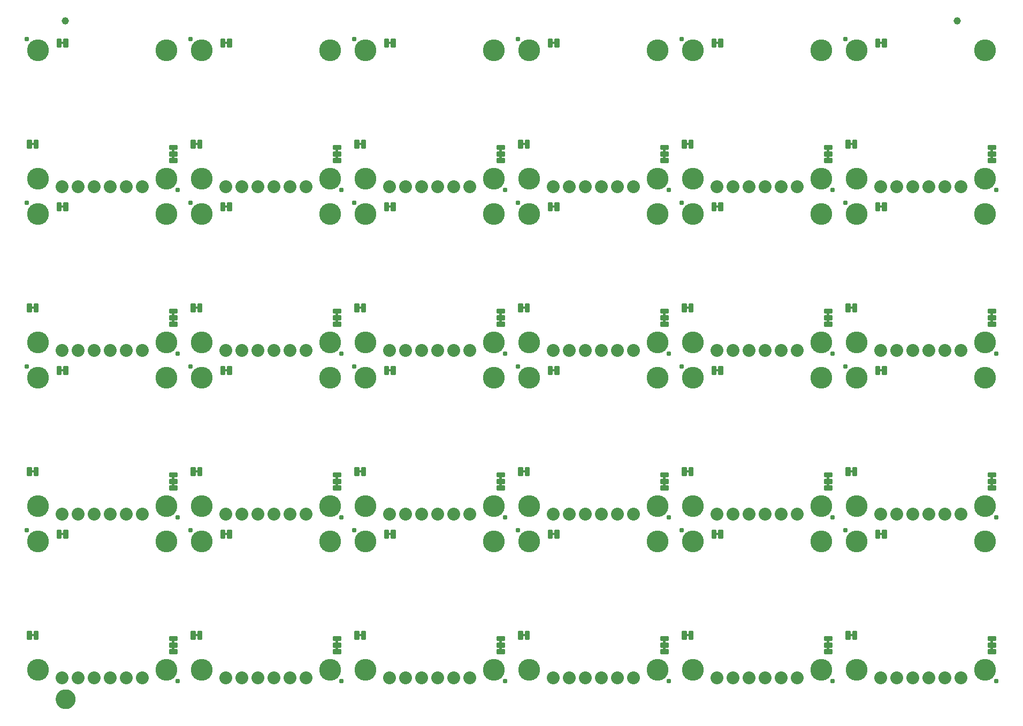
<source format=gbs>
G04 EAGLE Gerber RS-274X export*
G75*
%MOMM*%
%FSLAX34Y34*%
%LPD*%
%INSoldermask Bottom*%
%IPPOS*%
%AMOC8*
5,1,8,0,0,1.08239X$1,22.5*%
G01*
%ADD10C,3.454400*%
%ADD11C,0.251966*%
%ADD12C,2.032000*%
%ADD13C,0.787400*%
%ADD14C,1.152400*%
%ADD15C,1.270000*%
%ADD16C,1.652400*%

G36*
X1535749Y844562D02*
X1535749Y844562D01*
X1535815Y844564D01*
X1535858Y844582D01*
X1535905Y844590D01*
X1535962Y844624D01*
X1536022Y844649D01*
X1536057Y844680D01*
X1536098Y844705D01*
X1536140Y844756D01*
X1536188Y844800D01*
X1536210Y844842D01*
X1536239Y844879D01*
X1536260Y844941D01*
X1536291Y845000D01*
X1536299Y845054D01*
X1536311Y845091D01*
X1536310Y845131D01*
X1536318Y845185D01*
X1536318Y848995D01*
X1536307Y849060D01*
X1536305Y849126D01*
X1536287Y849169D01*
X1536279Y849216D01*
X1536245Y849273D01*
X1536220Y849333D01*
X1536189Y849368D01*
X1536164Y849409D01*
X1536113Y849451D01*
X1536069Y849499D01*
X1536027Y849521D01*
X1535990Y849550D01*
X1535928Y849571D01*
X1535869Y849602D01*
X1535815Y849610D01*
X1535778Y849622D01*
X1535738Y849621D01*
X1535684Y849629D01*
X1533144Y849629D01*
X1533079Y849618D01*
X1533013Y849616D01*
X1532970Y849598D01*
X1532923Y849590D01*
X1532866Y849556D01*
X1532806Y849531D01*
X1532771Y849500D01*
X1532730Y849475D01*
X1532689Y849424D01*
X1532640Y849380D01*
X1532618Y849338D01*
X1532589Y849301D01*
X1532568Y849239D01*
X1532537Y849180D01*
X1532529Y849126D01*
X1532517Y849089D01*
X1532517Y849085D01*
X1532517Y849084D01*
X1532518Y849049D01*
X1532510Y848995D01*
X1532510Y845185D01*
X1532521Y845120D01*
X1532523Y845054D01*
X1532541Y845011D01*
X1532549Y844964D01*
X1532583Y844907D01*
X1532608Y844847D01*
X1532639Y844812D01*
X1532664Y844771D01*
X1532715Y844730D01*
X1532759Y844681D01*
X1532801Y844659D01*
X1532838Y844630D01*
X1532900Y844609D01*
X1532959Y844578D01*
X1533013Y844570D01*
X1533050Y844558D01*
X1533090Y844559D01*
X1533144Y844551D01*
X1535684Y844551D01*
X1535749Y844562D01*
G37*
G36*
X240349Y57162D02*
X240349Y57162D01*
X240415Y57164D01*
X240458Y57182D01*
X240505Y57190D01*
X240562Y57224D01*
X240622Y57249D01*
X240657Y57280D01*
X240698Y57305D01*
X240740Y57356D01*
X240788Y57400D01*
X240810Y57442D01*
X240839Y57479D01*
X240860Y57541D01*
X240891Y57600D01*
X240899Y57654D01*
X240911Y57691D01*
X240910Y57731D01*
X240918Y57785D01*
X240918Y61595D01*
X240907Y61660D01*
X240905Y61726D01*
X240887Y61769D01*
X240879Y61816D01*
X240845Y61873D01*
X240820Y61933D01*
X240789Y61968D01*
X240764Y62009D01*
X240713Y62051D01*
X240669Y62099D01*
X240627Y62121D01*
X240590Y62150D01*
X240528Y62171D01*
X240469Y62202D01*
X240415Y62210D01*
X240378Y62222D01*
X240338Y62221D01*
X240284Y62229D01*
X237744Y62229D01*
X237679Y62218D01*
X237613Y62216D01*
X237570Y62198D01*
X237523Y62190D01*
X237466Y62156D01*
X237406Y62131D01*
X237371Y62100D01*
X237330Y62075D01*
X237289Y62024D01*
X237240Y61980D01*
X237218Y61938D01*
X237189Y61901D01*
X237168Y61839D01*
X237137Y61780D01*
X237129Y61726D01*
X237117Y61689D01*
X237117Y61685D01*
X237117Y61684D01*
X237118Y61649D01*
X237110Y61595D01*
X237110Y57785D01*
X237121Y57720D01*
X237123Y57654D01*
X237141Y57611D01*
X237149Y57564D01*
X237183Y57507D01*
X237208Y57447D01*
X237239Y57412D01*
X237264Y57371D01*
X237315Y57330D01*
X237359Y57281D01*
X237401Y57259D01*
X237438Y57230D01*
X237500Y57209D01*
X237559Y57178D01*
X237613Y57170D01*
X237650Y57158D01*
X237690Y57159D01*
X237744Y57151D01*
X240284Y57151D01*
X240349Y57162D01*
G37*
G36*
X1017589Y326402D02*
X1017589Y326402D01*
X1017655Y326404D01*
X1017698Y326422D01*
X1017745Y326430D01*
X1017802Y326464D01*
X1017862Y326489D01*
X1017897Y326520D01*
X1017938Y326545D01*
X1017980Y326596D01*
X1018028Y326640D01*
X1018050Y326682D01*
X1018079Y326719D01*
X1018100Y326781D01*
X1018131Y326840D01*
X1018139Y326894D01*
X1018151Y326931D01*
X1018150Y326971D01*
X1018158Y327025D01*
X1018158Y330835D01*
X1018147Y330900D01*
X1018145Y330966D01*
X1018127Y331009D01*
X1018119Y331056D01*
X1018085Y331113D01*
X1018060Y331173D01*
X1018029Y331208D01*
X1018004Y331249D01*
X1017953Y331291D01*
X1017909Y331339D01*
X1017867Y331361D01*
X1017830Y331390D01*
X1017768Y331411D01*
X1017709Y331442D01*
X1017655Y331450D01*
X1017618Y331462D01*
X1017578Y331461D01*
X1017524Y331469D01*
X1014984Y331469D01*
X1014919Y331458D01*
X1014853Y331456D01*
X1014810Y331438D01*
X1014763Y331430D01*
X1014706Y331396D01*
X1014646Y331371D01*
X1014611Y331340D01*
X1014570Y331315D01*
X1014529Y331264D01*
X1014480Y331220D01*
X1014458Y331178D01*
X1014429Y331141D01*
X1014408Y331079D01*
X1014377Y331020D01*
X1014369Y330966D01*
X1014357Y330929D01*
X1014357Y330925D01*
X1014357Y330924D01*
X1014358Y330889D01*
X1014350Y330835D01*
X1014350Y327025D01*
X1014361Y326960D01*
X1014363Y326894D01*
X1014381Y326851D01*
X1014389Y326804D01*
X1014423Y326747D01*
X1014448Y326687D01*
X1014479Y326652D01*
X1014504Y326611D01*
X1014555Y326570D01*
X1014599Y326521D01*
X1014641Y326499D01*
X1014678Y326470D01*
X1014740Y326449D01*
X1014799Y326418D01*
X1014853Y326410D01*
X1014890Y326398D01*
X1014930Y326399D01*
X1014984Y326391D01*
X1017524Y326391D01*
X1017589Y326402D01*
G37*
G36*
X758509Y326402D02*
X758509Y326402D01*
X758575Y326404D01*
X758618Y326422D01*
X758665Y326430D01*
X758722Y326464D01*
X758782Y326489D01*
X758817Y326520D01*
X758858Y326545D01*
X758900Y326596D01*
X758948Y326640D01*
X758970Y326682D01*
X758999Y326719D01*
X759020Y326781D01*
X759051Y326840D01*
X759059Y326894D01*
X759071Y326931D01*
X759070Y326971D01*
X759078Y327025D01*
X759078Y330835D01*
X759067Y330900D01*
X759065Y330966D01*
X759047Y331009D01*
X759039Y331056D01*
X759005Y331113D01*
X758980Y331173D01*
X758949Y331208D01*
X758924Y331249D01*
X758873Y331291D01*
X758829Y331339D01*
X758787Y331361D01*
X758750Y331390D01*
X758688Y331411D01*
X758629Y331442D01*
X758575Y331450D01*
X758538Y331462D01*
X758498Y331461D01*
X758444Y331469D01*
X755904Y331469D01*
X755839Y331458D01*
X755773Y331456D01*
X755730Y331438D01*
X755683Y331430D01*
X755626Y331396D01*
X755566Y331371D01*
X755531Y331340D01*
X755490Y331315D01*
X755449Y331264D01*
X755400Y331220D01*
X755378Y331178D01*
X755349Y331141D01*
X755328Y331079D01*
X755297Y331020D01*
X755289Y330966D01*
X755277Y330929D01*
X755277Y330925D01*
X755277Y330924D01*
X755278Y330889D01*
X755270Y330835D01*
X755270Y327025D01*
X755281Y326960D01*
X755283Y326894D01*
X755301Y326851D01*
X755309Y326804D01*
X755343Y326747D01*
X755368Y326687D01*
X755399Y326652D01*
X755424Y326611D01*
X755475Y326570D01*
X755519Y326521D01*
X755561Y326499D01*
X755598Y326470D01*
X755660Y326449D01*
X755719Y326418D01*
X755773Y326410D01*
X755810Y326398D01*
X755850Y326399D01*
X755904Y326391D01*
X758444Y326391D01*
X758509Y326402D01*
G37*
G36*
X240349Y326402D02*
X240349Y326402D01*
X240415Y326404D01*
X240458Y326422D01*
X240505Y326430D01*
X240562Y326464D01*
X240622Y326489D01*
X240657Y326520D01*
X240698Y326545D01*
X240740Y326596D01*
X240788Y326640D01*
X240810Y326682D01*
X240839Y326719D01*
X240860Y326781D01*
X240891Y326840D01*
X240899Y326894D01*
X240911Y326931D01*
X240910Y326971D01*
X240918Y327025D01*
X240918Y330835D01*
X240907Y330900D01*
X240905Y330966D01*
X240887Y331009D01*
X240879Y331056D01*
X240845Y331113D01*
X240820Y331173D01*
X240789Y331208D01*
X240764Y331249D01*
X240713Y331291D01*
X240669Y331339D01*
X240627Y331361D01*
X240590Y331390D01*
X240528Y331411D01*
X240469Y331442D01*
X240415Y331450D01*
X240378Y331462D01*
X240338Y331461D01*
X240284Y331469D01*
X237744Y331469D01*
X237679Y331458D01*
X237613Y331456D01*
X237570Y331438D01*
X237523Y331430D01*
X237466Y331396D01*
X237406Y331371D01*
X237371Y331340D01*
X237330Y331315D01*
X237289Y331264D01*
X237240Y331220D01*
X237218Y331178D01*
X237189Y331141D01*
X237168Y331079D01*
X237137Y331020D01*
X237129Y330966D01*
X237117Y330929D01*
X237117Y330925D01*
X237117Y330924D01*
X237118Y330889D01*
X237110Y330835D01*
X237110Y327025D01*
X237121Y326960D01*
X237123Y326894D01*
X237141Y326851D01*
X237149Y326804D01*
X237183Y326747D01*
X237208Y326687D01*
X237239Y326652D01*
X237264Y326611D01*
X237315Y326570D01*
X237359Y326521D01*
X237401Y326499D01*
X237438Y326470D01*
X237500Y326449D01*
X237559Y326418D01*
X237613Y326410D01*
X237650Y326398D01*
X237690Y326399D01*
X237744Y326391D01*
X240284Y326391D01*
X240349Y326402D01*
G37*
G36*
X1276669Y326402D02*
X1276669Y326402D01*
X1276735Y326404D01*
X1276778Y326422D01*
X1276825Y326430D01*
X1276882Y326464D01*
X1276942Y326489D01*
X1276977Y326520D01*
X1277018Y326545D01*
X1277060Y326596D01*
X1277108Y326640D01*
X1277130Y326682D01*
X1277159Y326719D01*
X1277180Y326781D01*
X1277211Y326840D01*
X1277219Y326894D01*
X1277231Y326931D01*
X1277230Y326971D01*
X1277238Y327025D01*
X1277238Y330835D01*
X1277227Y330900D01*
X1277225Y330966D01*
X1277207Y331009D01*
X1277199Y331056D01*
X1277165Y331113D01*
X1277140Y331173D01*
X1277109Y331208D01*
X1277084Y331249D01*
X1277033Y331291D01*
X1276989Y331339D01*
X1276947Y331361D01*
X1276910Y331390D01*
X1276848Y331411D01*
X1276789Y331442D01*
X1276735Y331450D01*
X1276698Y331462D01*
X1276658Y331461D01*
X1276604Y331469D01*
X1274064Y331469D01*
X1273999Y331458D01*
X1273933Y331456D01*
X1273890Y331438D01*
X1273843Y331430D01*
X1273786Y331396D01*
X1273726Y331371D01*
X1273691Y331340D01*
X1273650Y331315D01*
X1273609Y331264D01*
X1273560Y331220D01*
X1273538Y331178D01*
X1273509Y331141D01*
X1273488Y331079D01*
X1273457Y331020D01*
X1273449Y330966D01*
X1273437Y330929D01*
X1273437Y330925D01*
X1273437Y330924D01*
X1273438Y330889D01*
X1273430Y330835D01*
X1273430Y327025D01*
X1273441Y326960D01*
X1273443Y326894D01*
X1273461Y326851D01*
X1273469Y326804D01*
X1273503Y326747D01*
X1273528Y326687D01*
X1273559Y326652D01*
X1273584Y326611D01*
X1273635Y326570D01*
X1273679Y326521D01*
X1273721Y326499D01*
X1273758Y326470D01*
X1273820Y326449D01*
X1273879Y326418D01*
X1273933Y326410D01*
X1273970Y326398D01*
X1274010Y326399D01*
X1274064Y326391D01*
X1276604Y326391D01*
X1276669Y326402D01*
G37*
G36*
X1535749Y326402D02*
X1535749Y326402D01*
X1535815Y326404D01*
X1535858Y326422D01*
X1535905Y326430D01*
X1535962Y326464D01*
X1536022Y326489D01*
X1536057Y326520D01*
X1536098Y326545D01*
X1536140Y326596D01*
X1536188Y326640D01*
X1536210Y326682D01*
X1536239Y326719D01*
X1536260Y326781D01*
X1536291Y326840D01*
X1536299Y326894D01*
X1536311Y326931D01*
X1536310Y326971D01*
X1536318Y327025D01*
X1536318Y330835D01*
X1536307Y330900D01*
X1536305Y330966D01*
X1536287Y331009D01*
X1536279Y331056D01*
X1536245Y331113D01*
X1536220Y331173D01*
X1536189Y331208D01*
X1536164Y331249D01*
X1536113Y331291D01*
X1536069Y331339D01*
X1536027Y331361D01*
X1535990Y331390D01*
X1535928Y331411D01*
X1535869Y331442D01*
X1535815Y331450D01*
X1535778Y331462D01*
X1535738Y331461D01*
X1535684Y331469D01*
X1533144Y331469D01*
X1533079Y331458D01*
X1533013Y331456D01*
X1532970Y331438D01*
X1532923Y331430D01*
X1532866Y331396D01*
X1532806Y331371D01*
X1532771Y331340D01*
X1532730Y331315D01*
X1532689Y331264D01*
X1532640Y331220D01*
X1532618Y331178D01*
X1532589Y331141D01*
X1532568Y331079D01*
X1532537Y331020D01*
X1532529Y330966D01*
X1532517Y330929D01*
X1532517Y330925D01*
X1532517Y330924D01*
X1532518Y330889D01*
X1532510Y330835D01*
X1532510Y327025D01*
X1532521Y326960D01*
X1532523Y326894D01*
X1532541Y326851D01*
X1532549Y326804D01*
X1532583Y326747D01*
X1532608Y326687D01*
X1532639Y326652D01*
X1532664Y326611D01*
X1532715Y326570D01*
X1532759Y326521D01*
X1532801Y326499D01*
X1532838Y326470D01*
X1532900Y326449D01*
X1532959Y326418D01*
X1533013Y326410D01*
X1533050Y326398D01*
X1533090Y326399D01*
X1533144Y326391D01*
X1535684Y326391D01*
X1535749Y326402D01*
G37*
G36*
X1535749Y316242D02*
X1535749Y316242D01*
X1535815Y316244D01*
X1535858Y316262D01*
X1535905Y316270D01*
X1535962Y316304D01*
X1536022Y316329D01*
X1536057Y316360D01*
X1536098Y316385D01*
X1536140Y316436D01*
X1536188Y316480D01*
X1536210Y316522D01*
X1536239Y316559D01*
X1536260Y316621D01*
X1536291Y316680D01*
X1536299Y316734D01*
X1536311Y316771D01*
X1536310Y316811D01*
X1536318Y316865D01*
X1536318Y320675D01*
X1536307Y320740D01*
X1536305Y320806D01*
X1536287Y320849D01*
X1536279Y320896D01*
X1536245Y320953D01*
X1536220Y321013D01*
X1536189Y321048D01*
X1536164Y321089D01*
X1536113Y321131D01*
X1536069Y321179D01*
X1536027Y321201D01*
X1535990Y321230D01*
X1535928Y321251D01*
X1535869Y321282D01*
X1535815Y321290D01*
X1535778Y321302D01*
X1535738Y321301D01*
X1535684Y321309D01*
X1533144Y321309D01*
X1533079Y321298D01*
X1533013Y321296D01*
X1532970Y321278D01*
X1532923Y321270D01*
X1532866Y321236D01*
X1532806Y321211D01*
X1532771Y321180D01*
X1532730Y321155D01*
X1532689Y321104D01*
X1532640Y321060D01*
X1532618Y321018D01*
X1532589Y320981D01*
X1532568Y320919D01*
X1532537Y320860D01*
X1532529Y320806D01*
X1532517Y320769D01*
X1532517Y320765D01*
X1532517Y320764D01*
X1532518Y320729D01*
X1532510Y320675D01*
X1532510Y316865D01*
X1532521Y316800D01*
X1532523Y316734D01*
X1532541Y316691D01*
X1532549Y316644D01*
X1532583Y316587D01*
X1532608Y316527D01*
X1532639Y316492D01*
X1532664Y316451D01*
X1532715Y316410D01*
X1532759Y316361D01*
X1532801Y316339D01*
X1532838Y316310D01*
X1532900Y316289D01*
X1532959Y316258D01*
X1533013Y316250D01*
X1533050Y316238D01*
X1533090Y316239D01*
X1533144Y316231D01*
X1535684Y316231D01*
X1535749Y316242D01*
G37*
G36*
X240349Y316242D02*
X240349Y316242D01*
X240415Y316244D01*
X240458Y316262D01*
X240505Y316270D01*
X240562Y316304D01*
X240622Y316329D01*
X240657Y316360D01*
X240698Y316385D01*
X240740Y316436D01*
X240788Y316480D01*
X240810Y316522D01*
X240839Y316559D01*
X240860Y316621D01*
X240891Y316680D01*
X240899Y316734D01*
X240911Y316771D01*
X240910Y316811D01*
X240918Y316865D01*
X240918Y320675D01*
X240907Y320740D01*
X240905Y320806D01*
X240887Y320849D01*
X240879Y320896D01*
X240845Y320953D01*
X240820Y321013D01*
X240789Y321048D01*
X240764Y321089D01*
X240713Y321131D01*
X240669Y321179D01*
X240627Y321201D01*
X240590Y321230D01*
X240528Y321251D01*
X240469Y321282D01*
X240415Y321290D01*
X240378Y321302D01*
X240338Y321301D01*
X240284Y321309D01*
X237744Y321309D01*
X237679Y321298D01*
X237613Y321296D01*
X237570Y321278D01*
X237523Y321270D01*
X237466Y321236D01*
X237406Y321211D01*
X237371Y321180D01*
X237330Y321155D01*
X237289Y321104D01*
X237240Y321060D01*
X237218Y321018D01*
X237189Y320981D01*
X237168Y320919D01*
X237137Y320860D01*
X237129Y320806D01*
X237117Y320769D01*
X237117Y320765D01*
X237117Y320764D01*
X237118Y320729D01*
X237110Y320675D01*
X237110Y316865D01*
X237121Y316800D01*
X237123Y316734D01*
X237141Y316691D01*
X237149Y316644D01*
X237183Y316587D01*
X237208Y316527D01*
X237239Y316492D01*
X237264Y316451D01*
X237315Y316410D01*
X237359Y316361D01*
X237401Y316339D01*
X237438Y316310D01*
X237500Y316289D01*
X237559Y316258D01*
X237613Y316250D01*
X237650Y316238D01*
X237690Y316239D01*
X237744Y316231D01*
X240284Y316231D01*
X240349Y316242D01*
G37*
G36*
X758509Y316242D02*
X758509Y316242D01*
X758575Y316244D01*
X758618Y316262D01*
X758665Y316270D01*
X758722Y316304D01*
X758782Y316329D01*
X758817Y316360D01*
X758858Y316385D01*
X758900Y316436D01*
X758948Y316480D01*
X758970Y316522D01*
X758999Y316559D01*
X759020Y316621D01*
X759051Y316680D01*
X759059Y316734D01*
X759071Y316771D01*
X759070Y316811D01*
X759078Y316865D01*
X759078Y320675D01*
X759067Y320740D01*
X759065Y320806D01*
X759047Y320849D01*
X759039Y320896D01*
X759005Y320953D01*
X758980Y321013D01*
X758949Y321048D01*
X758924Y321089D01*
X758873Y321131D01*
X758829Y321179D01*
X758787Y321201D01*
X758750Y321230D01*
X758688Y321251D01*
X758629Y321282D01*
X758575Y321290D01*
X758538Y321302D01*
X758498Y321301D01*
X758444Y321309D01*
X755904Y321309D01*
X755839Y321298D01*
X755773Y321296D01*
X755730Y321278D01*
X755683Y321270D01*
X755626Y321236D01*
X755566Y321211D01*
X755531Y321180D01*
X755490Y321155D01*
X755449Y321104D01*
X755400Y321060D01*
X755378Y321018D01*
X755349Y320981D01*
X755328Y320919D01*
X755297Y320860D01*
X755289Y320806D01*
X755277Y320769D01*
X755277Y320765D01*
X755277Y320764D01*
X755278Y320729D01*
X755270Y320675D01*
X755270Y316865D01*
X755281Y316800D01*
X755283Y316734D01*
X755301Y316691D01*
X755309Y316644D01*
X755343Y316587D01*
X755368Y316527D01*
X755399Y316492D01*
X755424Y316451D01*
X755475Y316410D01*
X755519Y316361D01*
X755561Y316339D01*
X755598Y316310D01*
X755660Y316289D01*
X755719Y316258D01*
X755773Y316250D01*
X755810Y316238D01*
X755850Y316239D01*
X755904Y316231D01*
X758444Y316231D01*
X758509Y316242D01*
G37*
G36*
X499429Y316242D02*
X499429Y316242D01*
X499495Y316244D01*
X499538Y316262D01*
X499585Y316270D01*
X499642Y316304D01*
X499702Y316329D01*
X499737Y316360D01*
X499778Y316385D01*
X499820Y316436D01*
X499868Y316480D01*
X499890Y316522D01*
X499919Y316559D01*
X499940Y316621D01*
X499971Y316680D01*
X499979Y316734D01*
X499991Y316771D01*
X499990Y316811D01*
X499998Y316865D01*
X499998Y320675D01*
X499987Y320740D01*
X499985Y320806D01*
X499967Y320849D01*
X499959Y320896D01*
X499925Y320953D01*
X499900Y321013D01*
X499869Y321048D01*
X499844Y321089D01*
X499793Y321131D01*
X499749Y321179D01*
X499707Y321201D01*
X499670Y321230D01*
X499608Y321251D01*
X499549Y321282D01*
X499495Y321290D01*
X499458Y321302D01*
X499418Y321301D01*
X499364Y321309D01*
X496824Y321309D01*
X496759Y321298D01*
X496693Y321296D01*
X496650Y321278D01*
X496603Y321270D01*
X496546Y321236D01*
X496486Y321211D01*
X496451Y321180D01*
X496410Y321155D01*
X496369Y321104D01*
X496320Y321060D01*
X496298Y321018D01*
X496269Y320981D01*
X496248Y320919D01*
X496217Y320860D01*
X496209Y320806D01*
X496197Y320769D01*
X496197Y320765D01*
X496197Y320764D01*
X496198Y320729D01*
X496190Y320675D01*
X496190Y316865D01*
X496201Y316800D01*
X496203Y316734D01*
X496221Y316691D01*
X496229Y316644D01*
X496263Y316587D01*
X496288Y316527D01*
X496319Y316492D01*
X496344Y316451D01*
X496395Y316410D01*
X496439Y316361D01*
X496481Y316339D01*
X496518Y316310D01*
X496580Y316289D01*
X496639Y316258D01*
X496693Y316250D01*
X496730Y316238D01*
X496770Y316239D01*
X496824Y316231D01*
X499364Y316231D01*
X499429Y316242D01*
G37*
G36*
X1276669Y316242D02*
X1276669Y316242D01*
X1276735Y316244D01*
X1276778Y316262D01*
X1276825Y316270D01*
X1276882Y316304D01*
X1276942Y316329D01*
X1276977Y316360D01*
X1277018Y316385D01*
X1277060Y316436D01*
X1277108Y316480D01*
X1277130Y316522D01*
X1277159Y316559D01*
X1277180Y316621D01*
X1277211Y316680D01*
X1277219Y316734D01*
X1277231Y316771D01*
X1277230Y316811D01*
X1277238Y316865D01*
X1277238Y320675D01*
X1277227Y320740D01*
X1277225Y320806D01*
X1277207Y320849D01*
X1277199Y320896D01*
X1277165Y320953D01*
X1277140Y321013D01*
X1277109Y321048D01*
X1277084Y321089D01*
X1277033Y321131D01*
X1276989Y321179D01*
X1276947Y321201D01*
X1276910Y321230D01*
X1276848Y321251D01*
X1276789Y321282D01*
X1276735Y321290D01*
X1276698Y321302D01*
X1276658Y321301D01*
X1276604Y321309D01*
X1274064Y321309D01*
X1273999Y321298D01*
X1273933Y321296D01*
X1273890Y321278D01*
X1273843Y321270D01*
X1273786Y321236D01*
X1273726Y321211D01*
X1273691Y321180D01*
X1273650Y321155D01*
X1273609Y321104D01*
X1273560Y321060D01*
X1273538Y321018D01*
X1273509Y320981D01*
X1273488Y320919D01*
X1273457Y320860D01*
X1273449Y320806D01*
X1273437Y320769D01*
X1273437Y320765D01*
X1273437Y320764D01*
X1273438Y320729D01*
X1273430Y320675D01*
X1273430Y316865D01*
X1273441Y316800D01*
X1273443Y316734D01*
X1273461Y316691D01*
X1273469Y316644D01*
X1273503Y316587D01*
X1273528Y316527D01*
X1273559Y316492D01*
X1273584Y316451D01*
X1273635Y316410D01*
X1273679Y316361D01*
X1273721Y316339D01*
X1273758Y316310D01*
X1273820Y316289D01*
X1273879Y316258D01*
X1273933Y316250D01*
X1273970Y316238D01*
X1274010Y316239D01*
X1274064Y316231D01*
X1276604Y316231D01*
X1276669Y316242D01*
G37*
G36*
X499429Y326402D02*
X499429Y326402D01*
X499495Y326404D01*
X499538Y326422D01*
X499585Y326430D01*
X499642Y326464D01*
X499702Y326489D01*
X499737Y326520D01*
X499778Y326545D01*
X499820Y326596D01*
X499868Y326640D01*
X499890Y326682D01*
X499919Y326719D01*
X499940Y326781D01*
X499971Y326840D01*
X499979Y326894D01*
X499991Y326931D01*
X499990Y326971D01*
X499998Y327025D01*
X499998Y330835D01*
X499987Y330900D01*
X499985Y330966D01*
X499967Y331009D01*
X499959Y331056D01*
X499925Y331113D01*
X499900Y331173D01*
X499869Y331208D01*
X499844Y331249D01*
X499793Y331291D01*
X499749Y331339D01*
X499707Y331361D01*
X499670Y331390D01*
X499608Y331411D01*
X499549Y331442D01*
X499495Y331450D01*
X499458Y331462D01*
X499418Y331461D01*
X499364Y331469D01*
X496824Y331469D01*
X496759Y331458D01*
X496693Y331456D01*
X496650Y331438D01*
X496603Y331430D01*
X496546Y331396D01*
X496486Y331371D01*
X496451Y331340D01*
X496410Y331315D01*
X496369Y331264D01*
X496320Y331220D01*
X496298Y331178D01*
X496269Y331141D01*
X496248Y331079D01*
X496217Y331020D01*
X496209Y330966D01*
X496197Y330929D01*
X496197Y330925D01*
X496197Y330924D01*
X496198Y330889D01*
X496190Y330835D01*
X496190Y327025D01*
X496201Y326960D01*
X496203Y326894D01*
X496221Y326851D01*
X496229Y326804D01*
X496263Y326747D01*
X496288Y326687D01*
X496319Y326652D01*
X496344Y326611D01*
X496395Y326570D01*
X496439Y326521D01*
X496481Y326499D01*
X496518Y326470D01*
X496580Y326449D01*
X496639Y326418D01*
X496693Y326410D01*
X496730Y326398D01*
X496770Y326399D01*
X496824Y326391D01*
X499364Y326391D01*
X499429Y326402D01*
G37*
G36*
X1017589Y844562D02*
X1017589Y844562D01*
X1017655Y844564D01*
X1017698Y844582D01*
X1017745Y844590D01*
X1017802Y844624D01*
X1017862Y844649D01*
X1017897Y844680D01*
X1017938Y844705D01*
X1017980Y844756D01*
X1018028Y844800D01*
X1018050Y844842D01*
X1018079Y844879D01*
X1018100Y844941D01*
X1018131Y845000D01*
X1018139Y845054D01*
X1018151Y845091D01*
X1018150Y845131D01*
X1018158Y845185D01*
X1018158Y848995D01*
X1018147Y849060D01*
X1018145Y849126D01*
X1018127Y849169D01*
X1018119Y849216D01*
X1018085Y849273D01*
X1018060Y849333D01*
X1018029Y849368D01*
X1018004Y849409D01*
X1017953Y849451D01*
X1017909Y849499D01*
X1017867Y849521D01*
X1017830Y849550D01*
X1017768Y849571D01*
X1017709Y849602D01*
X1017655Y849610D01*
X1017618Y849622D01*
X1017578Y849621D01*
X1017524Y849629D01*
X1014984Y849629D01*
X1014919Y849618D01*
X1014853Y849616D01*
X1014810Y849598D01*
X1014763Y849590D01*
X1014706Y849556D01*
X1014646Y849531D01*
X1014611Y849500D01*
X1014570Y849475D01*
X1014529Y849424D01*
X1014480Y849380D01*
X1014458Y849338D01*
X1014429Y849301D01*
X1014408Y849239D01*
X1014377Y849180D01*
X1014369Y849126D01*
X1014357Y849089D01*
X1014357Y849085D01*
X1014357Y849084D01*
X1014358Y849049D01*
X1014350Y848995D01*
X1014350Y845185D01*
X1014361Y845120D01*
X1014363Y845054D01*
X1014381Y845011D01*
X1014389Y844964D01*
X1014423Y844907D01*
X1014448Y844847D01*
X1014479Y844812D01*
X1014504Y844771D01*
X1014555Y844730D01*
X1014599Y844681D01*
X1014641Y844659D01*
X1014678Y844630D01*
X1014740Y844609D01*
X1014799Y844578D01*
X1014853Y844570D01*
X1014890Y844558D01*
X1014930Y844559D01*
X1014984Y844551D01*
X1017524Y844551D01*
X1017589Y844562D01*
G37*
G36*
X758509Y844562D02*
X758509Y844562D01*
X758575Y844564D01*
X758618Y844582D01*
X758665Y844590D01*
X758722Y844624D01*
X758782Y844649D01*
X758817Y844680D01*
X758858Y844705D01*
X758900Y844756D01*
X758948Y844800D01*
X758970Y844842D01*
X758999Y844879D01*
X759020Y844941D01*
X759051Y845000D01*
X759059Y845054D01*
X759071Y845091D01*
X759070Y845131D01*
X759078Y845185D01*
X759078Y848995D01*
X759067Y849060D01*
X759065Y849126D01*
X759047Y849169D01*
X759039Y849216D01*
X759005Y849273D01*
X758980Y849333D01*
X758949Y849368D01*
X758924Y849409D01*
X758873Y849451D01*
X758829Y849499D01*
X758787Y849521D01*
X758750Y849550D01*
X758688Y849571D01*
X758629Y849602D01*
X758575Y849610D01*
X758538Y849622D01*
X758498Y849621D01*
X758444Y849629D01*
X755904Y849629D01*
X755839Y849618D01*
X755773Y849616D01*
X755730Y849598D01*
X755683Y849590D01*
X755626Y849556D01*
X755566Y849531D01*
X755531Y849500D01*
X755490Y849475D01*
X755449Y849424D01*
X755400Y849380D01*
X755378Y849338D01*
X755349Y849301D01*
X755328Y849239D01*
X755297Y849180D01*
X755289Y849126D01*
X755277Y849089D01*
X755277Y849085D01*
X755277Y849084D01*
X755278Y849049D01*
X755270Y848995D01*
X755270Y845185D01*
X755281Y845120D01*
X755283Y845054D01*
X755301Y845011D01*
X755309Y844964D01*
X755343Y844907D01*
X755368Y844847D01*
X755399Y844812D01*
X755424Y844771D01*
X755475Y844730D01*
X755519Y844681D01*
X755561Y844659D01*
X755598Y844630D01*
X755660Y844609D01*
X755719Y844578D01*
X755773Y844570D01*
X755810Y844558D01*
X755850Y844559D01*
X755904Y844551D01*
X758444Y844551D01*
X758509Y844562D01*
G37*
G36*
X499429Y844562D02*
X499429Y844562D01*
X499495Y844564D01*
X499538Y844582D01*
X499585Y844590D01*
X499642Y844624D01*
X499702Y844649D01*
X499737Y844680D01*
X499778Y844705D01*
X499820Y844756D01*
X499868Y844800D01*
X499890Y844842D01*
X499919Y844879D01*
X499940Y844941D01*
X499971Y845000D01*
X499979Y845054D01*
X499991Y845091D01*
X499990Y845131D01*
X499998Y845185D01*
X499998Y848995D01*
X499987Y849060D01*
X499985Y849126D01*
X499967Y849169D01*
X499959Y849216D01*
X499925Y849273D01*
X499900Y849333D01*
X499869Y849368D01*
X499844Y849409D01*
X499793Y849451D01*
X499749Y849499D01*
X499707Y849521D01*
X499670Y849550D01*
X499608Y849571D01*
X499549Y849602D01*
X499495Y849610D01*
X499458Y849622D01*
X499418Y849621D01*
X499364Y849629D01*
X496824Y849629D01*
X496759Y849618D01*
X496693Y849616D01*
X496650Y849598D01*
X496603Y849590D01*
X496546Y849556D01*
X496486Y849531D01*
X496451Y849500D01*
X496410Y849475D01*
X496369Y849424D01*
X496320Y849380D01*
X496298Y849338D01*
X496269Y849301D01*
X496248Y849239D01*
X496217Y849180D01*
X496209Y849126D01*
X496197Y849089D01*
X496197Y849085D01*
X496197Y849084D01*
X496198Y849049D01*
X496190Y848995D01*
X496190Y845185D01*
X496201Y845120D01*
X496203Y845054D01*
X496221Y845011D01*
X496229Y844964D01*
X496263Y844907D01*
X496288Y844847D01*
X496319Y844812D01*
X496344Y844771D01*
X496395Y844730D01*
X496439Y844681D01*
X496481Y844659D01*
X496518Y844630D01*
X496580Y844609D01*
X496639Y844578D01*
X496693Y844570D01*
X496730Y844558D01*
X496770Y844559D01*
X496824Y844551D01*
X499364Y844551D01*
X499429Y844562D01*
G37*
G36*
X1276669Y844562D02*
X1276669Y844562D01*
X1276735Y844564D01*
X1276778Y844582D01*
X1276825Y844590D01*
X1276882Y844624D01*
X1276942Y844649D01*
X1276977Y844680D01*
X1277018Y844705D01*
X1277060Y844756D01*
X1277108Y844800D01*
X1277130Y844842D01*
X1277159Y844879D01*
X1277180Y844941D01*
X1277211Y845000D01*
X1277219Y845054D01*
X1277231Y845091D01*
X1277230Y845131D01*
X1277238Y845185D01*
X1277238Y848995D01*
X1277227Y849060D01*
X1277225Y849126D01*
X1277207Y849169D01*
X1277199Y849216D01*
X1277165Y849273D01*
X1277140Y849333D01*
X1277109Y849368D01*
X1277084Y849409D01*
X1277033Y849451D01*
X1276989Y849499D01*
X1276947Y849521D01*
X1276910Y849550D01*
X1276848Y849571D01*
X1276789Y849602D01*
X1276735Y849610D01*
X1276698Y849622D01*
X1276658Y849621D01*
X1276604Y849629D01*
X1274064Y849629D01*
X1273999Y849618D01*
X1273933Y849616D01*
X1273890Y849598D01*
X1273843Y849590D01*
X1273786Y849556D01*
X1273726Y849531D01*
X1273691Y849500D01*
X1273650Y849475D01*
X1273609Y849424D01*
X1273560Y849380D01*
X1273538Y849338D01*
X1273509Y849301D01*
X1273488Y849239D01*
X1273457Y849180D01*
X1273449Y849126D01*
X1273437Y849089D01*
X1273437Y849085D01*
X1273437Y849084D01*
X1273438Y849049D01*
X1273430Y848995D01*
X1273430Y845185D01*
X1273441Y845120D01*
X1273443Y845054D01*
X1273461Y845011D01*
X1273469Y844964D01*
X1273503Y844907D01*
X1273528Y844847D01*
X1273559Y844812D01*
X1273584Y844771D01*
X1273635Y844730D01*
X1273679Y844681D01*
X1273721Y844659D01*
X1273758Y844630D01*
X1273820Y844609D01*
X1273879Y844578D01*
X1273933Y844570D01*
X1273970Y844558D01*
X1274010Y844559D01*
X1274064Y844551D01*
X1276604Y844551D01*
X1276669Y844562D01*
G37*
G36*
X240349Y844562D02*
X240349Y844562D01*
X240415Y844564D01*
X240458Y844582D01*
X240505Y844590D01*
X240562Y844624D01*
X240622Y844649D01*
X240657Y844680D01*
X240698Y844705D01*
X240740Y844756D01*
X240788Y844800D01*
X240810Y844842D01*
X240839Y844879D01*
X240860Y844941D01*
X240891Y845000D01*
X240899Y845054D01*
X240911Y845091D01*
X240910Y845131D01*
X240918Y845185D01*
X240918Y848995D01*
X240907Y849060D01*
X240905Y849126D01*
X240887Y849169D01*
X240879Y849216D01*
X240845Y849273D01*
X240820Y849333D01*
X240789Y849368D01*
X240764Y849409D01*
X240713Y849451D01*
X240669Y849499D01*
X240627Y849521D01*
X240590Y849550D01*
X240528Y849571D01*
X240469Y849602D01*
X240415Y849610D01*
X240378Y849622D01*
X240338Y849621D01*
X240284Y849629D01*
X237744Y849629D01*
X237679Y849618D01*
X237613Y849616D01*
X237570Y849598D01*
X237523Y849590D01*
X237466Y849556D01*
X237406Y849531D01*
X237371Y849500D01*
X237330Y849475D01*
X237289Y849424D01*
X237240Y849380D01*
X237218Y849338D01*
X237189Y849301D01*
X237168Y849239D01*
X237137Y849180D01*
X237129Y849126D01*
X237117Y849089D01*
X237117Y849085D01*
X237117Y849084D01*
X237118Y849049D01*
X237110Y848995D01*
X237110Y845185D01*
X237121Y845120D01*
X237123Y845054D01*
X237141Y845011D01*
X237149Y844964D01*
X237183Y844907D01*
X237208Y844847D01*
X237239Y844812D01*
X237264Y844771D01*
X237315Y844730D01*
X237359Y844681D01*
X237401Y844659D01*
X237438Y844630D01*
X237500Y844609D01*
X237559Y844578D01*
X237613Y844570D01*
X237650Y844558D01*
X237690Y844559D01*
X237744Y844551D01*
X240284Y844551D01*
X240349Y844562D01*
G37*
G36*
X240349Y834402D02*
X240349Y834402D01*
X240415Y834404D01*
X240458Y834422D01*
X240505Y834430D01*
X240562Y834464D01*
X240622Y834489D01*
X240657Y834520D01*
X240698Y834545D01*
X240740Y834596D01*
X240788Y834640D01*
X240810Y834682D01*
X240839Y834719D01*
X240860Y834781D01*
X240891Y834840D01*
X240899Y834894D01*
X240911Y834931D01*
X240910Y834971D01*
X240918Y835025D01*
X240918Y838835D01*
X240907Y838900D01*
X240905Y838966D01*
X240887Y839009D01*
X240879Y839056D01*
X240845Y839113D01*
X240820Y839173D01*
X240789Y839208D01*
X240764Y839249D01*
X240713Y839291D01*
X240669Y839339D01*
X240627Y839361D01*
X240590Y839390D01*
X240528Y839411D01*
X240469Y839442D01*
X240415Y839450D01*
X240378Y839462D01*
X240338Y839461D01*
X240284Y839469D01*
X237744Y839469D01*
X237679Y839458D01*
X237613Y839456D01*
X237570Y839438D01*
X237523Y839430D01*
X237466Y839396D01*
X237406Y839371D01*
X237371Y839340D01*
X237330Y839315D01*
X237289Y839264D01*
X237240Y839220D01*
X237218Y839178D01*
X237189Y839141D01*
X237168Y839079D01*
X237137Y839020D01*
X237129Y838966D01*
X237117Y838929D01*
X237117Y838925D01*
X237117Y838924D01*
X237118Y838889D01*
X237110Y838835D01*
X237110Y835025D01*
X237121Y834960D01*
X237123Y834894D01*
X237141Y834851D01*
X237149Y834804D01*
X237183Y834747D01*
X237208Y834687D01*
X237239Y834652D01*
X237264Y834611D01*
X237315Y834570D01*
X237359Y834521D01*
X237401Y834499D01*
X237438Y834470D01*
X237500Y834449D01*
X237559Y834418D01*
X237613Y834410D01*
X237650Y834398D01*
X237690Y834399D01*
X237744Y834391D01*
X240284Y834391D01*
X240349Y834402D01*
G37*
G36*
X1276669Y834402D02*
X1276669Y834402D01*
X1276735Y834404D01*
X1276778Y834422D01*
X1276825Y834430D01*
X1276882Y834464D01*
X1276942Y834489D01*
X1276977Y834520D01*
X1277018Y834545D01*
X1277060Y834596D01*
X1277108Y834640D01*
X1277130Y834682D01*
X1277159Y834719D01*
X1277180Y834781D01*
X1277211Y834840D01*
X1277219Y834894D01*
X1277231Y834931D01*
X1277230Y834971D01*
X1277238Y835025D01*
X1277238Y838835D01*
X1277227Y838900D01*
X1277225Y838966D01*
X1277207Y839009D01*
X1277199Y839056D01*
X1277165Y839113D01*
X1277140Y839173D01*
X1277109Y839208D01*
X1277084Y839249D01*
X1277033Y839291D01*
X1276989Y839339D01*
X1276947Y839361D01*
X1276910Y839390D01*
X1276848Y839411D01*
X1276789Y839442D01*
X1276735Y839450D01*
X1276698Y839462D01*
X1276658Y839461D01*
X1276604Y839469D01*
X1274064Y839469D01*
X1273999Y839458D01*
X1273933Y839456D01*
X1273890Y839438D01*
X1273843Y839430D01*
X1273786Y839396D01*
X1273726Y839371D01*
X1273691Y839340D01*
X1273650Y839315D01*
X1273609Y839264D01*
X1273560Y839220D01*
X1273538Y839178D01*
X1273509Y839141D01*
X1273488Y839079D01*
X1273457Y839020D01*
X1273449Y838966D01*
X1273437Y838929D01*
X1273437Y838925D01*
X1273437Y838924D01*
X1273438Y838889D01*
X1273430Y838835D01*
X1273430Y835025D01*
X1273441Y834960D01*
X1273443Y834894D01*
X1273461Y834851D01*
X1273469Y834804D01*
X1273503Y834747D01*
X1273528Y834687D01*
X1273559Y834652D01*
X1273584Y834611D01*
X1273635Y834570D01*
X1273679Y834521D01*
X1273721Y834499D01*
X1273758Y834470D01*
X1273820Y834449D01*
X1273879Y834418D01*
X1273933Y834410D01*
X1273970Y834398D01*
X1274010Y834399D01*
X1274064Y834391D01*
X1276604Y834391D01*
X1276669Y834402D01*
G37*
G36*
X1017589Y834402D02*
X1017589Y834402D01*
X1017655Y834404D01*
X1017698Y834422D01*
X1017745Y834430D01*
X1017802Y834464D01*
X1017862Y834489D01*
X1017897Y834520D01*
X1017938Y834545D01*
X1017980Y834596D01*
X1018028Y834640D01*
X1018050Y834682D01*
X1018079Y834719D01*
X1018100Y834781D01*
X1018131Y834840D01*
X1018139Y834894D01*
X1018151Y834931D01*
X1018150Y834971D01*
X1018158Y835025D01*
X1018158Y838835D01*
X1018147Y838900D01*
X1018145Y838966D01*
X1018127Y839009D01*
X1018119Y839056D01*
X1018085Y839113D01*
X1018060Y839173D01*
X1018029Y839208D01*
X1018004Y839249D01*
X1017953Y839291D01*
X1017909Y839339D01*
X1017867Y839361D01*
X1017830Y839390D01*
X1017768Y839411D01*
X1017709Y839442D01*
X1017655Y839450D01*
X1017618Y839462D01*
X1017578Y839461D01*
X1017524Y839469D01*
X1014984Y839469D01*
X1014919Y839458D01*
X1014853Y839456D01*
X1014810Y839438D01*
X1014763Y839430D01*
X1014706Y839396D01*
X1014646Y839371D01*
X1014611Y839340D01*
X1014570Y839315D01*
X1014529Y839264D01*
X1014480Y839220D01*
X1014458Y839178D01*
X1014429Y839141D01*
X1014408Y839079D01*
X1014377Y839020D01*
X1014369Y838966D01*
X1014357Y838929D01*
X1014357Y838925D01*
X1014357Y838924D01*
X1014358Y838889D01*
X1014350Y838835D01*
X1014350Y835025D01*
X1014361Y834960D01*
X1014363Y834894D01*
X1014381Y834851D01*
X1014389Y834804D01*
X1014423Y834747D01*
X1014448Y834687D01*
X1014479Y834652D01*
X1014504Y834611D01*
X1014555Y834570D01*
X1014599Y834521D01*
X1014641Y834499D01*
X1014678Y834470D01*
X1014740Y834449D01*
X1014799Y834418D01*
X1014853Y834410D01*
X1014890Y834398D01*
X1014930Y834399D01*
X1014984Y834391D01*
X1017524Y834391D01*
X1017589Y834402D01*
G37*
G36*
X1535749Y834402D02*
X1535749Y834402D01*
X1535815Y834404D01*
X1535858Y834422D01*
X1535905Y834430D01*
X1535962Y834464D01*
X1536022Y834489D01*
X1536057Y834520D01*
X1536098Y834545D01*
X1536140Y834596D01*
X1536188Y834640D01*
X1536210Y834682D01*
X1536239Y834719D01*
X1536260Y834781D01*
X1536291Y834840D01*
X1536299Y834894D01*
X1536311Y834931D01*
X1536310Y834971D01*
X1536318Y835025D01*
X1536318Y838835D01*
X1536307Y838900D01*
X1536305Y838966D01*
X1536287Y839009D01*
X1536279Y839056D01*
X1536245Y839113D01*
X1536220Y839173D01*
X1536189Y839208D01*
X1536164Y839249D01*
X1536113Y839291D01*
X1536069Y839339D01*
X1536027Y839361D01*
X1535990Y839390D01*
X1535928Y839411D01*
X1535869Y839442D01*
X1535815Y839450D01*
X1535778Y839462D01*
X1535738Y839461D01*
X1535684Y839469D01*
X1533144Y839469D01*
X1533079Y839458D01*
X1533013Y839456D01*
X1532970Y839438D01*
X1532923Y839430D01*
X1532866Y839396D01*
X1532806Y839371D01*
X1532771Y839340D01*
X1532730Y839315D01*
X1532689Y839264D01*
X1532640Y839220D01*
X1532618Y839178D01*
X1532589Y839141D01*
X1532568Y839079D01*
X1532537Y839020D01*
X1532529Y838966D01*
X1532517Y838929D01*
X1532517Y838925D01*
X1532517Y838924D01*
X1532518Y838889D01*
X1532510Y838835D01*
X1532510Y835025D01*
X1532521Y834960D01*
X1532523Y834894D01*
X1532541Y834851D01*
X1532549Y834804D01*
X1532583Y834747D01*
X1532608Y834687D01*
X1532639Y834652D01*
X1532664Y834611D01*
X1532715Y834570D01*
X1532759Y834521D01*
X1532801Y834499D01*
X1532838Y834470D01*
X1532900Y834449D01*
X1532959Y834418D01*
X1533013Y834410D01*
X1533050Y834398D01*
X1533090Y834399D01*
X1533144Y834391D01*
X1535684Y834391D01*
X1535749Y834402D01*
G37*
G36*
X758509Y834402D02*
X758509Y834402D01*
X758575Y834404D01*
X758618Y834422D01*
X758665Y834430D01*
X758722Y834464D01*
X758782Y834489D01*
X758817Y834520D01*
X758858Y834545D01*
X758900Y834596D01*
X758948Y834640D01*
X758970Y834682D01*
X758999Y834719D01*
X759020Y834781D01*
X759051Y834840D01*
X759059Y834894D01*
X759071Y834931D01*
X759070Y834971D01*
X759078Y835025D01*
X759078Y838835D01*
X759067Y838900D01*
X759065Y838966D01*
X759047Y839009D01*
X759039Y839056D01*
X759005Y839113D01*
X758980Y839173D01*
X758949Y839208D01*
X758924Y839249D01*
X758873Y839291D01*
X758829Y839339D01*
X758787Y839361D01*
X758750Y839390D01*
X758688Y839411D01*
X758629Y839442D01*
X758575Y839450D01*
X758538Y839462D01*
X758498Y839461D01*
X758444Y839469D01*
X755904Y839469D01*
X755839Y839458D01*
X755773Y839456D01*
X755730Y839438D01*
X755683Y839430D01*
X755626Y839396D01*
X755566Y839371D01*
X755531Y839340D01*
X755490Y839315D01*
X755449Y839264D01*
X755400Y839220D01*
X755378Y839178D01*
X755349Y839141D01*
X755328Y839079D01*
X755297Y839020D01*
X755289Y838966D01*
X755277Y838929D01*
X755277Y838925D01*
X755277Y838924D01*
X755278Y838889D01*
X755270Y838835D01*
X755270Y835025D01*
X755281Y834960D01*
X755283Y834894D01*
X755301Y834851D01*
X755309Y834804D01*
X755343Y834747D01*
X755368Y834687D01*
X755399Y834652D01*
X755424Y834611D01*
X755475Y834570D01*
X755519Y834521D01*
X755561Y834499D01*
X755598Y834470D01*
X755660Y834449D01*
X755719Y834418D01*
X755773Y834410D01*
X755810Y834398D01*
X755850Y834399D01*
X755904Y834391D01*
X758444Y834391D01*
X758509Y834402D01*
G37*
G36*
X499429Y834402D02*
X499429Y834402D01*
X499495Y834404D01*
X499538Y834422D01*
X499585Y834430D01*
X499642Y834464D01*
X499702Y834489D01*
X499737Y834520D01*
X499778Y834545D01*
X499820Y834596D01*
X499868Y834640D01*
X499890Y834682D01*
X499919Y834719D01*
X499940Y834781D01*
X499971Y834840D01*
X499979Y834894D01*
X499991Y834931D01*
X499990Y834971D01*
X499998Y835025D01*
X499998Y838835D01*
X499987Y838900D01*
X499985Y838966D01*
X499967Y839009D01*
X499959Y839056D01*
X499925Y839113D01*
X499900Y839173D01*
X499869Y839208D01*
X499844Y839249D01*
X499793Y839291D01*
X499749Y839339D01*
X499707Y839361D01*
X499670Y839390D01*
X499608Y839411D01*
X499549Y839442D01*
X499495Y839450D01*
X499458Y839462D01*
X499418Y839461D01*
X499364Y839469D01*
X496824Y839469D01*
X496759Y839458D01*
X496693Y839456D01*
X496650Y839438D01*
X496603Y839430D01*
X496546Y839396D01*
X496486Y839371D01*
X496451Y839340D01*
X496410Y839315D01*
X496369Y839264D01*
X496320Y839220D01*
X496298Y839178D01*
X496269Y839141D01*
X496248Y839079D01*
X496217Y839020D01*
X496209Y838966D01*
X496197Y838929D01*
X496197Y838925D01*
X496197Y838924D01*
X496198Y838889D01*
X496190Y838835D01*
X496190Y835025D01*
X496201Y834960D01*
X496203Y834894D01*
X496221Y834851D01*
X496229Y834804D01*
X496263Y834747D01*
X496288Y834687D01*
X496319Y834652D01*
X496344Y834611D01*
X496395Y834570D01*
X496439Y834521D01*
X496481Y834499D01*
X496518Y834470D01*
X496580Y834449D01*
X496639Y834418D01*
X496693Y834410D01*
X496730Y834398D01*
X496770Y834399D01*
X496824Y834391D01*
X499364Y834391D01*
X499429Y834402D01*
G37*
G36*
X1017589Y316242D02*
X1017589Y316242D01*
X1017655Y316244D01*
X1017698Y316262D01*
X1017745Y316270D01*
X1017802Y316304D01*
X1017862Y316329D01*
X1017897Y316360D01*
X1017938Y316385D01*
X1017980Y316436D01*
X1018028Y316480D01*
X1018050Y316522D01*
X1018079Y316559D01*
X1018100Y316621D01*
X1018131Y316680D01*
X1018139Y316734D01*
X1018151Y316771D01*
X1018150Y316811D01*
X1018158Y316865D01*
X1018158Y320675D01*
X1018147Y320740D01*
X1018145Y320806D01*
X1018127Y320849D01*
X1018119Y320896D01*
X1018085Y320953D01*
X1018060Y321013D01*
X1018029Y321048D01*
X1018004Y321089D01*
X1017953Y321131D01*
X1017909Y321179D01*
X1017867Y321201D01*
X1017830Y321230D01*
X1017768Y321251D01*
X1017709Y321282D01*
X1017655Y321290D01*
X1017618Y321302D01*
X1017578Y321301D01*
X1017524Y321309D01*
X1014984Y321309D01*
X1014919Y321298D01*
X1014853Y321296D01*
X1014810Y321278D01*
X1014763Y321270D01*
X1014706Y321236D01*
X1014646Y321211D01*
X1014611Y321180D01*
X1014570Y321155D01*
X1014529Y321104D01*
X1014480Y321060D01*
X1014458Y321018D01*
X1014429Y320981D01*
X1014408Y320919D01*
X1014377Y320860D01*
X1014369Y320806D01*
X1014357Y320769D01*
X1014357Y320765D01*
X1014357Y320764D01*
X1014358Y320729D01*
X1014350Y320675D01*
X1014350Y316865D01*
X1014361Y316800D01*
X1014363Y316734D01*
X1014381Y316691D01*
X1014389Y316644D01*
X1014423Y316587D01*
X1014448Y316527D01*
X1014479Y316492D01*
X1014504Y316451D01*
X1014555Y316410D01*
X1014599Y316361D01*
X1014641Y316339D01*
X1014678Y316310D01*
X1014740Y316289D01*
X1014799Y316258D01*
X1014853Y316250D01*
X1014890Y316238D01*
X1014930Y316239D01*
X1014984Y316231D01*
X1017524Y316231D01*
X1017589Y316242D01*
G37*
G36*
X1276669Y67322D02*
X1276669Y67322D01*
X1276735Y67324D01*
X1276778Y67342D01*
X1276825Y67350D01*
X1276882Y67384D01*
X1276942Y67409D01*
X1276977Y67440D01*
X1277018Y67465D01*
X1277060Y67516D01*
X1277108Y67560D01*
X1277130Y67602D01*
X1277159Y67639D01*
X1277180Y67701D01*
X1277211Y67760D01*
X1277219Y67814D01*
X1277231Y67851D01*
X1277230Y67891D01*
X1277238Y67945D01*
X1277238Y71755D01*
X1277227Y71820D01*
X1277225Y71886D01*
X1277207Y71929D01*
X1277199Y71976D01*
X1277165Y72033D01*
X1277140Y72093D01*
X1277109Y72128D01*
X1277084Y72169D01*
X1277033Y72211D01*
X1276989Y72259D01*
X1276947Y72281D01*
X1276910Y72310D01*
X1276848Y72331D01*
X1276789Y72362D01*
X1276735Y72370D01*
X1276698Y72382D01*
X1276658Y72381D01*
X1276604Y72389D01*
X1274064Y72389D01*
X1273999Y72378D01*
X1273933Y72376D01*
X1273890Y72358D01*
X1273843Y72350D01*
X1273786Y72316D01*
X1273726Y72291D01*
X1273691Y72260D01*
X1273650Y72235D01*
X1273609Y72184D01*
X1273560Y72140D01*
X1273538Y72098D01*
X1273509Y72061D01*
X1273488Y71999D01*
X1273457Y71940D01*
X1273449Y71886D01*
X1273437Y71849D01*
X1273437Y71845D01*
X1273437Y71844D01*
X1273438Y71809D01*
X1273430Y71755D01*
X1273430Y67945D01*
X1273441Y67880D01*
X1273443Y67814D01*
X1273461Y67771D01*
X1273469Y67724D01*
X1273503Y67667D01*
X1273528Y67607D01*
X1273559Y67572D01*
X1273584Y67531D01*
X1273635Y67490D01*
X1273679Y67441D01*
X1273721Y67419D01*
X1273758Y67390D01*
X1273820Y67369D01*
X1273879Y67338D01*
X1273933Y67330D01*
X1273970Y67318D01*
X1274010Y67319D01*
X1274064Y67311D01*
X1276604Y67311D01*
X1276669Y67322D01*
G37*
G36*
X1535749Y67322D02*
X1535749Y67322D01*
X1535815Y67324D01*
X1535858Y67342D01*
X1535905Y67350D01*
X1535962Y67384D01*
X1536022Y67409D01*
X1536057Y67440D01*
X1536098Y67465D01*
X1536140Y67516D01*
X1536188Y67560D01*
X1536210Y67602D01*
X1536239Y67639D01*
X1536260Y67701D01*
X1536291Y67760D01*
X1536299Y67814D01*
X1536311Y67851D01*
X1536310Y67891D01*
X1536318Y67945D01*
X1536318Y71755D01*
X1536307Y71820D01*
X1536305Y71886D01*
X1536287Y71929D01*
X1536279Y71976D01*
X1536245Y72033D01*
X1536220Y72093D01*
X1536189Y72128D01*
X1536164Y72169D01*
X1536113Y72211D01*
X1536069Y72259D01*
X1536027Y72281D01*
X1535990Y72310D01*
X1535928Y72331D01*
X1535869Y72362D01*
X1535815Y72370D01*
X1535778Y72382D01*
X1535738Y72381D01*
X1535684Y72389D01*
X1533144Y72389D01*
X1533079Y72378D01*
X1533013Y72376D01*
X1532970Y72358D01*
X1532923Y72350D01*
X1532866Y72316D01*
X1532806Y72291D01*
X1532771Y72260D01*
X1532730Y72235D01*
X1532689Y72184D01*
X1532640Y72140D01*
X1532618Y72098D01*
X1532589Y72061D01*
X1532568Y71999D01*
X1532537Y71940D01*
X1532529Y71886D01*
X1532517Y71849D01*
X1532517Y71845D01*
X1532517Y71844D01*
X1532518Y71809D01*
X1532510Y71755D01*
X1532510Y67945D01*
X1532521Y67880D01*
X1532523Y67814D01*
X1532541Y67771D01*
X1532549Y67724D01*
X1532583Y67667D01*
X1532608Y67607D01*
X1532639Y67572D01*
X1532664Y67531D01*
X1532715Y67490D01*
X1532759Y67441D01*
X1532801Y67419D01*
X1532838Y67390D01*
X1532900Y67369D01*
X1532959Y67338D01*
X1533013Y67330D01*
X1533050Y67318D01*
X1533090Y67319D01*
X1533144Y67311D01*
X1535684Y67311D01*
X1535749Y67322D01*
G37*
G36*
X1017589Y67322D02*
X1017589Y67322D01*
X1017655Y67324D01*
X1017698Y67342D01*
X1017745Y67350D01*
X1017802Y67384D01*
X1017862Y67409D01*
X1017897Y67440D01*
X1017938Y67465D01*
X1017980Y67516D01*
X1018028Y67560D01*
X1018050Y67602D01*
X1018079Y67639D01*
X1018100Y67701D01*
X1018131Y67760D01*
X1018139Y67814D01*
X1018151Y67851D01*
X1018150Y67891D01*
X1018158Y67945D01*
X1018158Y71755D01*
X1018147Y71820D01*
X1018145Y71886D01*
X1018127Y71929D01*
X1018119Y71976D01*
X1018085Y72033D01*
X1018060Y72093D01*
X1018029Y72128D01*
X1018004Y72169D01*
X1017953Y72211D01*
X1017909Y72259D01*
X1017867Y72281D01*
X1017830Y72310D01*
X1017768Y72331D01*
X1017709Y72362D01*
X1017655Y72370D01*
X1017618Y72382D01*
X1017578Y72381D01*
X1017524Y72389D01*
X1014984Y72389D01*
X1014919Y72378D01*
X1014853Y72376D01*
X1014810Y72358D01*
X1014763Y72350D01*
X1014706Y72316D01*
X1014646Y72291D01*
X1014611Y72260D01*
X1014570Y72235D01*
X1014529Y72184D01*
X1014480Y72140D01*
X1014458Y72098D01*
X1014429Y72061D01*
X1014408Y71999D01*
X1014377Y71940D01*
X1014369Y71886D01*
X1014357Y71849D01*
X1014357Y71845D01*
X1014357Y71844D01*
X1014358Y71809D01*
X1014350Y71755D01*
X1014350Y67945D01*
X1014361Y67880D01*
X1014363Y67814D01*
X1014381Y67771D01*
X1014389Y67724D01*
X1014423Y67667D01*
X1014448Y67607D01*
X1014479Y67572D01*
X1014504Y67531D01*
X1014555Y67490D01*
X1014599Y67441D01*
X1014641Y67419D01*
X1014678Y67390D01*
X1014740Y67369D01*
X1014799Y67338D01*
X1014853Y67330D01*
X1014890Y67318D01*
X1014930Y67319D01*
X1014984Y67311D01*
X1017524Y67311D01*
X1017589Y67322D01*
G37*
G36*
X758509Y67322D02*
X758509Y67322D01*
X758575Y67324D01*
X758618Y67342D01*
X758665Y67350D01*
X758722Y67384D01*
X758782Y67409D01*
X758817Y67440D01*
X758858Y67465D01*
X758900Y67516D01*
X758948Y67560D01*
X758970Y67602D01*
X758999Y67639D01*
X759020Y67701D01*
X759051Y67760D01*
X759059Y67814D01*
X759071Y67851D01*
X759070Y67891D01*
X759078Y67945D01*
X759078Y71755D01*
X759067Y71820D01*
X759065Y71886D01*
X759047Y71929D01*
X759039Y71976D01*
X759005Y72033D01*
X758980Y72093D01*
X758949Y72128D01*
X758924Y72169D01*
X758873Y72211D01*
X758829Y72259D01*
X758787Y72281D01*
X758750Y72310D01*
X758688Y72331D01*
X758629Y72362D01*
X758575Y72370D01*
X758538Y72382D01*
X758498Y72381D01*
X758444Y72389D01*
X755904Y72389D01*
X755839Y72378D01*
X755773Y72376D01*
X755730Y72358D01*
X755683Y72350D01*
X755626Y72316D01*
X755566Y72291D01*
X755531Y72260D01*
X755490Y72235D01*
X755449Y72184D01*
X755400Y72140D01*
X755378Y72098D01*
X755349Y72061D01*
X755328Y71999D01*
X755297Y71940D01*
X755289Y71886D01*
X755277Y71849D01*
X755277Y71845D01*
X755277Y71844D01*
X755278Y71809D01*
X755270Y71755D01*
X755270Y67945D01*
X755281Y67880D01*
X755283Y67814D01*
X755301Y67771D01*
X755309Y67724D01*
X755343Y67667D01*
X755368Y67607D01*
X755399Y67572D01*
X755424Y67531D01*
X755475Y67490D01*
X755519Y67441D01*
X755561Y67419D01*
X755598Y67390D01*
X755660Y67369D01*
X755719Y67338D01*
X755773Y67330D01*
X755810Y67318D01*
X755850Y67319D01*
X755904Y67311D01*
X758444Y67311D01*
X758509Y67322D01*
G37*
G36*
X499429Y67322D02*
X499429Y67322D01*
X499495Y67324D01*
X499538Y67342D01*
X499585Y67350D01*
X499642Y67384D01*
X499702Y67409D01*
X499737Y67440D01*
X499778Y67465D01*
X499820Y67516D01*
X499868Y67560D01*
X499890Y67602D01*
X499919Y67639D01*
X499940Y67701D01*
X499971Y67760D01*
X499979Y67814D01*
X499991Y67851D01*
X499990Y67891D01*
X499998Y67945D01*
X499998Y71755D01*
X499987Y71820D01*
X499985Y71886D01*
X499967Y71929D01*
X499959Y71976D01*
X499925Y72033D01*
X499900Y72093D01*
X499869Y72128D01*
X499844Y72169D01*
X499793Y72211D01*
X499749Y72259D01*
X499707Y72281D01*
X499670Y72310D01*
X499608Y72331D01*
X499549Y72362D01*
X499495Y72370D01*
X499458Y72382D01*
X499418Y72381D01*
X499364Y72389D01*
X496824Y72389D01*
X496759Y72378D01*
X496693Y72376D01*
X496650Y72358D01*
X496603Y72350D01*
X496546Y72316D01*
X496486Y72291D01*
X496451Y72260D01*
X496410Y72235D01*
X496369Y72184D01*
X496320Y72140D01*
X496298Y72098D01*
X496269Y72061D01*
X496248Y71999D01*
X496217Y71940D01*
X496209Y71886D01*
X496197Y71849D01*
X496197Y71845D01*
X496197Y71844D01*
X496198Y71809D01*
X496190Y71755D01*
X496190Y67945D01*
X496201Y67880D01*
X496203Y67814D01*
X496221Y67771D01*
X496229Y67724D01*
X496263Y67667D01*
X496288Y67607D01*
X496319Y67572D01*
X496344Y67531D01*
X496395Y67490D01*
X496439Y67441D01*
X496481Y67419D01*
X496518Y67390D01*
X496580Y67369D01*
X496639Y67338D01*
X496693Y67330D01*
X496730Y67318D01*
X496770Y67319D01*
X496824Y67311D01*
X499364Y67311D01*
X499429Y67322D01*
G37*
G36*
X240349Y67322D02*
X240349Y67322D01*
X240415Y67324D01*
X240458Y67342D01*
X240505Y67350D01*
X240562Y67384D01*
X240622Y67409D01*
X240657Y67440D01*
X240698Y67465D01*
X240740Y67516D01*
X240788Y67560D01*
X240810Y67602D01*
X240839Y67639D01*
X240860Y67701D01*
X240891Y67760D01*
X240899Y67814D01*
X240911Y67851D01*
X240910Y67891D01*
X240918Y67945D01*
X240918Y71755D01*
X240907Y71820D01*
X240905Y71886D01*
X240887Y71929D01*
X240879Y71976D01*
X240845Y72033D01*
X240820Y72093D01*
X240789Y72128D01*
X240764Y72169D01*
X240713Y72211D01*
X240669Y72259D01*
X240627Y72281D01*
X240590Y72310D01*
X240528Y72331D01*
X240469Y72362D01*
X240415Y72370D01*
X240378Y72382D01*
X240338Y72381D01*
X240284Y72389D01*
X237744Y72389D01*
X237679Y72378D01*
X237613Y72376D01*
X237570Y72358D01*
X237523Y72350D01*
X237466Y72316D01*
X237406Y72291D01*
X237371Y72260D01*
X237330Y72235D01*
X237289Y72184D01*
X237240Y72140D01*
X237218Y72098D01*
X237189Y72061D01*
X237168Y71999D01*
X237137Y71940D01*
X237129Y71886D01*
X237117Y71849D01*
X237117Y71845D01*
X237117Y71844D01*
X237118Y71809D01*
X237110Y71755D01*
X237110Y67945D01*
X237121Y67880D01*
X237123Y67814D01*
X237141Y67771D01*
X237149Y67724D01*
X237183Y67667D01*
X237208Y67607D01*
X237239Y67572D01*
X237264Y67531D01*
X237315Y67490D01*
X237359Y67441D01*
X237401Y67419D01*
X237438Y67390D01*
X237500Y67369D01*
X237559Y67338D01*
X237613Y67330D01*
X237650Y67318D01*
X237690Y67319D01*
X237744Y67311D01*
X240284Y67311D01*
X240349Y67322D01*
G37*
G36*
X1017589Y57162D02*
X1017589Y57162D01*
X1017655Y57164D01*
X1017698Y57182D01*
X1017745Y57190D01*
X1017802Y57224D01*
X1017862Y57249D01*
X1017897Y57280D01*
X1017938Y57305D01*
X1017980Y57356D01*
X1018028Y57400D01*
X1018050Y57442D01*
X1018079Y57479D01*
X1018100Y57541D01*
X1018131Y57600D01*
X1018139Y57654D01*
X1018151Y57691D01*
X1018150Y57731D01*
X1018158Y57785D01*
X1018158Y61595D01*
X1018147Y61660D01*
X1018145Y61726D01*
X1018127Y61769D01*
X1018119Y61816D01*
X1018085Y61873D01*
X1018060Y61933D01*
X1018029Y61968D01*
X1018004Y62009D01*
X1017953Y62051D01*
X1017909Y62099D01*
X1017867Y62121D01*
X1017830Y62150D01*
X1017768Y62171D01*
X1017709Y62202D01*
X1017655Y62210D01*
X1017618Y62222D01*
X1017578Y62221D01*
X1017524Y62229D01*
X1014984Y62229D01*
X1014919Y62218D01*
X1014853Y62216D01*
X1014810Y62198D01*
X1014763Y62190D01*
X1014706Y62156D01*
X1014646Y62131D01*
X1014611Y62100D01*
X1014570Y62075D01*
X1014529Y62024D01*
X1014480Y61980D01*
X1014458Y61938D01*
X1014429Y61901D01*
X1014408Y61839D01*
X1014377Y61780D01*
X1014369Y61726D01*
X1014357Y61689D01*
X1014357Y61685D01*
X1014357Y61684D01*
X1014358Y61649D01*
X1014350Y61595D01*
X1014350Y57785D01*
X1014361Y57720D01*
X1014363Y57654D01*
X1014381Y57611D01*
X1014389Y57564D01*
X1014423Y57507D01*
X1014448Y57447D01*
X1014479Y57412D01*
X1014504Y57371D01*
X1014555Y57330D01*
X1014599Y57281D01*
X1014641Y57259D01*
X1014678Y57230D01*
X1014740Y57209D01*
X1014799Y57178D01*
X1014853Y57170D01*
X1014890Y57158D01*
X1014930Y57159D01*
X1014984Y57151D01*
X1017524Y57151D01*
X1017589Y57162D01*
G37*
G36*
X1535749Y57162D02*
X1535749Y57162D01*
X1535815Y57164D01*
X1535858Y57182D01*
X1535905Y57190D01*
X1535962Y57224D01*
X1536022Y57249D01*
X1536057Y57280D01*
X1536098Y57305D01*
X1536140Y57356D01*
X1536188Y57400D01*
X1536210Y57442D01*
X1536239Y57479D01*
X1536260Y57541D01*
X1536291Y57600D01*
X1536299Y57654D01*
X1536311Y57691D01*
X1536310Y57731D01*
X1536318Y57785D01*
X1536318Y61595D01*
X1536307Y61660D01*
X1536305Y61726D01*
X1536287Y61769D01*
X1536279Y61816D01*
X1536245Y61873D01*
X1536220Y61933D01*
X1536189Y61968D01*
X1536164Y62009D01*
X1536113Y62051D01*
X1536069Y62099D01*
X1536027Y62121D01*
X1535990Y62150D01*
X1535928Y62171D01*
X1535869Y62202D01*
X1535815Y62210D01*
X1535778Y62222D01*
X1535738Y62221D01*
X1535684Y62229D01*
X1533144Y62229D01*
X1533079Y62218D01*
X1533013Y62216D01*
X1532970Y62198D01*
X1532923Y62190D01*
X1532866Y62156D01*
X1532806Y62131D01*
X1532771Y62100D01*
X1532730Y62075D01*
X1532689Y62024D01*
X1532640Y61980D01*
X1532618Y61938D01*
X1532589Y61901D01*
X1532568Y61839D01*
X1532537Y61780D01*
X1532529Y61726D01*
X1532517Y61689D01*
X1532517Y61685D01*
X1532517Y61684D01*
X1532518Y61649D01*
X1532510Y61595D01*
X1532510Y57785D01*
X1532521Y57720D01*
X1532523Y57654D01*
X1532541Y57611D01*
X1532549Y57564D01*
X1532583Y57507D01*
X1532608Y57447D01*
X1532639Y57412D01*
X1532664Y57371D01*
X1532715Y57330D01*
X1532759Y57281D01*
X1532801Y57259D01*
X1532838Y57230D01*
X1532900Y57209D01*
X1532959Y57178D01*
X1533013Y57170D01*
X1533050Y57158D01*
X1533090Y57159D01*
X1533144Y57151D01*
X1535684Y57151D01*
X1535749Y57162D01*
G37*
G36*
X758509Y57162D02*
X758509Y57162D01*
X758575Y57164D01*
X758618Y57182D01*
X758665Y57190D01*
X758722Y57224D01*
X758782Y57249D01*
X758817Y57280D01*
X758858Y57305D01*
X758900Y57356D01*
X758948Y57400D01*
X758970Y57442D01*
X758999Y57479D01*
X759020Y57541D01*
X759051Y57600D01*
X759059Y57654D01*
X759071Y57691D01*
X759070Y57731D01*
X759078Y57785D01*
X759078Y61595D01*
X759067Y61660D01*
X759065Y61726D01*
X759047Y61769D01*
X759039Y61816D01*
X759005Y61873D01*
X758980Y61933D01*
X758949Y61968D01*
X758924Y62009D01*
X758873Y62051D01*
X758829Y62099D01*
X758787Y62121D01*
X758750Y62150D01*
X758688Y62171D01*
X758629Y62202D01*
X758575Y62210D01*
X758538Y62222D01*
X758498Y62221D01*
X758444Y62229D01*
X755904Y62229D01*
X755839Y62218D01*
X755773Y62216D01*
X755730Y62198D01*
X755683Y62190D01*
X755626Y62156D01*
X755566Y62131D01*
X755531Y62100D01*
X755490Y62075D01*
X755449Y62024D01*
X755400Y61980D01*
X755378Y61938D01*
X755349Y61901D01*
X755328Y61839D01*
X755297Y61780D01*
X755289Y61726D01*
X755277Y61689D01*
X755277Y61685D01*
X755277Y61684D01*
X755278Y61649D01*
X755270Y61595D01*
X755270Y57785D01*
X755281Y57720D01*
X755283Y57654D01*
X755301Y57611D01*
X755309Y57564D01*
X755343Y57507D01*
X755368Y57447D01*
X755399Y57412D01*
X755424Y57371D01*
X755475Y57330D01*
X755519Y57281D01*
X755561Y57259D01*
X755598Y57230D01*
X755660Y57209D01*
X755719Y57178D01*
X755773Y57170D01*
X755810Y57158D01*
X755850Y57159D01*
X755904Y57151D01*
X758444Y57151D01*
X758509Y57162D01*
G37*
G36*
X499429Y57162D02*
X499429Y57162D01*
X499495Y57164D01*
X499538Y57182D01*
X499585Y57190D01*
X499642Y57224D01*
X499702Y57249D01*
X499737Y57280D01*
X499778Y57305D01*
X499820Y57356D01*
X499868Y57400D01*
X499890Y57442D01*
X499919Y57479D01*
X499940Y57541D01*
X499971Y57600D01*
X499979Y57654D01*
X499991Y57691D01*
X499990Y57731D01*
X499998Y57785D01*
X499998Y61595D01*
X499987Y61660D01*
X499985Y61726D01*
X499967Y61769D01*
X499959Y61816D01*
X499925Y61873D01*
X499900Y61933D01*
X499869Y61968D01*
X499844Y62009D01*
X499793Y62051D01*
X499749Y62099D01*
X499707Y62121D01*
X499670Y62150D01*
X499608Y62171D01*
X499549Y62202D01*
X499495Y62210D01*
X499458Y62222D01*
X499418Y62221D01*
X499364Y62229D01*
X496824Y62229D01*
X496759Y62218D01*
X496693Y62216D01*
X496650Y62198D01*
X496603Y62190D01*
X496546Y62156D01*
X496486Y62131D01*
X496451Y62100D01*
X496410Y62075D01*
X496369Y62024D01*
X496320Y61980D01*
X496298Y61938D01*
X496269Y61901D01*
X496248Y61839D01*
X496217Y61780D01*
X496209Y61726D01*
X496197Y61689D01*
X496197Y61685D01*
X496197Y61684D01*
X496198Y61649D01*
X496190Y61595D01*
X496190Y57785D01*
X496201Y57720D01*
X496203Y57654D01*
X496221Y57611D01*
X496229Y57564D01*
X496263Y57507D01*
X496288Y57447D01*
X496319Y57412D01*
X496344Y57371D01*
X496395Y57330D01*
X496439Y57281D01*
X496481Y57259D01*
X496518Y57230D01*
X496580Y57209D01*
X496639Y57178D01*
X496693Y57170D01*
X496730Y57158D01*
X496770Y57159D01*
X496824Y57151D01*
X499364Y57151D01*
X499429Y57162D01*
G37*
G36*
X1276669Y57162D02*
X1276669Y57162D01*
X1276735Y57164D01*
X1276778Y57182D01*
X1276825Y57190D01*
X1276882Y57224D01*
X1276942Y57249D01*
X1276977Y57280D01*
X1277018Y57305D01*
X1277060Y57356D01*
X1277108Y57400D01*
X1277130Y57442D01*
X1277159Y57479D01*
X1277180Y57541D01*
X1277211Y57600D01*
X1277219Y57654D01*
X1277231Y57691D01*
X1277230Y57731D01*
X1277238Y57785D01*
X1277238Y61595D01*
X1277227Y61660D01*
X1277225Y61726D01*
X1277207Y61769D01*
X1277199Y61816D01*
X1277165Y61873D01*
X1277140Y61933D01*
X1277109Y61968D01*
X1277084Y62009D01*
X1277033Y62051D01*
X1276989Y62099D01*
X1276947Y62121D01*
X1276910Y62150D01*
X1276848Y62171D01*
X1276789Y62202D01*
X1276735Y62210D01*
X1276698Y62222D01*
X1276658Y62221D01*
X1276604Y62229D01*
X1274064Y62229D01*
X1273999Y62218D01*
X1273933Y62216D01*
X1273890Y62198D01*
X1273843Y62190D01*
X1273786Y62156D01*
X1273726Y62131D01*
X1273691Y62100D01*
X1273650Y62075D01*
X1273609Y62024D01*
X1273560Y61980D01*
X1273538Y61938D01*
X1273509Y61901D01*
X1273488Y61839D01*
X1273457Y61780D01*
X1273449Y61726D01*
X1273437Y61689D01*
X1273437Y61685D01*
X1273437Y61684D01*
X1273438Y61649D01*
X1273430Y61595D01*
X1273430Y57785D01*
X1273441Y57720D01*
X1273443Y57654D01*
X1273461Y57611D01*
X1273469Y57564D01*
X1273503Y57507D01*
X1273528Y57447D01*
X1273559Y57412D01*
X1273584Y57371D01*
X1273635Y57330D01*
X1273679Y57281D01*
X1273721Y57259D01*
X1273758Y57230D01*
X1273820Y57209D01*
X1273879Y57178D01*
X1273933Y57170D01*
X1273970Y57158D01*
X1274010Y57159D01*
X1274064Y57151D01*
X1276604Y57151D01*
X1276669Y57162D01*
G37*
G36*
X1276669Y585482D02*
X1276669Y585482D01*
X1276735Y585484D01*
X1276778Y585502D01*
X1276825Y585510D01*
X1276882Y585544D01*
X1276942Y585569D01*
X1276977Y585600D01*
X1277018Y585625D01*
X1277060Y585676D01*
X1277108Y585720D01*
X1277130Y585762D01*
X1277159Y585799D01*
X1277180Y585861D01*
X1277211Y585920D01*
X1277219Y585974D01*
X1277231Y586011D01*
X1277230Y586051D01*
X1277238Y586105D01*
X1277238Y589915D01*
X1277227Y589980D01*
X1277225Y590046D01*
X1277207Y590089D01*
X1277199Y590136D01*
X1277165Y590193D01*
X1277140Y590253D01*
X1277109Y590288D01*
X1277084Y590329D01*
X1277033Y590371D01*
X1276989Y590419D01*
X1276947Y590441D01*
X1276910Y590470D01*
X1276848Y590491D01*
X1276789Y590522D01*
X1276735Y590530D01*
X1276698Y590542D01*
X1276658Y590541D01*
X1276604Y590549D01*
X1274064Y590549D01*
X1273999Y590538D01*
X1273933Y590536D01*
X1273890Y590518D01*
X1273843Y590510D01*
X1273786Y590476D01*
X1273726Y590451D01*
X1273691Y590420D01*
X1273650Y590395D01*
X1273609Y590344D01*
X1273560Y590300D01*
X1273538Y590258D01*
X1273509Y590221D01*
X1273488Y590159D01*
X1273457Y590100D01*
X1273449Y590046D01*
X1273437Y590009D01*
X1273437Y590005D01*
X1273437Y590004D01*
X1273438Y589969D01*
X1273430Y589915D01*
X1273430Y586105D01*
X1273441Y586040D01*
X1273443Y585974D01*
X1273461Y585931D01*
X1273469Y585884D01*
X1273503Y585827D01*
X1273528Y585767D01*
X1273559Y585732D01*
X1273584Y585691D01*
X1273635Y585650D01*
X1273679Y585601D01*
X1273721Y585579D01*
X1273758Y585550D01*
X1273820Y585529D01*
X1273879Y585498D01*
X1273933Y585490D01*
X1273970Y585478D01*
X1274010Y585479D01*
X1274064Y585471D01*
X1276604Y585471D01*
X1276669Y585482D01*
G37*
G36*
X758509Y585482D02*
X758509Y585482D01*
X758575Y585484D01*
X758618Y585502D01*
X758665Y585510D01*
X758722Y585544D01*
X758782Y585569D01*
X758817Y585600D01*
X758858Y585625D01*
X758900Y585676D01*
X758948Y585720D01*
X758970Y585762D01*
X758999Y585799D01*
X759020Y585861D01*
X759051Y585920D01*
X759059Y585974D01*
X759071Y586011D01*
X759070Y586051D01*
X759078Y586105D01*
X759078Y589915D01*
X759067Y589980D01*
X759065Y590046D01*
X759047Y590089D01*
X759039Y590136D01*
X759005Y590193D01*
X758980Y590253D01*
X758949Y590288D01*
X758924Y590329D01*
X758873Y590371D01*
X758829Y590419D01*
X758787Y590441D01*
X758750Y590470D01*
X758688Y590491D01*
X758629Y590522D01*
X758575Y590530D01*
X758538Y590542D01*
X758498Y590541D01*
X758444Y590549D01*
X755904Y590549D01*
X755839Y590538D01*
X755773Y590536D01*
X755730Y590518D01*
X755683Y590510D01*
X755626Y590476D01*
X755566Y590451D01*
X755531Y590420D01*
X755490Y590395D01*
X755449Y590344D01*
X755400Y590300D01*
X755378Y590258D01*
X755349Y590221D01*
X755328Y590159D01*
X755297Y590100D01*
X755289Y590046D01*
X755277Y590009D01*
X755277Y590005D01*
X755277Y590004D01*
X755278Y589969D01*
X755270Y589915D01*
X755270Y586105D01*
X755281Y586040D01*
X755283Y585974D01*
X755301Y585931D01*
X755309Y585884D01*
X755343Y585827D01*
X755368Y585767D01*
X755399Y585732D01*
X755424Y585691D01*
X755475Y585650D01*
X755519Y585601D01*
X755561Y585579D01*
X755598Y585550D01*
X755660Y585529D01*
X755719Y585498D01*
X755773Y585490D01*
X755810Y585478D01*
X755850Y585479D01*
X755904Y585471D01*
X758444Y585471D01*
X758509Y585482D01*
G37*
G36*
X1017589Y585482D02*
X1017589Y585482D01*
X1017655Y585484D01*
X1017698Y585502D01*
X1017745Y585510D01*
X1017802Y585544D01*
X1017862Y585569D01*
X1017897Y585600D01*
X1017938Y585625D01*
X1017980Y585676D01*
X1018028Y585720D01*
X1018050Y585762D01*
X1018079Y585799D01*
X1018100Y585861D01*
X1018131Y585920D01*
X1018139Y585974D01*
X1018151Y586011D01*
X1018150Y586051D01*
X1018158Y586105D01*
X1018158Y589915D01*
X1018147Y589980D01*
X1018145Y590046D01*
X1018127Y590089D01*
X1018119Y590136D01*
X1018085Y590193D01*
X1018060Y590253D01*
X1018029Y590288D01*
X1018004Y590329D01*
X1017953Y590371D01*
X1017909Y590419D01*
X1017867Y590441D01*
X1017830Y590470D01*
X1017768Y590491D01*
X1017709Y590522D01*
X1017655Y590530D01*
X1017618Y590542D01*
X1017578Y590541D01*
X1017524Y590549D01*
X1014984Y590549D01*
X1014919Y590538D01*
X1014853Y590536D01*
X1014810Y590518D01*
X1014763Y590510D01*
X1014706Y590476D01*
X1014646Y590451D01*
X1014611Y590420D01*
X1014570Y590395D01*
X1014529Y590344D01*
X1014480Y590300D01*
X1014458Y590258D01*
X1014429Y590221D01*
X1014408Y590159D01*
X1014377Y590100D01*
X1014369Y590046D01*
X1014357Y590009D01*
X1014357Y590005D01*
X1014357Y590004D01*
X1014358Y589969D01*
X1014350Y589915D01*
X1014350Y586105D01*
X1014361Y586040D01*
X1014363Y585974D01*
X1014381Y585931D01*
X1014389Y585884D01*
X1014423Y585827D01*
X1014448Y585767D01*
X1014479Y585732D01*
X1014504Y585691D01*
X1014555Y585650D01*
X1014599Y585601D01*
X1014641Y585579D01*
X1014678Y585550D01*
X1014740Y585529D01*
X1014799Y585498D01*
X1014853Y585490D01*
X1014890Y585478D01*
X1014930Y585479D01*
X1014984Y585471D01*
X1017524Y585471D01*
X1017589Y585482D01*
G37*
G36*
X240349Y585482D02*
X240349Y585482D01*
X240415Y585484D01*
X240458Y585502D01*
X240505Y585510D01*
X240562Y585544D01*
X240622Y585569D01*
X240657Y585600D01*
X240698Y585625D01*
X240740Y585676D01*
X240788Y585720D01*
X240810Y585762D01*
X240839Y585799D01*
X240860Y585861D01*
X240891Y585920D01*
X240899Y585974D01*
X240911Y586011D01*
X240910Y586051D01*
X240918Y586105D01*
X240918Y589915D01*
X240907Y589980D01*
X240905Y590046D01*
X240887Y590089D01*
X240879Y590136D01*
X240845Y590193D01*
X240820Y590253D01*
X240789Y590288D01*
X240764Y590329D01*
X240713Y590371D01*
X240669Y590419D01*
X240627Y590441D01*
X240590Y590470D01*
X240528Y590491D01*
X240469Y590522D01*
X240415Y590530D01*
X240378Y590542D01*
X240338Y590541D01*
X240284Y590549D01*
X237744Y590549D01*
X237679Y590538D01*
X237613Y590536D01*
X237570Y590518D01*
X237523Y590510D01*
X237466Y590476D01*
X237406Y590451D01*
X237371Y590420D01*
X237330Y590395D01*
X237289Y590344D01*
X237240Y590300D01*
X237218Y590258D01*
X237189Y590221D01*
X237168Y590159D01*
X237137Y590100D01*
X237129Y590046D01*
X237117Y590009D01*
X237117Y590005D01*
X237117Y590004D01*
X237118Y589969D01*
X237110Y589915D01*
X237110Y586105D01*
X237121Y586040D01*
X237123Y585974D01*
X237141Y585931D01*
X237149Y585884D01*
X237183Y585827D01*
X237208Y585767D01*
X237239Y585732D01*
X237264Y585691D01*
X237315Y585650D01*
X237359Y585601D01*
X237401Y585579D01*
X237438Y585550D01*
X237500Y585529D01*
X237559Y585498D01*
X237613Y585490D01*
X237650Y585478D01*
X237690Y585479D01*
X237744Y585471D01*
X240284Y585471D01*
X240349Y585482D01*
G37*
G36*
X499429Y585482D02*
X499429Y585482D01*
X499495Y585484D01*
X499538Y585502D01*
X499585Y585510D01*
X499642Y585544D01*
X499702Y585569D01*
X499737Y585600D01*
X499778Y585625D01*
X499820Y585676D01*
X499868Y585720D01*
X499890Y585762D01*
X499919Y585799D01*
X499940Y585861D01*
X499971Y585920D01*
X499979Y585974D01*
X499991Y586011D01*
X499990Y586051D01*
X499998Y586105D01*
X499998Y589915D01*
X499987Y589980D01*
X499985Y590046D01*
X499967Y590089D01*
X499959Y590136D01*
X499925Y590193D01*
X499900Y590253D01*
X499869Y590288D01*
X499844Y590329D01*
X499793Y590371D01*
X499749Y590419D01*
X499707Y590441D01*
X499670Y590470D01*
X499608Y590491D01*
X499549Y590522D01*
X499495Y590530D01*
X499458Y590542D01*
X499418Y590541D01*
X499364Y590549D01*
X496824Y590549D01*
X496759Y590538D01*
X496693Y590536D01*
X496650Y590518D01*
X496603Y590510D01*
X496546Y590476D01*
X496486Y590451D01*
X496451Y590420D01*
X496410Y590395D01*
X496369Y590344D01*
X496320Y590300D01*
X496298Y590258D01*
X496269Y590221D01*
X496248Y590159D01*
X496217Y590100D01*
X496209Y590046D01*
X496197Y590009D01*
X496197Y590005D01*
X496197Y590004D01*
X496198Y589969D01*
X496190Y589915D01*
X496190Y586105D01*
X496201Y586040D01*
X496203Y585974D01*
X496221Y585931D01*
X496229Y585884D01*
X496263Y585827D01*
X496288Y585767D01*
X496319Y585732D01*
X496344Y585691D01*
X496395Y585650D01*
X496439Y585601D01*
X496481Y585579D01*
X496518Y585550D01*
X496580Y585529D01*
X496639Y585498D01*
X496693Y585490D01*
X496730Y585478D01*
X496770Y585479D01*
X496824Y585471D01*
X499364Y585471D01*
X499429Y585482D01*
G37*
G36*
X1535749Y585482D02*
X1535749Y585482D01*
X1535815Y585484D01*
X1535858Y585502D01*
X1535905Y585510D01*
X1535962Y585544D01*
X1536022Y585569D01*
X1536057Y585600D01*
X1536098Y585625D01*
X1536140Y585676D01*
X1536188Y585720D01*
X1536210Y585762D01*
X1536239Y585799D01*
X1536260Y585861D01*
X1536291Y585920D01*
X1536299Y585974D01*
X1536311Y586011D01*
X1536310Y586051D01*
X1536318Y586105D01*
X1536318Y589915D01*
X1536307Y589980D01*
X1536305Y590046D01*
X1536287Y590089D01*
X1536279Y590136D01*
X1536245Y590193D01*
X1536220Y590253D01*
X1536189Y590288D01*
X1536164Y590329D01*
X1536113Y590371D01*
X1536069Y590419D01*
X1536027Y590441D01*
X1535990Y590470D01*
X1535928Y590491D01*
X1535869Y590522D01*
X1535815Y590530D01*
X1535778Y590542D01*
X1535738Y590541D01*
X1535684Y590549D01*
X1533144Y590549D01*
X1533079Y590538D01*
X1533013Y590536D01*
X1532970Y590518D01*
X1532923Y590510D01*
X1532866Y590476D01*
X1532806Y590451D01*
X1532771Y590420D01*
X1532730Y590395D01*
X1532689Y590344D01*
X1532640Y590300D01*
X1532618Y590258D01*
X1532589Y590221D01*
X1532568Y590159D01*
X1532537Y590100D01*
X1532529Y590046D01*
X1532517Y590009D01*
X1532517Y590005D01*
X1532517Y590004D01*
X1532518Y589969D01*
X1532510Y589915D01*
X1532510Y586105D01*
X1532521Y586040D01*
X1532523Y585974D01*
X1532541Y585931D01*
X1532549Y585884D01*
X1532583Y585827D01*
X1532608Y585767D01*
X1532639Y585732D01*
X1532664Y585691D01*
X1532715Y585650D01*
X1532759Y585601D01*
X1532801Y585579D01*
X1532838Y585550D01*
X1532900Y585529D01*
X1532959Y585498D01*
X1533013Y585490D01*
X1533050Y585478D01*
X1533090Y585479D01*
X1533144Y585471D01*
X1535684Y585471D01*
X1535749Y585482D01*
G37*
G36*
X499429Y575322D02*
X499429Y575322D01*
X499495Y575324D01*
X499538Y575342D01*
X499585Y575350D01*
X499642Y575384D01*
X499702Y575409D01*
X499737Y575440D01*
X499778Y575465D01*
X499820Y575516D01*
X499868Y575560D01*
X499890Y575602D01*
X499919Y575639D01*
X499940Y575701D01*
X499971Y575760D01*
X499979Y575814D01*
X499991Y575851D01*
X499990Y575891D01*
X499998Y575945D01*
X499998Y579755D01*
X499987Y579820D01*
X499985Y579886D01*
X499967Y579929D01*
X499959Y579976D01*
X499925Y580033D01*
X499900Y580093D01*
X499869Y580128D01*
X499844Y580169D01*
X499793Y580211D01*
X499749Y580259D01*
X499707Y580281D01*
X499670Y580310D01*
X499608Y580331D01*
X499549Y580362D01*
X499495Y580370D01*
X499458Y580382D01*
X499418Y580381D01*
X499364Y580389D01*
X496824Y580389D01*
X496759Y580378D01*
X496693Y580376D01*
X496650Y580358D01*
X496603Y580350D01*
X496546Y580316D01*
X496486Y580291D01*
X496451Y580260D01*
X496410Y580235D01*
X496369Y580184D01*
X496320Y580140D01*
X496298Y580098D01*
X496269Y580061D01*
X496248Y579999D01*
X496217Y579940D01*
X496209Y579886D01*
X496197Y579849D01*
X496197Y579845D01*
X496197Y579844D01*
X496198Y579809D01*
X496190Y579755D01*
X496190Y575945D01*
X496201Y575880D01*
X496203Y575814D01*
X496221Y575771D01*
X496229Y575724D01*
X496263Y575667D01*
X496288Y575607D01*
X496319Y575572D01*
X496344Y575531D01*
X496395Y575490D01*
X496439Y575441D01*
X496481Y575419D01*
X496518Y575390D01*
X496580Y575369D01*
X496639Y575338D01*
X496693Y575330D01*
X496730Y575318D01*
X496770Y575319D01*
X496824Y575311D01*
X499364Y575311D01*
X499429Y575322D01*
G37*
G36*
X1535749Y575322D02*
X1535749Y575322D01*
X1535815Y575324D01*
X1535858Y575342D01*
X1535905Y575350D01*
X1535962Y575384D01*
X1536022Y575409D01*
X1536057Y575440D01*
X1536098Y575465D01*
X1536140Y575516D01*
X1536188Y575560D01*
X1536210Y575602D01*
X1536239Y575639D01*
X1536260Y575701D01*
X1536291Y575760D01*
X1536299Y575814D01*
X1536311Y575851D01*
X1536310Y575891D01*
X1536318Y575945D01*
X1536318Y579755D01*
X1536307Y579820D01*
X1536305Y579886D01*
X1536287Y579929D01*
X1536279Y579976D01*
X1536245Y580033D01*
X1536220Y580093D01*
X1536189Y580128D01*
X1536164Y580169D01*
X1536113Y580211D01*
X1536069Y580259D01*
X1536027Y580281D01*
X1535990Y580310D01*
X1535928Y580331D01*
X1535869Y580362D01*
X1535815Y580370D01*
X1535778Y580382D01*
X1535738Y580381D01*
X1535684Y580389D01*
X1533144Y580389D01*
X1533079Y580378D01*
X1533013Y580376D01*
X1532970Y580358D01*
X1532923Y580350D01*
X1532866Y580316D01*
X1532806Y580291D01*
X1532771Y580260D01*
X1532730Y580235D01*
X1532689Y580184D01*
X1532640Y580140D01*
X1532618Y580098D01*
X1532589Y580061D01*
X1532568Y579999D01*
X1532537Y579940D01*
X1532529Y579886D01*
X1532517Y579849D01*
X1532517Y579845D01*
X1532517Y579844D01*
X1532518Y579809D01*
X1532510Y579755D01*
X1532510Y575945D01*
X1532521Y575880D01*
X1532523Y575814D01*
X1532541Y575771D01*
X1532549Y575724D01*
X1532583Y575667D01*
X1532608Y575607D01*
X1532639Y575572D01*
X1532664Y575531D01*
X1532715Y575490D01*
X1532759Y575441D01*
X1532801Y575419D01*
X1532838Y575390D01*
X1532900Y575369D01*
X1532959Y575338D01*
X1533013Y575330D01*
X1533050Y575318D01*
X1533090Y575319D01*
X1533144Y575311D01*
X1535684Y575311D01*
X1535749Y575322D01*
G37*
G36*
X240349Y575322D02*
X240349Y575322D01*
X240415Y575324D01*
X240458Y575342D01*
X240505Y575350D01*
X240562Y575384D01*
X240622Y575409D01*
X240657Y575440D01*
X240698Y575465D01*
X240740Y575516D01*
X240788Y575560D01*
X240810Y575602D01*
X240839Y575639D01*
X240860Y575701D01*
X240891Y575760D01*
X240899Y575814D01*
X240911Y575851D01*
X240910Y575891D01*
X240918Y575945D01*
X240918Y579755D01*
X240907Y579820D01*
X240905Y579886D01*
X240887Y579929D01*
X240879Y579976D01*
X240845Y580033D01*
X240820Y580093D01*
X240789Y580128D01*
X240764Y580169D01*
X240713Y580211D01*
X240669Y580259D01*
X240627Y580281D01*
X240590Y580310D01*
X240528Y580331D01*
X240469Y580362D01*
X240415Y580370D01*
X240378Y580382D01*
X240338Y580381D01*
X240284Y580389D01*
X237744Y580389D01*
X237679Y580378D01*
X237613Y580376D01*
X237570Y580358D01*
X237523Y580350D01*
X237466Y580316D01*
X237406Y580291D01*
X237371Y580260D01*
X237330Y580235D01*
X237289Y580184D01*
X237240Y580140D01*
X237218Y580098D01*
X237189Y580061D01*
X237168Y579999D01*
X237137Y579940D01*
X237129Y579886D01*
X237117Y579849D01*
X237117Y579845D01*
X237117Y579844D01*
X237118Y579809D01*
X237110Y579755D01*
X237110Y575945D01*
X237121Y575880D01*
X237123Y575814D01*
X237141Y575771D01*
X237149Y575724D01*
X237183Y575667D01*
X237208Y575607D01*
X237239Y575572D01*
X237264Y575531D01*
X237315Y575490D01*
X237359Y575441D01*
X237401Y575419D01*
X237438Y575390D01*
X237500Y575369D01*
X237559Y575338D01*
X237613Y575330D01*
X237650Y575318D01*
X237690Y575319D01*
X237744Y575311D01*
X240284Y575311D01*
X240349Y575322D01*
G37*
G36*
X1276669Y575322D02*
X1276669Y575322D01*
X1276735Y575324D01*
X1276778Y575342D01*
X1276825Y575350D01*
X1276882Y575384D01*
X1276942Y575409D01*
X1276977Y575440D01*
X1277018Y575465D01*
X1277060Y575516D01*
X1277108Y575560D01*
X1277130Y575602D01*
X1277159Y575639D01*
X1277180Y575701D01*
X1277211Y575760D01*
X1277219Y575814D01*
X1277231Y575851D01*
X1277230Y575891D01*
X1277238Y575945D01*
X1277238Y579755D01*
X1277227Y579820D01*
X1277225Y579886D01*
X1277207Y579929D01*
X1277199Y579976D01*
X1277165Y580033D01*
X1277140Y580093D01*
X1277109Y580128D01*
X1277084Y580169D01*
X1277033Y580211D01*
X1276989Y580259D01*
X1276947Y580281D01*
X1276910Y580310D01*
X1276848Y580331D01*
X1276789Y580362D01*
X1276735Y580370D01*
X1276698Y580382D01*
X1276658Y580381D01*
X1276604Y580389D01*
X1274064Y580389D01*
X1273999Y580378D01*
X1273933Y580376D01*
X1273890Y580358D01*
X1273843Y580350D01*
X1273786Y580316D01*
X1273726Y580291D01*
X1273691Y580260D01*
X1273650Y580235D01*
X1273609Y580184D01*
X1273560Y580140D01*
X1273538Y580098D01*
X1273509Y580061D01*
X1273488Y579999D01*
X1273457Y579940D01*
X1273449Y579886D01*
X1273437Y579849D01*
X1273437Y579845D01*
X1273437Y579844D01*
X1273438Y579809D01*
X1273430Y579755D01*
X1273430Y575945D01*
X1273441Y575880D01*
X1273443Y575814D01*
X1273461Y575771D01*
X1273469Y575724D01*
X1273503Y575667D01*
X1273528Y575607D01*
X1273559Y575572D01*
X1273584Y575531D01*
X1273635Y575490D01*
X1273679Y575441D01*
X1273721Y575419D01*
X1273758Y575390D01*
X1273820Y575369D01*
X1273879Y575338D01*
X1273933Y575330D01*
X1273970Y575318D01*
X1274010Y575319D01*
X1274064Y575311D01*
X1276604Y575311D01*
X1276669Y575322D01*
G37*
G36*
X1017589Y575322D02*
X1017589Y575322D01*
X1017655Y575324D01*
X1017698Y575342D01*
X1017745Y575350D01*
X1017802Y575384D01*
X1017862Y575409D01*
X1017897Y575440D01*
X1017938Y575465D01*
X1017980Y575516D01*
X1018028Y575560D01*
X1018050Y575602D01*
X1018079Y575639D01*
X1018100Y575701D01*
X1018131Y575760D01*
X1018139Y575814D01*
X1018151Y575851D01*
X1018150Y575891D01*
X1018158Y575945D01*
X1018158Y579755D01*
X1018147Y579820D01*
X1018145Y579886D01*
X1018127Y579929D01*
X1018119Y579976D01*
X1018085Y580033D01*
X1018060Y580093D01*
X1018029Y580128D01*
X1018004Y580169D01*
X1017953Y580211D01*
X1017909Y580259D01*
X1017867Y580281D01*
X1017830Y580310D01*
X1017768Y580331D01*
X1017709Y580362D01*
X1017655Y580370D01*
X1017618Y580382D01*
X1017578Y580381D01*
X1017524Y580389D01*
X1014984Y580389D01*
X1014919Y580378D01*
X1014853Y580376D01*
X1014810Y580358D01*
X1014763Y580350D01*
X1014706Y580316D01*
X1014646Y580291D01*
X1014611Y580260D01*
X1014570Y580235D01*
X1014529Y580184D01*
X1014480Y580140D01*
X1014458Y580098D01*
X1014429Y580061D01*
X1014408Y579999D01*
X1014377Y579940D01*
X1014369Y579886D01*
X1014357Y579849D01*
X1014357Y579845D01*
X1014357Y579844D01*
X1014358Y579809D01*
X1014350Y579755D01*
X1014350Y575945D01*
X1014361Y575880D01*
X1014363Y575814D01*
X1014381Y575771D01*
X1014389Y575724D01*
X1014423Y575667D01*
X1014448Y575607D01*
X1014479Y575572D01*
X1014504Y575531D01*
X1014555Y575490D01*
X1014599Y575441D01*
X1014641Y575419D01*
X1014678Y575390D01*
X1014740Y575369D01*
X1014799Y575338D01*
X1014853Y575330D01*
X1014890Y575318D01*
X1014930Y575319D01*
X1014984Y575311D01*
X1017524Y575311D01*
X1017589Y575322D01*
G37*
G36*
X758509Y575322D02*
X758509Y575322D01*
X758575Y575324D01*
X758618Y575342D01*
X758665Y575350D01*
X758722Y575384D01*
X758782Y575409D01*
X758817Y575440D01*
X758858Y575465D01*
X758900Y575516D01*
X758948Y575560D01*
X758970Y575602D01*
X758999Y575639D01*
X759020Y575701D01*
X759051Y575760D01*
X759059Y575814D01*
X759071Y575851D01*
X759070Y575891D01*
X759078Y575945D01*
X759078Y579755D01*
X759067Y579820D01*
X759065Y579886D01*
X759047Y579929D01*
X759039Y579976D01*
X759005Y580033D01*
X758980Y580093D01*
X758949Y580128D01*
X758924Y580169D01*
X758873Y580211D01*
X758829Y580259D01*
X758787Y580281D01*
X758750Y580310D01*
X758688Y580331D01*
X758629Y580362D01*
X758575Y580370D01*
X758538Y580382D01*
X758498Y580381D01*
X758444Y580389D01*
X755904Y580389D01*
X755839Y580378D01*
X755773Y580376D01*
X755730Y580358D01*
X755683Y580350D01*
X755626Y580316D01*
X755566Y580291D01*
X755531Y580260D01*
X755490Y580235D01*
X755449Y580184D01*
X755400Y580140D01*
X755378Y580098D01*
X755349Y580061D01*
X755328Y579999D01*
X755297Y579940D01*
X755289Y579886D01*
X755277Y579849D01*
X755277Y579845D01*
X755277Y579844D01*
X755278Y579809D01*
X755270Y579755D01*
X755270Y575945D01*
X755281Y575880D01*
X755283Y575814D01*
X755301Y575771D01*
X755309Y575724D01*
X755343Y575667D01*
X755368Y575607D01*
X755399Y575572D01*
X755424Y575531D01*
X755475Y575490D01*
X755519Y575441D01*
X755561Y575419D01*
X755598Y575390D01*
X755660Y575369D01*
X755719Y575338D01*
X755773Y575330D01*
X755810Y575318D01*
X755850Y575319D01*
X755904Y575311D01*
X758444Y575311D01*
X758509Y575322D01*
G37*
G36*
X583630Y1015377D02*
X583630Y1015377D01*
X583696Y1015379D01*
X583739Y1015397D01*
X583786Y1015405D01*
X583843Y1015439D01*
X583903Y1015464D01*
X583938Y1015495D01*
X583979Y1015520D01*
X584021Y1015571D01*
X584069Y1015615D01*
X584091Y1015657D01*
X584120Y1015694D01*
X584141Y1015756D01*
X584172Y1015815D01*
X584180Y1015869D01*
X584192Y1015906D01*
X584191Y1015946D01*
X584199Y1016000D01*
X584199Y1018540D01*
X584188Y1018605D01*
X584186Y1018671D01*
X584168Y1018714D01*
X584160Y1018761D01*
X584126Y1018818D01*
X584101Y1018878D01*
X584070Y1018913D01*
X584045Y1018954D01*
X583994Y1018996D01*
X583950Y1019044D01*
X583908Y1019066D01*
X583871Y1019095D01*
X583809Y1019116D01*
X583750Y1019147D01*
X583696Y1019155D01*
X583659Y1019167D01*
X583619Y1019166D01*
X583565Y1019174D01*
X579755Y1019174D01*
X579690Y1019163D01*
X579624Y1019161D01*
X579581Y1019143D01*
X579534Y1019135D01*
X579477Y1019101D01*
X579417Y1019076D01*
X579382Y1019045D01*
X579341Y1019020D01*
X579300Y1018969D01*
X579251Y1018925D01*
X579229Y1018883D01*
X579200Y1018846D01*
X579179Y1018784D01*
X579148Y1018725D01*
X579140Y1018671D01*
X579128Y1018634D01*
X579128Y1018631D01*
X579129Y1018594D01*
X579121Y1018540D01*
X579121Y1016000D01*
X579132Y1015935D01*
X579134Y1015869D01*
X579152Y1015826D01*
X579160Y1015779D01*
X579194Y1015722D01*
X579219Y1015662D01*
X579250Y1015627D01*
X579275Y1015586D01*
X579326Y1015545D01*
X579370Y1015496D01*
X579412Y1015474D01*
X579449Y1015445D01*
X579511Y1015424D01*
X579570Y1015393D01*
X579624Y1015385D01*
X579661Y1015373D01*
X579701Y1015374D01*
X579755Y1015366D01*
X583565Y1015366D01*
X583630Y1015377D01*
G37*
G36*
X324550Y1015377D02*
X324550Y1015377D01*
X324616Y1015379D01*
X324659Y1015397D01*
X324706Y1015405D01*
X324763Y1015439D01*
X324823Y1015464D01*
X324858Y1015495D01*
X324899Y1015520D01*
X324941Y1015571D01*
X324989Y1015615D01*
X325011Y1015657D01*
X325040Y1015694D01*
X325061Y1015756D01*
X325092Y1015815D01*
X325100Y1015869D01*
X325112Y1015906D01*
X325111Y1015946D01*
X325119Y1016000D01*
X325119Y1018540D01*
X325108Y1018605D01*
X325106Y1018671D01*
X325088Y1018714D01*
X325080Y1018761D01*
X325046Y1018818D01*
X325021Y1018878D01*
X324990Y1018913D01*
X324965Y1018954D01*
X324914Y1018996D01*
X324870Y1019044D01*
X324828Y1019066D01*
X324791Y1019095D01*
X324729Y1019116D01*
X324670Y1019147D01*
X324616Y1019155D01*
X324579Y1019167D01*
X324539Y1019166D01*
X324485Y1019174D01*
X320675Y1019174D01*
X320610Y1019163D01*
X320544Y1019161D01*
X320501Y1019143D01*
X320454Y1019135D01*
X320397Y1019101D01*
X320337Y1019076D01*
X320302Y1019045D01*
X320261Y1019020D01*
X320220Y1018969D01*
X320171Y1018925D01*
X320149Y1018883D01*
X320120Y1018846D01*
X320099Y1018784D01*
X320068Y1018725D01*
X320060Y1018671D01*
X320048Y1018634D01*
X320048Y1018631D01*
X320049Y1018594D01*
X320041Y1018540D01*
X320041Y1016000D01*
X320052Y1015935D01*
X320054Y1015869D01*
X320072Y1015826D01*
X320080Y1015779D01*
X320114Y1015722D01*
X320139Y1015662D01*
X320170Y1015627D01*
X320195Y1015586D01*
X320246Y1015545D01*
X320290Y1015496D01*
X320332Y1015474D01*
X320369Y1015445D01*
X320431Y1015424D01*
X320490Y1015393D01*
X320544Y1015385D01*
X320581Y1015373D01*
X320621Y1015374D01*
X320675Y1015366D01*
X324485Y1015366D01*
X324550Y1015377D01*
G37*
G36*
X1101790Y1015377D02*
X1101790Y1015377D01*
X1101856Y1015379D01*
X1101899Y1015397D01*
X1101946Y1015405D01*
X1102003Y1015439D01*
X1102063Y1015464D01*
X1102098Y1015495D01*
X1102139Y1015520D01*
X1102181Y1015571D01*
X1102229Y1015615D01*
X1102251Y1015657D01*
X1102280Y1015694D01*
X1102301Y1015756D01*
X1102332Y1015815D01*
X1102340Y1015869D01*
X1102352Y1015906D01*
X1102351Y1015946D01*
X1102359Y1016000D01*
X1102359Y1018540D01*
X1102348Y1018605D01*
X1102346Y1018671D01*
X1102328Y1018714D01*
X1102320Y1018761D01*
X1102286Y1018818D01*
X1102261Y1018878D01*
X1102230Y1018913D01*
X1102205Y1018954D01*
X1102154Y1018996D01*
X1102110Y1019044D01*
X1102068Y1019066D01*
X1102031Y1019095D01*
X1101969Y1019116D01*
X1101910Y1019147D01*
X1101856Y1019155D01*
X1101819Y1019167D01*
X1101779Y1019166D01*
X1101725Y1019174D01*
X1097915Y1019174D01*
X1097850Y1019163D01*
X1097784Y1019161D01*
X1097741Y1019143D01*
X1097694Y1019135D01*
X1097637Y1019101D01*
X1097577Y1019076D01*
X1097542Y1019045D01*
X1097501Y1019020D01*
X1097460Y1018969D01*
X1097411Y1018925D01*
X1097389Y1018883D01*
X1097360Y1018846D01*
X1097339Y1018784D01*
X1097308Y1018725D01*
X1097300Y1018671D01*
X1097288Y1018634D01*
X1097288Y1018631D01*
X1097289Y1018594D01*
X1097281Y1018540D01*
X1097281Y1016000D01*
X1097292Y1015935D01*
X1097294Y1015869D01*
X1097312Y1015826D01*
X1097320Y1015779D01*
X1097354Y1015722D01*
X1097379Y1015662D01*
X1097410Y1015627D01*
X1097435Y1015586D01*
X1097486Y1015545D01*
X1097530Y1015496D01*
X1097572Y1015474D01*
X1097609Y1015445D01*
X1097671Y1015424D01*
X1097730Y1015393D01*
X1097784Y1015385D01*
X1097821Y1015373D01*
X1097861Y1015374D01*
X1097915Y1015366D01*
X1101725Y1015366D01*
X1101790Y1015377D01*
G37*
G36*
X842710Y1015377D02*
X842710Y1015377D01*
X842776Y1015379D01*
X842819Y1015397D01*
X842866Y1015405D01*
X842923Y1015439D01*
X842983Y1015464D01*
X843018Y1015495D01*
X843059Y1015520D01*
X843101Y1015571D01*
X843149Y1015615D01*
X843171Y1015657D01*
X843200Y1015694D01*
X843221Y1015756D01*
X843252Y1015815D01*
X843260Y1015869D01*
X843272Y1015906D01*
X843271Y1015946D01*
X843279Y1016000D01*
X843279Y1018540D01*
X843268Y1018605D01*
X843266Y1018671D01*
X843248Y1018714D01*
X843240Y1018761D01*
X843206Y1018818D01*
X843181Y1018878D01*
X843150Y1018913D01*
X843125Y1018954D01*
X843074Y1018996D01*
X843030Y1019044D01*
X842988Y1019066D01*
X842951Y1019095D01*
X842889Y1019116D01*
X842830Y1019147D01*
X842776Y1019155D01*
X842739Y1019167D01*
X842699Y1019166D01*
X842645Y1019174D01*
X838835Y1019174D01*
X838770Y1019163D01*
X838704Y1019161D01*
X838661Y1019143D01*
X838614Y1019135D01*
X838557Y1019101D01*
X838497Y1019076D01*
X838462Y1019045D01*
X838421Y1019020D01*
X838380Y1018969D01*
X838331Y1018925D01*
X838309Y1018883D01*
X838280Y1018846D01*
X838259Y1018784D01*
X838228Y1018725D01*
X838220Y1018671D01*
X838208Y1018634D01*
X838208Y1018631D01*
X838209Y1018594D01*
X838201Y1018540D01*
X838201Y1016000D01*
X838212Y1015935D01*
X838214Y1015869D01*
X838232Y1015826D01*
X838240Y1015779D01*
X838274Y1015722D01*
X838299Y1015662D01*
X838330Y1015627D01*
X838355Y1015586D01*
X838406Y1015545D01*
X838450Y1015496D01*
X838492Y1015474D01*
X838529Y1015445D01*
X838591Y1015424D01*
X838650Y1015393D01*
X838704Y1015385D01*
X838741Y1015373D01*
X838781Y1015374D01*
X838835Y1015366D01*
X842645Y1015366D01*
X842710Y1015377D01*
G37*
G36*
X65470Y1015377D02*
X65470Y1015377D01*
X65536Y1015379D01*
X65579Y1015397D01*
X65626Y1015405D01*
X65683Y1015439D01*
X65743Y1015464D01*
X65778Y1015495D01*
X65819Y1015520D01*
X65861Y1015571D01*
X65909Y1015615D01*
X65931Y1015657D01*
X65960Y1015694D01*
X65981Y1015756D01*
X66012Y1015815D01*
X66020Y1015869D01*
X66032Y1015906D01*
X66031Y1015946D01*
X66039Y1016000D01*
X66039Y1018540D01*
X66028Y1018605D01*
X66026Y1018671D01*
X66008Y1018714D01*
X66000Y1018761D01*
X65966Y1018818D01*
X65941Y1018878D01*
X65910Y1018913D01*
X65885Y1018954D01*
X65834Y1018996D01*
X65790Y1019044D01*
X65748Y1019066D01*
X65711Y1019095D01*
X65649Y1019116D01*
X65590Y1019147D01*
X65536Y1019155D01*
X65499Y1019167D01*
X65459Y1019166D01*
X65405Y1019174D01*
X61595Y1019174D01*
X61530Y1019163D01*
X61464Y1019161D01*
X61421Y1019143D01*
X61374Y1019135D01*
X61317Y1019101D01*
X61257Y1019076D01*
X61222Y1019045D01*
X61181Y1019020D01*
X61140Y1018969D01*
X61091Y1018925D01*
X61069Y1018883D01*
X61040Y1018846D01*
X61019Y1018784D01*
X60988Y1018725D01*
X60980Y1018671D01*
X60968Y1018634D01*
X60968Y1018631D01*
X60969Y1018594D01*
X60961Y1018540D01*
X60961Y1016000D01*
X60972Y1015935D01*
X60974Y1015869D01*
X60992Y1015826D01*
X61000Y1015779D01*
X61034Y1015722D01*
X61059Y1015662D01*
X61090Y1015627D01*
X61115Y1015586D01*
X61166Y1015545D01*
X61210Y1015496D01*
X61252Y1015474D01*
X61289Y1015445D01*
X61351Y1015424D01*
X61410Y1015393D01*
X61464Y1015385D01*
X61501Y1015373D01*
X61541Y1015374D01*
X61595Y1015366D01*
X65405Y1015366D01*
X65470Y1015377D01*
G37*
G36*
X1313880Y855357D02*
X1313880Y855357D01*
X1313946Y855359D01*
X1313989Y855377D01*
X1314036Y855385D01*
X1314093Y855419D01*
X1314153Y855444D01*
X1314188Y855475D01*
X1314229Y855500D01*
X1314271Y855551D01*
X1314319Y855595D01*
X1314341Y855637D01*
X1314370Y855674D01*
X1314391Y855736D01*
X1314422Y855795D01*
X1314430Y855849D01*
X1314442Y855886D01*
X1314441Y855926D01*
X1314449Y855980D01*
X1314449Y858520D01*
X1314438Y858585D01*
X1314436Y858651D01*
X1314418Y858694D01*
X1314410Y858741D01*
X1314376Y858798D01*
X1314351Y858858D01*
X1314320Y858893D01*
X1314295Y858934D01*
X1314244Y858976D01*
X1314200Y859024D01*
X1314158Y859046D01*
X1314121Y859075D01*
X1314059Y859096D01*
X1314000Y859127D01*
X1313946Y859135D01*
X1313909Y859147D01*
X1313869Y859146D01*
X1313815Y859154D01*
X1310005Y859154D01*
X1309940Y859143D01*
X1309874Y859141D01*
X1309831Y859123D01*
X1309784Y859115D01*
X1309727Y859081D01*
X1309667Y859056D01*
X1309632Y859025D01*
X1309591Y859000D01*
X1309550Y858949D01*
X1309501Y858905D01*
X1309479Y858863D01*
X1309450Y858826D01*
X1309429Y858764D01*
X1309398Y858705D01*
X1309390Y858651D01*
X1309378Y858614D01*
X1309378Y858611D01*
X1309379Y858574D01*
X1309371Y858520D01*
X1309371Y855980D01*
X1309382Y855915D01*
X1309384Y855849D01*
X1309402Y855806D01*
X1309410Y855759D01*
X1309444Y855702D01*
X1309469Y855642D01*
X1309500Y855607D01*
X1309525Y855566D01*
X1309576Y855525D01*
X1309620Y855476D01*
X1309662Y855454D01*
X1309699Y855425D01*
X1309761Y855404D01*
X1309820Y855373D01*
X1309874Y855365D01*
X1309911Y855353D01*
X1309951Y855354D01*
X1310005Y855346D01*
X1313815Y855346D01*
X1313880Y855357D01*
G37*
G36*
X18480Y855357D02*
X18480Y855357D01*
X18546Y855359D01*
X18589Y855377D01*
X18636Y855385D01*
X18693Y855419D01*
X18753Y855444D01*
X18788Y855475D01*
X18829Y855500D01*
X18871Y855551D01*
X18919Y855595D01*
X18941Y855637D01*
X18970Y855674D01*
X18991Y855736D01*
X19022Y855795D01*
X19030Y855849D01*
X19042Y855886D01*
X19041Y855926D01*
X19049Y855980D01*
X19049Y858520D01*
X19038Y858585D01*
X19036Y858651D01*
X19018Y858694D01*
X19010Y858741D01*
X18976Y858798D01*
X18951Y858858D01*
X18920Y858893D01*
X18895Y858934D01*
X18844Y858976D01*
X18800Y859024D01*
X18758Y859046D01*
X18721Y859075D01*
X18659Y859096D01*
X18600Y859127D01*
X18546Y859135D01*
X18509Y859147D01*
X18469Y859146D01*
X18415Y859154D01*
X14605Y859154D01*
X14540Y859143D01*
X14474Y859141D01*
X14431Y859123D01*
X14384Y859115D01*
X14327Y859081D01*
X14267Y859056D01*
X14232Y859025D01*
X14191Y859000D01*
X14150Y858949D01*
X14101Y858905D01*
X14079Y858863D01*
X14050Y858826D01*
X14029Y858764D01*
X13998Y858705D01*
X13990Y858651D01*
X13978Y858614D01*
X13978Y858611D01*
X13979Y858574D01*
X13971Y858520D01*
X13971Y855980D01*
X13982Y855915D01*
X13984Y855849D01*
X14002Y855806D01*
X14010Y855759D01*
X14044Y855702D01*
X14069Y855642D01*
X14100Y855607D01*
X14125Y855566D01*
X14176Y855525D01*
X14220Y855476D01*
X14262Y855454D01*
X14299Y855425D01*
X14361Y855404D01*
X14420Y855373D01*
X14474Y855365D01*
X14511Y855353D01*
X14551Y855354D01*
X14605Y855346D01*
X18415Y855346D01*
X18480Y855357D01*
G37*
G36*
X536640Y855357D02*
X536640Y855357D01*
X536706Y855359D01*
X536749Y855377D01*
X536796Y855385D01*
X536853Y855419D01*
X536913Y855444D01*
X536948Y855475D01*
X536989Y855500D01*
X537031Y855551D01*
X537079Y855595D01*
X537101Y855637D01*
X537130Y855674D01*
X537151Y855736D01*
X537182Y855795D01*
X537190Y855849D01*
X537202Y855886D01*
X537201Y855926D01*
X537209Y855980D01*
X537209Y858520D01*
X537198Y858585D01*
X537196Y858651D01*
X537178Y858694D01*
X537170Y858741D01*
X537136Y858798D01*
X537111Y858858D01*
X537080Y858893D01*
X537055Y858934D01*
X537004Y858976D01*
X536960Y859024D01*
X536918Y859046D01*
X536881Y859075D01*
X536819Y859096D01*
X536760Y859127D01*
X536706Y859135D01*
X536669Y859147D01*
X536629Y859146D01*
X536575Y859154D01*
X532765Y859154D01*
X532700Y859143D01*
X532634Y859141D01*
X532591Y859123D01*
X532544Y859115D01*
X532487Y859081D01*
X532427Y859056D01*
X532392Y859025D01*
X532351Y859000D01*
X532310Y858949D01*
X532261Y858905D01*
X532239Y858863D01*
X532210Y858826D01*
X532189Y858764D01*
X532158Y858705D01*
X532150Y858651D01*
X532138Y858614D01*
X532138Y858611D01*
X532139Y858574D01*
X532131Y858520D01*
X532131Y855980D01*
X532142Y855915D01*
X532144Y855849D01*
X532162Y855806D01*
X532170Y855759D01*
X532204Y855702D01*
X532229Y855642D01*
X532260Y855607D01*
X532285Y855566D01*
X532336Y855525D01*
X532380Y855476D01*
X532422Y855454D01*
X532459Y855425D01*
X532521Y855404D01*
X532580Y855373D01*
X532634Y855365D01*
X532671Y855353D01*
X532711Y855354D01*
X532765Y855346D01*
X536575Y855346D01*
X536640Y855357D01*
G37*
G36*
X277560Y855357D02*
X277560Y855357D01*
X277626Y855359D01*
X277669Y855377D01*
X277716Y855385D01*
X277773Y855419D01*
X277833Y855444D01*
X277868Y855475D01*
X277909Y855500D01*
X277951Y855551D01*
X277999Y855595D01*
X278021Y855637D01*
X278050Y855674D01*
X278071Y855736D01*
X278102Y855795D01*
X278110Y855849D01*
X278122Y855886D01*
X278121Y855926D01*
X278129Y855980D01*
X278129Y858520D01*
X278118Y858585D01*
X278116Y858651D01*
X278098Y858694D01*
X278090Y858741D01*
X278056Y858798D01*
X278031Y858858D01*
X278000Y858893D01*
X277975Y858934D01*
X277924Y858976D01*
X277880Y859024D01*
X277838Y859046D01*
X277801Y859075D01*
X277739Y859096D01*
X277680Y859127D01*
X277626Y859135D01*
X277589Y859147D01*
X277549Y859146D01*
X277495Y859154D01*
X273685Y859154D01*
X273620Y859143D01*
X273554Y859141D01*
X273511Y859123D01*
X273464Y859115D01*
X273407Y859081D01*
X273347Y859056D01*
X273312Y859025D01*
X273271Y859000D01*
X273230Y858949D01*
X273181Y858905D01*
X273159Y858863D01*
X273130Y858826D01*
X273109Y858764D01*
X273078Y858705D01*
X273070Y858651D01*
X273058Y858614D01*
X273058Y858611D01*
X273059Y858574D01*
X273051Y858520D01*
X273051Y855980D01*
X273062Y855915D01*
X273064Y855849D01*
X273082Y855806D01*
X273090Y855759D01*
X273124Y855702D01*
X273149Y855642D01*
X273180Y855607D01*
X273205Y855566D01*
X273256Y855525D01*
X273300Y855476D01*
X273342Y855454D01*
X273379Y855425D01*
X273441Y855404D01*
X273500Y855373D01*
X273554Y855365D01*
X273591Y855353D01*
X273631Y855354D01*
X273685Y855346D01*
X277495Y855346D01*
X277560Y855357D01*
G37*
G36*
X1054800Y855357D02*
X1054800Y855357D01*
X1054866Y855359D01*
X1054909Y855377D01*
X1054956Y855385D01*
X1055013Y855419D01*
X1055073Y855444D01*
X1055108Y855475D01*
X1055149Y855500D01*
X1055191Y855551D01*
X1055239Y855595D01*
X1055261Y855637D01*
X1055290Y855674D01*
X1055311Y855736D01*
X1055342Y855795D01*
X1055350Y855849D01*
X1055362Y855886D01*
X1055361Y855926D01*
X1055369Y855980D01*
X1055369Y858520D01*
X1055358Y858585D01*
X1055356Y858651D01*
X1055338Y858694D01*
X1055330Y858741D01*
X1055296Y858798D01*
X1055271Y858858D01*
X1055240Y858893D01*
X1055215Y858934D01*
X1055164Y858976D01*
X1055120Y859024D01*
X1055078Y859046D01*
X1055041Y859075D01*
X1054979Y859096D01*
X1054920Y859127D01*
X1054866Y859135D01*
X1054829Y859147D01*
X1054789Y859146D01*
X1054735Y859154D01*
X1050925Y859154D01*
X1050860Y859143D01*
X1050794Y859141D01*
X1050751Y859123D01*
X1050704Y859115D01*
X1050647Y859081D01*
X1050587Y859056D01*
X1050552Y859025D01*
X1050511Y859000D01*
X1050470Y858949D01*
X1050421Y858905D01*
X1050399Y858863D01*
X1050370Y858826D01*
X1050349Y858764D01*
X1050318Y858705D01*
X1050310Y858651D01*
X1050298Y858614D01*
X1050298Y858611D01*
X1050299Y858574D01*
X1050291Y858520D01*
X1050291Y855980D01*
X1050302Y855915D01*
X1050304Y855849D01*
X1050322Y855806D01*
X1050330Y855759D01*
X1050364Y855702D01*
X1050389Y855642D01*
X1050420Y855607D01*
X1050445Y855566D01*
X1050496Y855525D01*
X1050540Y855476D01*
X1050582Y855454D01*
X1050619Y855425D01*
X1050681Y855404D01*
X1050740Y855373D01*
X1050794Y855365D01*
X1050831Y855353D01*
X1050871Y855354D01*
X1050925Y855346D01*
X1054735Y855346D01*
X1054800Y855357D01*
G37*
G36*
X795720Y855357D02*
X795720Y855357D01*
X795786Y855359D01*
X795829Y855377D01*
X795876Y855385D01*
X795933Y855419D01*
X795993Y855444D01*
X796028Y855475D01*
X796069Y855500D01*
X796111Y855551D01*
X796159Y855595D01*
X796181Y855637D01*
X796210Y855674D01*
X796231Y855736D01*
X796262Y855795D01*
X796270Y855849D01*
X796282Y855886D01*
X796281Y855926D01*
X796289Y855980D01*
X796289Y858520D01*
X796278Y858585D01*
X796276Y858651D01*
X796258Y858694D01*
X796250Y858741D01*
X796216Y858798D01*
X796191Y858858D01*
X796160Y858893D01*
X796135Y858934D01*
X796084Y858976D01*
X796040Y859024D01*
X795998Y859046D01*
X795961Y859075D01*
X795899Y859096D01*
X795840Y859127D01*
X795786Y859135D01*
X795749Y859147D01*
X795709Y859146D01*
X795655Y859154D01*
X791845Y859154D01*
X791780Y859143D01*
X791714Y859141D01*
X791671Y859123D01*
X791624Y859115D01*
X791567Y859081D01*
X791507Y859056D01*
X791472Y859025D01*
X791431Y859000D01*
X791390Y858949D01*
X791341Y858905D01*
X791319Y858863D01*
X791290Y858826D01*
X791269Y858764D01*
X791238Y858705D01*
X791230Y858651D01*
X791218Y858614D01*
X791218Y858611D01*
X791219Y858574D01*
X791211Y858520D01*
X791211Y855980D01*
X791222Y855915D01*
X791224Y855849D01*
X791242Y855806D01*
X791250Y855759D01*
X791284Y855702D01*
X791309Y855642D01*
X791340Y855607D01*
X791365Y855566D01*
X791416Y855525D01*
X791460Y855476D01*
X791502Y855454D01*
X791539Y855425D01*
X791601Y855404D01*
X791660Y855373D01*
X791714Y855365D01*
X791751Y855353D01*
X791791Y855354D01*
X791845Y855346D01*
X795655Y855346D01*
X795720Y855357D01*
G37*
G36*
X324550Y756297D02*
X324550Y756297D01*
X324616Y756299D01*
X324659Y756317D01*
X324706Y756325D01*
X324763Y756359D01*
X324823Y756384D01*
X324858Y756415D01*
X324899Y756440D01*
X324941Y756491D01*
X324989Y756535D01*
X325011Y756577D01*
X325040Y756614D01*
X325061Y756676D01*
X325092Y756735D01*
X325100Y756789D01*
X325112Y756826D01*
X325111Y756866D01*
X325119Y756920D01*
X325119Y759460D01*
X325108Y759525D01*
X325106Y759591D01*
X325088Y759634D01*
X325080Y759681D01*
X325046Y759738D01*
X325021Y759798D01*
X324990Y759833D01*
X324965Y759874D01*
X324914Y759916D01*
X324870Y759964D01*
X324828Y759986D01*
X324791Y760015D01*
X324729Y760036D01*
X324670Y760067D01*
X324616Y760075D01*
X324579Y760087D01*
X324539Y760086D01*
X324485Y760094D01*
X320675Y760094D01*
X320610Y760083D01*
X320544Y760081D01*
X320501Y760063D01*
X320454Y760055D01*
X320397Y760021D01*
X320337Y759996D01*
X320302Y759965D01*
X320261Y759940D01*
X320220Y759889D01*
X320171Y759845D01*
X320149Y759803D01*
X320120Y759766D01*
X320099Y759704D01*
X320068Y759645D01*
X320060Y759591D01*
X320048Y759554D01*
X320048Y759551D01*
X320049Y759514D01*
X320041Y759460D01*
X320041Y756920D01*
X320052Y756855D01*
X320054Y756789D01*
X320072Y756746D01*
X320080Y756699D01*
X320114Y756642D01*
X320139Y756582D01*
X320170Y756547D01*
X320195Y756506D01*
X320246Y756465D01*
X320290Y756416D01*
X320332Y756394D01*
X320369Y756365D01*
X320431Y756344D01*
X320490Y756313D01*
X320544Y756305D01*
X320581Y756293D01*
X320621Y756294D01*
X320675Y756286D01*
X324485Y756286D01*
X324550Y756297D01*
G37*
G36*
X583630Y756297D02*
X583630Y756297D01*
X583696Y756299D01*
X583739Y756317D01*
X583786Y756325D01*
X583843Y756359D01*
X583903Y756384D01*
X583938Y756415D01*
X583979Y756440D01*
X584021Y756491D01*
X584069Y756535D01*
X584091Y756577D01*
X584120Y756614D01*
X584141Y756676D01*
X584172Y756735D01*
X584180Y756789D01*
X584192Y756826D01*
X584191Y756866D01*
X584199Y756920D01*
X584199Y759460D01*
X584188Y759525D01*
X584186Y759591D01*
X584168Y759634D01*
X584160Y759681D01*
X584126Y759738D01*
X584101Y759798D01*
X584070Y759833D01*
X584045Y759874D01*
X583994Y759916D01*
X583950Y759964D01*
X583908Y759986D01*
X583871Y760015D01*
X583809Y760036D01*
X583750Y760067D01*
X583696Y760075D01*
X583659Y760087D01*
X583619Y760086D01*
X583565Y760094D01*
X579755Y760094D01*
X579690Y760083D01*
X579624Y760081D01*
X579581Y760063D01*
X579534Y760055D01*
X579477Y760021D01*
X579417Y759996D01*
X579382Y759965D01*
X579341Y759940D01*
X579300Y759889D01*
X579251Y759845D01*
X579229Y759803D01*
X579200Y759766D01*
X579179Y759704D01*
X579148Y759645D01*
X579140Y759591D01*
X579128Y759554D01*
X579128Y759551D01*
X579129Y759514D01*
X579121Y759460D01*
X579121Y756920D01*
X579132Y756855D01*
X579134Y756789D01*
X579152Y756746D01*
X579160Y756699D01*
X579194Y756642D01*
X579219Y756582D01*
X579250Y756547D01*
X579275Y756506D01*
X579326Y756465D01*
X579370Y756416D01*
X579412Y756394D01*
X579449Y756365D01*
X579511Y756344D01*
X579570Y756313D01*
X579624Y756305D01*
X579661Y756293D01*
X579701Y756294D01*
X579755Y756286D01*
X583565Y756286D01*
X583630Y756297D01*
G37*
G36*
X65470Y756297D02*
X65470Y756297D01*
X65536Y756299D01*
X65579Y756317D01*
X65626Y756325D01*
X65683Y756359D01*
X65743Y756384D01*
X65778Y756415D01*
X65819Y756440D01*
X65861Y756491D01*
X65909Y756535D01*
X65931Y756577D01*
X65960Y756614D01*
X65981Y756676D01*
X66012Y756735D01*
X66020Y756789D01*
X66032Y756826D01*
X66031Y756866D01*
X66039Y756920D01*
X66039Y759460D01*
X66028Y759525D01*
X66026Y759591D01*
X66008Y759634D01*
X66000Y759681D01*
X65966Y759738D01*
X65941Y759798D01*
X65910Y759833D01*
X65885Y759874D01*
X65834Y759916D01*
X65790Y759964D01*
X65748Y759986D01*
X65711Y760015D01*
X65649Y760036D01*
X65590Y760067D01*
X65536Y760075D01*
X65499Y760087D01*
X65459Y760086D01*
X65405Y760094D01*
X61595Y760094D01*
X61530Y760083D01*
X61464Y760081D01*
X61421Y760063D01*
X61374Y760055D01*
X61317Y760021D01*
X61257Y759996D01*
X61222Y759965D01*
X61181Y759940D01*
X61140Y759889D01*
X61091Y759845D01*
X61069Y759803D01*
X61040Y759766D01*
X61019Y759704D01*
X60988Y759645D01*
X60980Y759591D01*
X60968Y759554D01*
X60968Y759551D01*
X60969Y759514D01*
X60961Y759460D01*
X60961Y756920D01*
X60972Y756855D01*
X60974Y756789D01*
X60992Y756746D01*
X61000Y756699D01*
X61034Y756642D01*
X61059Y756582D01*
X61090Y756547D01*
X61115Y756506D01*
X61166Y756465D01*
X61210Y756416D01*
X61252Y756394D01*
X61289Y756365D01*
X61351Y756344D01*
X61410Y756313D01*
X61464Y756305D01*
X61501Y756293D01*
X61541Y756294D01*
X61595Y756286D01*
X65405Y756286D01*
X65470Y756297D01*
G37*
G36*
X842710Y756297D02*
X842710Y756297D01*
X842776Y756299D01*
X842819Y756317D01*
X842866Y756325D01*
X842923Y756359D01*
X842983Y756384D01*
X843018Y756415D01*
X843059Y756440D01*
X843101Y756491D01*
X843149Y756535D01*
X843171Y756577D01*
X843200Y756614D01*
X843221Y756676D01*
X843252Y756735D01*
X843260Y756789D01*
X843272Y756826D01*
X843271Y756866D01*
X843279Y756920D01*
X843279Y759460D01*
X843268Y759525D01*
X843266Y759591D01*
X843248Y759634D01*
X843240Y759681D01*
X843206Y759738D01*
X843181Y759798D01*
X843150Y759833D01*
X843125Y759874D01*
X843074Y759916D01*
X843030Y759964D01*
X842988Y759986D01*
X842951Y760015D01*
X842889Y760036D01*
X842830Y760067D01*
X842776Y760075D01*
X842739Y760087D01*
X842699Y760086D01*
X842645Y760094D01*
X838835Y760094D01*
X838770Y760083D01*
X838704Y760081D01*
X838661Y760063D01*
X838614Y760055D01*
X838557Y760021D01*
X838497Y759996D01*
X838462Y759965D01*
X838421Y759940D01*
X838380Y759889D01*
X838331Y759845D01*
X838309Y759803D01*
X838280Y759766D01*
X838259Y759704D01*
X838228Y759645D01*
X838220Y759591D01*
X838208Y759554D01*
X838208Y759551D01*
X838209Y759514D01*
X838201Y759460D01*
X838201Y756920D01*
X838212Y756855D01*
X838214Y756789D01*
X838232Y756746D01*
X838240Y756699D01*
X838274Y756642D01*
X838299Y756582D01*
X838330Y756547D01*
X838355Y756506D01*
X838406Y756465D01*
X838450Y756416D01*
X838492Y756394D01*
X838529Y756365D01*
X838591Y756344D01*
X838650Y756313D01*
X838704Y756305D01*
X838741Y756293D01*
X838781Y756294D01*
X838835Y756286D01*
X842645Y756286D01*
X842710Y756297D01*
G37*
G36*
X1360870Y756297D02*
X1360870Y756297D01*
X1360936Y756299D01*
X1360979Y756317D01*
X1361026Y756325D01*
X1361083Y756359D01*
X1361143Y756384D01*
X1361178Y756415D01*
X1361219Y756440D01*
X1361261Y756491D01*
X1361309Y756535D01*
X1361331Y756577D01*
X1361360Y756614D01*
X1361381Y756676D01*
X1361412Y756735D01*
X1361420Y756789D01*
X1361432Y756826D01*
X1361431Y756866D01*
X1361439Y756920D01*
X1361439Y759460D01*
X1361428Y759525D01*
X1361426Y759591D01*
X1361408Y759634D01*
X1361400Y759681D01*
X1361366Y759738D01*
X1361341Y759798D01*
X1361310Y759833D01*
X1361285Y759874D01*
X1361234Y759916D01*
X1361190Y759964D01*
X1361148Y759986D01*
X1361111Y760015D01*
X1361049Y760036D01*
X1360990Y760067D01*
X1360936Y760075D01*
X1360899Y760087D01*
X1360859Y760086D01*
X1360805Y760094D01*
X1356995Y760094D01*
X1356930Y760083D01*
X1356864Y760081D01*
X1356821Y760063D01*
X1356774Y760055D01*
X1356717Y760021D01*
X1356657Y759996D01*
X1356622Y759965D01*
X1356581Y759940D01*
X1356540Y759889D01*
X1356491Y759845D01*
X1356469Y759803D01*
X1356440Y759766D01*
X1356419Y759704D01*
X1356388Y759645D01*
X1356380Y759591D01*
X1356368Y759554D01*
X1356368Y759551D01*
X1356369Y759514D01*
X1356361Y759460D01*
X1356361Y756920D01*
X1356372Y756855D01*
X1356374Y756789D01*
X1356392Y756746D01*
X1356400Y756699D01*
X1356434Y756642D01*
X1356459Y756582D01*
X1356490Y756547D01*
X1356515Y756506D01*
X1356566Y756465D01*
X1356610Y756416D01*
X1356652Y756394D01*
X1356689Y756365D01*
X1356751Y756344D01*
X1356810Y756313D01*
X1356864Y756305D01*
X1356901Y756293D01*
X1356941Y756294D01*
X1356995Y756286D01*
X1360805Y756286D01*
X1360870Y756297D01*
G37*
G36*
X1101790Y756297D02*
X1101790Y756297D01*
X1101856Y756299D01*
X1101899Y756317D01*
X1101946Y756325D01*
X1102003Y756359D01*
X1102063Y756384D01*
X1102098Y756415D01*
X1102139Y756440D01*
X1102181Y756491D01*
X1102229Y756535D01*
X1102251Y756577D01*
X1102280Y756614D01*
X1102301Y756676D01*
X1102332Y756735D01*
X1102340Y756789D01*
X1102352Y756826D01*
X1102351Y756866D01*
X1102359Y756920D01*
X1102359Y759460D01*
X1102348Y759525D01*
X1102346Y759591D01*
X1102328Y759634D01*
X1102320Y759681D01*
X1102286Y759738D01*
X1102261Y759798D01*
X1102230Y759833D01*
X1102205Y759874D01*
X1102154Y759916D01*
X1102110Y759964D01*
X1102068Y759986D01*
X1102031Y760015D01*
X1101969Y760036D01*
X1101910Y760067D01*
X1101856Y760075D01*
X1101819Y760087D01*
X1101779Y760086D01*
X1101725Y760094D01*
X1097915Y760094D01*
X1097850Y760083D01*
X1097784Y760081D01*
X1097741Y760063D01*
X1097694Y760055D01*
X1097637Y760021D01*
X1097577Y759996D01*
X1097542Y759965D01*
X1097501Y759940D01*
X1097460Y759889D01*
X1097411Y759845D01*
X1097389Y759803D01*
X1097360Y759766D01*
X1097339Y759704D01*
X1097308Y759645D01*
X1097300Y759591D01*
X1097288Y759554D01*
X1097288Y759551D01*
X1097289Y759514D01*
X1097281Y759460D01*
X1097281Y756920D01*
X1097292Y756855D01*
X1097294Y756789D01*
X1097312Y756746D01*
X1097320Y756699D01*
X1097354Y756642D01*
X1097379Y756582D01*
X1097410Y756547D01*
X1097435Y756506D01*
X1097486Y756465D01*
X1097530Y756416D01*
X1097572Y756394D01*
X1097609Y756365D01*
X1097671Y756344D01*
X1097730Y756313D01*
X1097784Y756305D01*
X1097821Y756293D01*
X1097861Y756294D01*
X1097915Y756286D01*
X1101725Y756286D01*
X1101790Y756297D01*
G37*
G36*
X795720Y596277D02*
X795720Y596277D01*
X795786Y596279D01*
X795829Y596297D01*
X795876Y596305D01*
X795933Y596339D01*
X795993Y596364D01*
X796028Y596395D01*
X796069Y596420D01*
X796111Y596471D01*
X796159Y596515D01*
X796181Y596557D01*
X796210Y596594D01*
X796231Y596656D01*
X796262Y596715D01*
X796270Y596769D01*
X796282Y596806D01*
X796281Y596846D01*
X796289Y596900D01*
X796289Y599440D01*
X796278Y599505D01*
X796276Y599571D01*
X796258Y599614D01*
X796250Y599661D01*
X796216Y599718D01*
X796191Y599778D01*
X796160Y599813D01*
X796135Y599854D01*
X796084Y599896D01*
X796040Y599944D01*
X795998Y599966D01*
X795961Y599995D01*
X795899Y600016D01*
X795840Y600047D01*
X795786Y600055D01*
X795749Y600067D01*
X795709Y600066D01*
X795655Y600074D01*
X791845Y600074D01*
X791780Y600063D01*
X791714Y600061D01*
X791671Y600043D01*
X791624Y600035D01*
X791567Y600001D01*
X791507Y599976D01*
X791472Y599945D01*
X791431Y599920D01*
X791390Y599869D01*
X791341Y599825D01*
X791319Y599783D01*
X791290Y599746D01*
X791269Y599684D01*
X791238Y599625D01*
X791230Y599571D01*
X791218Y599534D01*
X791218Y599531D01*
X791219Y599494D01*
X791211Y599440D01*
X791211Y596900D01*
X791222Y596835D01*
X791224Y596769D01*
X791242Y596726D01*
X791250Y596679D01*
X791284Y596622D01*
X791309Y596562D01*
X791340Y596527D01*
X791365Y596486D01*
X791416Y596445D01*
X791460Y596396D01*
X791502Y596374D01*
X791539Y596345D01*
X791601Y596324D01*
X791660Y596293D01*
X791714Y596285D01*
X791751Y596273D01*
X791791Y596274D01*
X791845Y596266D01*
X795655Y596266D01*
X795720Y596277D01*
G37*
G36*
X1054800Y596277D02*
X1054800Y596277D01*
X1054866Y596279D01*
X1054909Y596297D01*
X1054956Y596305D01*
X1055013Y596339D01*
X1055073Y596364D01*
X1055108Y596395D01*
X1055149Y596420D01*
X1055191Y596471D01*
X1055239Y596515D01*
X1055261Y596557D01*
X1055290Y596594D01*
X1055311Y596656D01*
X1055342Y596715D01*
X1055350Y596769D01*
X1055362Y596806D01*
X1055361Y596846D01*
X1055369Y596900D01*
X1055369Y599440D01*
X1055358Y599505D01*
X1055356Y599571D01*
X1055338Y599614D01*
X1055330Y599661D01*
X1055296Y599718D01*
X1055271Y599778D01*
X1055240Y599813D01*
X1055215Y599854D01*
X1055164Y599896D01*
X1055120Y599944D01*
X1055078Y599966D01*
X1055041Y599995D01*
X1054979Y600016D01*
X1054920Y600047D01*
X1054866Y600055D01*
X1054829Y600067D01*
X1054789Y600066D01*
X1054735Y600074D01*
X1050925Y600074D01*
X1050860Y600063D01*
X1050794Y600061D01*
X1050751Y600043D01*
X1050704Y600035D01*
X1050647Y600001D01*
X1050587Y599976D01*
X1050552Y599945D01*
X1050511Y599920D01*
X1050470Y599869D01*
X1050421Y599825D01*
X1050399Y599783D01*
X1050370Y599746D01*
X1050349Y599684D01*
X1050318Y599625D01*
X1050310Y599571D01*
X1050298Y599534D01*
X1050298Y599531D01*
X1050299Y599494D01*
X1050291Y599440D01*
X1050291Y596900D01*
X1050302Y596835D01*
X1050304Y596769D01*
X1050322Y596726D01*
X1050330Y596679D01*
X1050364Y596622D01*
X1050389Y596562D01*
X1050420Y596527D01*
X1050445Y596486D01*
X1050496Y596445D01*
X1050540Y596396D01*
X1050582Y596374D01*
X1050619Y596345D01*
X1050681Y596324D01*
X1050740Y596293D01*
X1050794Y596285D01*
X1050831Y596273D01*
X1050871Y596274D01*
X1050925Y596266D01*
X1054735Y596266D01*
X1054800Y596277D01*
G37*
G36*
X18480Y596277D02*
X18480Y596277D01*
X18546Y596279D01*
X18589Y596297D01*
X18636Y596305D01*
X18693Y596339D01*
X18753Y596364D01*
X18788Y596395D01*
X18829Y596420D01*
X18871Y596471D01*
X18919Y596515D01*
X18941Y596557D01*
X18970Y596594D01*
X18991Y596656D01*
X19022Y596715D01*
X19030Y596769D01*
X19042Y596806D01*
X19041Y596846D01*
X19049Y596900D01*
X19049Y599440D01*
X19038Y599505D01*
X19036Y599571D01*
X19018Y599614D01*
X19010Y599661D01*
X18976Y599718D01*
X18951Y599778D01*
X18920Y599813D01*
X18895Y599854D01*
X18844Y599896D01*
X18800Y599944D01*
X18758Y599966D01*
X18721Y599995D01*
X18659Y600016D01*
X18600Y600047D01*
X18546Y600055D01*
X18509Y600067D01*
X18469Y600066D01*
X18415Y600074D01*
X14605Y600074D01*
X14540Y600063D01*
X14474Y600061D01*
X14431Y600043D01*
X14384Y600035D01*
X14327Y600001D01*
X14267Y599976D01*
X14232Y599945D01*
X14191Y599920D01*
X14150Y599869D01*
X14101Y599825D01*
X14079Y599783D01*
X14050Y599746D01*
X14029Y599684D01*
X13998Y599625D01*
X13990Y599571D01*
X13978Y599534D01*
X13978Y599531D01*
X13979Y599494D01*
X13971Y599440D01*
X13971Y596900D01*
X13982Y596835D01*
X13984Y596769D01*
X14002Y596726D01*
X14010Y596679D01*
X14044Y596622D01*
X14069Y596562D01*
X14100Y596527D01*
X14125Y596486D01*
X14176Y596445D01*
X14220Y596396D01*
X14262Y596374D01*
X14299Y596345D01*
X14361Y596324D01*
X14420Y596293D01*
X14474Y596285D01*
X14511Y596273D01*
X14551Y596274D01*
X14605Y596266D01*
X18415Y596266D01*
X18480Y596277D01*
G37*
G36*
X277560Y596277D02*
X277560Y596277D01*
X277626Y596279D01*
X277669Y596297D01*
X277716Y596305D01*
X277773Y596339D01*
X277833Y596364D01*
X277868Y596395D01*
X277909Y596420D01*
X277951Y596471D01*
X277999Y596515D01*
X278021Y596557D01*
X278050Y596594D01*
X278071Y596656D01*
X278102Y596715D01*
X278110Y596769D01*
X278122Y596806D01*
X278121Y596846D01*
X278129Y596900D01*
X278129Y599440D01*
X278118Y599505D01*
X278116Y599571D01*
X278098Y599614D01*
X278090Y599661D01*
X278056Y599718D01*
X278031Y599778D01*
X278000Y599813D01*
X277975Y599854D01*
X277924Y599896D01*
X277880Y599944D01*
X277838Y599966D01*
X277801Y599995D01*
X277739Y600016D01*
X277680Y600047D01*
X277626Y600055D01*
X277589Y600067D01*
X277549Y600066D01*
X277495Y600074D01*
X273685Y600074D01*
X273620Y600063D01*
X273554Y600061D01*
X273511Y600043D01*
X273464Y600035D01*
X273407Y600001D01*
X273347Y599976D01*
X273312Y599945D01*
X273271Y599920D01*
X273230Y599869D01*
X273181Y599825D01*
X273159Y599783D01*
X273130Y599746D01*
X273109Y599684D01*
X273078Y599625D01*
X273070Y599571D01*
X273058Y599534D01*
X273058Y599531D01*
X273059Y599494D01*
X273051Y599440D01*
X273051Y596900D01*
X273062Y596835D01*
X273064Y596769D01*
X273082Y596726D01*
X273090Y596679D01*
X273124Y596622D01*
X273149Y596562D01*
X273180Y596527D01*
X273205Y596486D01*
X273256Y596445D01*
X273300Y596396D01*
X273342Y596374D01*
X273379Y596345D01*
X273441Y596324D01*
X273500Y596293D01*
X273554Y596285D01*
X273591Y596273D01*
X273631Y596274D01*
X273685Y596266D01*
X277495Y596266D01*
X277560Y596277D01*
G37*
G36*
X1313880Y596277D02*
X1313880Y596277D01*
X1313946Y596279D01*
X1313989Y596297D01*
X1314036Y596305D01*
X1314093Y596339D01*
X1314153Y596364D01*
X1314188Y596395D01*
X1314229Y596420D01*
X1314271Y596471D01*
X1314319Y596515D01*
X1314341Y596557D01*
X1314370Y596594D01*
X1314391Y596656D01*
X1314422Y596715D01*
X1314430Y596769D01*
X1314442Y596806D01*
X1314441Y596846D01*
X1314449Y596900D01*
X1314449Y599440D01*
X1314438Y599505D01*
X1314436Y599571D01*
X1314418Y599614D01*
X1314410Y599661D01*
X1314376Y599718D01*
X1314351Y599778D01*
X1314320Y599813D01*
X1314295Y599854D01*
X1314244Y599896D01*
X1314200Y599944D01*
X1314158Y599966D01*
X1314121Y599995D01*
X1314059Y600016D01*
X1314000Y600047D01*
X1313946Y600055D01*
X1313909Y600067D01*
X1313869Y600066D01*
X1313815Y600074D01*
X1310005Y600074D01*
X1309940Y600063D01*
X1309874Y600061D01*
X1309831Y600043D01*
X1309784Y600035D01*
X1309727Y600001D01*
X1309667Y599976D01*
X1309632Y599945D01*
X1309591Y599920D01*
X1309550Y599869D01*
X1309501Y599825D01*
X1309479Y599783D01*
X1309450Y599746D01*
X1309429Y599684D01*
X1309398Y599625D01*
X1309390Y599571D01*
X1309378Y599534D01*
X1309378Y599531D01*
X1309379Y599494D01*
X1309371Y599440D01*
X1309371Y596900D01*
X1309382Y596835D01*
X1309384Y596769D01*
X1309402Y596726D01*
X1309410Y596679D01*
X1309444Y596622D01*
X1309469Y596562D01*
X1309500Y596527D01*
X1309525Y596486D01*
X1309576Y596445D01*
X1309620Y596396D01*
X1309662Y596374D01*
X1309699Y596345D01*
X1309761Y596324D01*
X1309820Y596293D01*
X1309874Y596285D01*
X1309911Y596273D01*
X1309951Y596274D01*
X1310005Y596266D01*
X1313815Y596266D01*
X1313880Y596277D01*
G37*
G36*
X536640Y596277D02*
X536640Y596277D01*
X536706Y596279D01*
X536749Y596297D01*
X536796Y596305D01*
X536853Y596339D01*
X536913Y596364D01*
X536948Y596395D01*
X536989Y596420D01*
X537031Y596471D01*
X537079Y596515D01*
X537101Y596557D01*
X537130Y596594D01*
X537151Y596656D01*
X537182Y596715D01*
X537190Y596769D01*
X537202Y596806D01*
X537201Y596846D01*
X537209Y596900D01*
X537209Y599440D01*
X537198Y599505D01*
X537196Y599571D01*
X537178Y599614D01*
X537170Y599661D01*
X537136Y599718D01*
X537111Y599778D01*
X537080Y599813D01*
X537055Y599854D01*
X537004Y599896D01*
X536960Y599944D01*
X536918Y599966D01*
X536881Y599995D01*
X536819Y600016D01*
X536760Y600047D01*
X536706Y600055D01*
X536669Y600067D01*
X536629Y600066D01*
X536575Y600074D01*
X532765Y600074D01*
X532700Y600063D01*
X532634Y600061D01*
X532591Y600043D01*
X532544Y600035D01*
X532487Y600001D01*
X532427Y599976D01*
X532392Y599945D01*
X532351Y599920D01*
X532310Y599869D01*
X532261Y599825D01*
X532239Y599783D01*
X532210Y599746D01*
X532189Y599684D01*
X532158Y599625D01*
X532150Y599571D01*
X532138Y599534D01*
X532138Y599531D01*
X532139Y599494D01*
X532131Y599440D01*
X532131Y596900D01*
X532142Y596835D01*
X532144Y596769D01*
X532162Y596726D01*
X532170Y596679D01*
X532204Y596622D01*
X532229Y596562D01*
X532260Y596527D01*
X532285Y596486D01*
X532336Y596445D01*
X532380Y596396D01*
X532422Y596374D01*
X532459Y596345D01*
X532521Y596324D01*
X532580Y596293D01*
X532634Y596285D01*
X532671Y596273D01*
X532711Y596274D01*
X532765Y596266D01*
X536575Y596266D01*
X536640Y596277D01*
G37*
G36*
X277560Y337197D02*
X277560Y337197D01*
X277626Y337199D01*
X277669Y337217D01*
X277716Y337225D01*
X277773Y337259D01*
X277833Y337284D01*
X277868Y337315D01*
X277909Y337340D01*
X277951Y337391D01*
X277999Y337435D01*
X278021Y337477D01*
X278050Y337514D01*
X278071Y337576D01*
X278102Y337635D01*
X278110Y337689D01*
X278122Y337726D01*
X278121Y337766D01*
X278129Y337820D01*
X278129Y340360D01*
X278118Y340425D01*
X278116Y340491D01*
X278098Y340534D01*
X278090Y340581D01*
X278056Y340638D01*
X278031Y340698D01*
X278000Y340733D01*
X277975Y340774D01*
X277924Y340816D01*
X277880Y340864D01*
X277838Y340886D01*
X277801Y340915D01*
X277739Y340936D01*
X277680Y340967D01*
X277626Y340975D01*
X277589Y340987D01*
X277549Y340986D01*
X277495Y340994D01*
X273685Y340994D01*
X273620Y340983D01*
X273554Y340981D01*
X273511Y340963D01*
X273464Y340955D01*
X273407Y340921D01*
X273347Y340896D01*
X273312Y340865D01*
X273271Y340840D01*
X273230Y340789D01*
X273181Y340745D01*
X273159Y340703D01*
X273130Y340666D01*
X273109Y340604D01*
X273078Y340545D01*
X273070Y340491D01*
X273058Y340454D01*
X273058Y340451D01*
X273059Y340414D01*
X273051Y340360D01*
X273051Y337820D01*
X273062Y337755D01*
X273064Y337689D01*
X273082Y337646D01*
X273090Y337599D01*
X273124Y337542D01*
X273149Y337482D01*
X273180Y337447D01*
X273205Y337406D01*
X273256Y337365D01*
X273300Y337316D01*
X273342Y337294D01*
X273379Y337265D01*
X273441Y337244D01*
X273500Y337213D01*
X273554Y337205D01*
X273591Y337193D01*
X273631Y337194D01*
X273685Y337186D01*
X277495Y337186D01*
X277560Y337197D01*
G37*
G36*
X842710Y238137D02*
X842710Y238137D01*
X842776Y238139D01*
X842819Y238157D01*
X842866Y238165D01*
X842923Y238199D01*
X842983Y238224D01*
X843018Y238255D01*
X843059Y238280D01*
X843101Y238331D01*
X843149Y238375D01*
X843171Y238417D01*
X843200Y238454D01*
X843221Y238516D01*
X843252Y238575D01*
X843260Y238629D01*
X843272Y238666D01*
X843271Y238706D01*
X843279Y238760D01*
X843279Y241300D01*
X843268Y241365D01*
X843266Y241431D01*
X843248Y241474D01*
X843240Y241521D01*
X843206Y241578D01*
X843181Y241638D01*
X843150Y241673D01*
X843125Y241714D01*
X843074Y241756D01*
X843030Y241804D01*
X842988Y241826D01*
X842951Y241855D01*
X842889Y241876D01*
X842830Y241907D01*
X842776Y241915D01*
X842739Y241927D01*
X842699Y241926D01*
X842645Y241934D01*
X838835Y241934D01*
X838770Y241923D01*
X838704Y241921D01*
X838661Y241903D01*
X838614Y241895D01*
X838557Y241861D01*
X838497Y241836D01*
X838462Y241805D01*
X838421Y241780D01*
X838380Y241729D01*
X838331Y241685D01*
X838309Y241643D01*
X838280Y241606D01*
X838259Y241544D01*
X838228Y241485D01*
X838220Y241431D01*
X838208Y241394D01*
X838208Y241391D01*
X838209Y241354D01*
X838201Y241300D01*
X838201Y238760D01*
X838212Y238695D01*
X838214Y238629D01*
X838232Y238586D01*
X838240Y238539D01*
X838274Y238482D01*
X838299Y238422D01*
X838330Y238387D01*
X838355Y238346D01*
X838406Y238305D01*
X838450Y238256D01*
X838492Y238234D01*
X838529Y238205D01*
X838591Y238184D01*
X838650Y238153D01*
X838704Y238145D01*
X838741Y238133D01*
X838781Y238134D01*
X838835Y238126D01*
X842645Y238126D01*
X842710Y238137D01*
G37*
G36*
X1360870Y238137D02*
X1360870Y238137D01*
X1360936Y238139D01*
X1360979Y238157D01*
X1361026Y238165D01*
X1361083Y238199D01*
X1361143Y238224D01*
X1361178Y238255D01*
X1361219Y238280D01*
X1361261Y238331D01*
X1361309Y238375D01*
X1361331Y238417D01*
X1361360Y238454D01*
X1361381Y238516D01*
X1361412Y238575D01*
X1361420Y238629D01*
X1361432Y238666D01*
X1361431Y238706D01*
X1361439Y238760D01*
X1361439Y241300D01*
X1361428Y241365D01*
X1361426Y241431D01*
X1361408Y241474D01*
X1361400Y241521D01*
X1361366Y241578D01*
X1361341Y241638D01*
X1361310Y241673D01*
X1361285Y241714D01*
X1361234Y241756D01*
X1361190Y241804D01*
X1361148Y241826D01*
X1361111Y241855D01*
X1361049Y241876D01*
X1360990Y241907D01*
X1360936Y241915D01*
X1360899Y241927D01*
X1360859Y241926D01*
X1360805Y241934D01*
X1356995Y241934D01*
X1356930Y241923D01*
X1356864Y241921D01*
X1356821Y241903D01*
X1356774Y241895D01*
X1356717Y241861D01*
X1356657Y241836D01*
X1356622Y241805D01*
X1356581Y241780D01*
X1356540Y241729D01*
X1356491Y241685D01*
X1356469Y241643D01*
X1356440Y241606D01*
X1356419Y241544D01*
X1356388Y241485D01*
X1356380Y241431D01*
X1356368Y241394D01*
X1356368Y241391D01*
X1356369Y241354D01*
X1356361Y241300D01*
X1356361Y238760D01*
X1356372Y238695D01*
X1356374Y238629D01*
X1356392Y238586D01*
X1356400Y238539D01*
X1356434Y238482D01*
X1356459Y238422D01*
X1356490Y238387D01*
X1356515Y238346D01*
X1356566Y238305D01*
X1356610Y238256D01*
X1356652Y238234D01*
X1356689Y238205D01*
X1356751Y238184D01*
X1356810Y238153D01*
X1356864Y238145D01*
X1356901Y238133D01*
X1356941Y238134D01*
X1356995Y238126D01*
X1360805Y238126D01*
X1360870Y238137D01*
G37*
G36*
X583630Y238137D02*
X583630Y238137D01*
X583696Y238139D01*
X583739Y238157D01*
X583786Y238165D01*
X583843Y238199D01*
X583903Y238224D01*
X583938Y238255D01*
X583979Y238280D01*
X584021Y238331D01*
X584069Y238375D01*
X584091Y238417D01*
X584120Y238454D01*
X584141Y238516D01*
X584172Y238575D01*
X584180Y238629D01*
X584192Y238666D01*
X584191Y238706D01*
X584199Y238760D01*
X584199Y241300D01*
X584188Y241365D01*
X584186Y241431D01*
X584168Y241474D01*
X584160Y241521D01*
X584126Y241578D01*
X584101Y241638D01*
X584070Y241673D01*
X584045Y241714D01*
X583994Y241756D01*
X583950Y241804D01*
X583908Y241826D01*
X583871Y241855D01*
X583809Y241876D01*
X583750Y241907D01*
X583696Y241915D01*
X583659Y241927D01*
X583619Y241926D01*
X583565Y241934D01*
X579755Y241934D01*
X579690Y241923D01*
X579624Y241921D01*
X579581Y241903D01*
X579534Y241895D01*
X579477Y241861D01*
X579417Y241836D01*
X579382Y241805D01*
X579341Y241780D01*
X579300Y241729D01*
X579251Y241685D01*
X579229Y241643D01*
X579200Y241606D01*
X579179Y241544D01*
X579148Y241485D01*
X579140Y241431D01*
X579128Y241394D01*
X579128Y241391D01*
X579129Y241354D01*
X579121Y241300D01*
X579121Y238760D01*
X579132Y238695D01*
X579134Y238629D01*
X579152Y238586D01*
X579160Y238539D01*
X579194Y238482D01*
X579219Y238422D01*
X579250Y238387D01*
X579275Y238346D01*
X579326Y238305D01*
X579370Y238256D01*
X579412Y238234D01*
X579449Y238205D01*
X579511Y238184D01*
X579570Y238153D01*
X579624Y238145D01*
X579661Y238133D01*
X579701Y238134D01*
X579755Y238126D01*
X583565Y238126D01*
X583630Y238137D01*
G37*
G36*
X1101790Y238137D02*
X1101790Y238137D01*
X1101856Y238139D01*
X1101899Y238157D01*
X1101946Y238165D01*
X1102003Y238199D01*
X1102063Y238224D01*
X1102098Y238255D01*
X1102139Y238280D01*
X1102181Y238331D01*
X1102229Y238375D01*
X1102251Y238417D01*
X1102280Y238454D01*
X1102301Y238516D01*
X1102332Y238575D01*
X1102340Y238629D01*
X1102352Y238666D01*
X1102351Y238706D01*
X1102359Y238760D01*
X1102359Y241300D01*
X1102348Y241365D01*
X1102346Y241431D01*
X1102328Y241474D01*
X1102320Y241521D01*
X1102286Y241578D01*
X1102261Y241638D01*
X1102230Y241673D01*
X1102205Y241714D01*
X1102154Y241756D01*
X1102110Y241804D01*
X1102068Y241826D01*
X1102031Y241855D01*
X1101969Y241876D01*
X1101910Y241907D01*
X1101856Y241915D01*
X1101819Y241927D01*
X1101779Y241926D01*
X1101725Y241934D01*
X1097915Y241934D01*
X1097850Y241923D01*
X1097784Y241921D01*
X1097741Y241903D01*
X1097694Y241895D01*
X1097637Y241861D01*
X1097577Y241836D01*
X1097542Y241805D01*
X1097501Y241780D01*
X1097460Y241729D01*
X1097411Y241685D01*
X1097389Y241643D01*
X1097360Y241606D01*
X1097339Y241544D01*
X1097308Y241485D01*
X1097300Y241431D01*
X1097288Y241394D01*
X1097288Y241391D01*
X1097289Y241354D01*
X1097281Y241300D01*
X1097281Y238760D01*
X1097292Y238695D01*
X1097294Y238629D01*
X1097312Y238586D01*
X1097320Y238539D01*
X1097354Y238482D01*
X1097379Y238422D01*
X1097410Y238387D01*
X1097435Y238346D01*
X1097486Y238305D01*
X1097530Y238256D01*
X1097572Y238234D01*
X1097609Y238205D01*
X1097671Y238184D01*
X1097730Y238153D01*
X1097784Y238145D01*
X1097821Y238133D01*
X1097861Y238134D01*
X1097915Y238126D01*
X1101725Y238126D01*
X1101790Y238137D01*
G37*
G36*
X324550Y238137D02*
X324550Y238137D01*
X324616Y238139D01*
X324659Y238157D01*
X324706Y238165D01*
X324763Y238199D01*
X324823Y238224D01*
X324858Y238255D01*
X324899Y238280D01*
X324941Y238331D01*
X324989Y238375D01*
X325011Y238417D01*
X325040Y238454D01*
X325061Y238516D01*
X325092Y238575D01*
X325100Y238629D01*
X325112Y238666D01*
X325111Y238706D01*
X325119Y238760D01*
X325119Y241300D01*
X325108Y241365D01*
X325106Y241431D01*
X325088Y241474D01*
X325080Y241521D01*
X325046Y241578D01*
X325021Y241638D01*
X324990Y241673D01*
X324965Y241714D01*
X324914Y241756D01*
X324870Y241804D01*
X324828Y241826D01*
X324791Y241855D01*
X324729Y241876D01*
X324670Y241907D01*
X324616Y241915D01*
X324579Y241927D01*
X324539Y241926D01*
X324485Y241934D01*
X320675Y241934D01*
X320610Y241923D01*
X320544Y241921D01*
X320501Y241903D01*
X320454Y241895D01*
X320397Y241861D01*
X320337Y241836D01*
X320302Y241805D01*
X320261Y241780D01*
X320220Y241729D01*
X320171Y241685D01*
X320149Y241643D01*
X320120Y241606D01*
X320099Y241544D01*
X320068Y241485D01*
X320060Y241431D01*
X320048Y241394D01*
X320048Y241391D01*
X320049Y241354D01*
X320041Y241300D01*
X320041Y238760D01*
X320052Y238695D01*
X320054Y238629D01*
X320072Y238586D01*
X320080Y238539D01*
X320114Y238482D01*
X320139Y238422D01*
X320170Y238387D01*
X320195Y238346D01*
X320246Y238305D01*
X320290Y238256D01*
X320332Y238234D01*
X320369Y238205D01*
X320431Y238184D01*
X320490Y238153D01*
X320544Y238145D01*
X320581Y238133D01*
X320621Y238134D01*
X320675Y238126D01*
X324485Y238126D01*
X324550Y238137D01*
G37*
G36*
X65470Y238137D02*
X65470Y238137D01*
X65536Y238139D01*
X65579Y238157D01*
X65626Y238165D01*
X65683Y238199D01*
X65743Y238224D01*
X65778Y238255D01*
X65819Y238280D01*
X65861Y238331D01*
X65909Y238375D01*
X65931Y238417D01*
X65960Y238454D01*
X65981Y238516D01*
X66012Y238575D01*
X66020Y238629D01*
X66032Y238666D01*
X66031Y238706D01*
X66039Y238760D01*
X66039Y241300D01*
X66028Y241365D01*
X66026Y241431D01*
X66008Y241474D01*
X66000Y241521D01*
X65966Y241578D01*
X65941Y241638D01*
X65910Y241673D01*
X65885Y241714D01*
X65834Y241756D01*
X65790Y241804D01*
X65748Y241826D01*
X65711Y241855D01*
X65649Y241876D01*
X65590Y241907D01*
X65536Y241915D01*
X65499Y241927D01*
X65459Y241926D01*
X65405Y241934D01*
X61595Y241934D01*
X61530Y241923D01*
X61464Y241921D01*
X61421Y241903D01*
X61374Y241895D01*
X61317Y241861D01*
X61257Y241836D01*
X61222Y241805D01*
X61181Y241780D01*
X61140Y241729D01*
X61091Y241685D01*
X61069Y241643D01*
X61040Y241606D01*
X61019Y241544D01*
X60988Y241485D01*
X60980Y241431D01*
X60968Y241394D01*
X60968Y241391D01*
X60969Y241354D01*
X60961Y241300D01*
X60961Y238760D01*
X60972Y238695D01*
X60974Y238629D01*
X60992Y238586D01*
X61000Y238539D01*
X61034Y238482D01*
X61059Y238422D01*
X61090Y238387D01*
X61115Y238346D01*
X61166Y238305D01*
X61210Y238256D01*
X61252Y238234D01*
X61289Y238205D01*
X61351Y238184D01*
X61410Y238153D01*
X61464Y238145D01*
X61501Y238133D01*
X61541Y238134D01*
X61595Y238126D01*
X65405Y238126D01*
X65470Y238137D01*
G37*
G36*
X18480Y78117D02*
X18480Y78117D01*
X18546Y78119D01*
X18589Y78137D01*
X18636Y78145D01*
X18693Y78179D01*
X18753Y78204D01*
X18788Y78235D01*
X18829Y78260D01*
X18871Y78311D01*
X18919Y78355D01*
X18941Y78397D01*
X18970Y78434D01*
X18991Y78496D01*
X19022Y78555D01*
X19030Y78609D01*
X19042Y78646D01*
X19041Y78686D01*
X19049Y78740D01*
X19049Y81280D01*
X19038Y81345D01*
X19036Y81411D01*
X19018Y81454D01*
X19010Y81501D01*
X18976Y81558D01*
X18951Y81618D01*
X18920Y81653D01*
X18895Y81694D01*
X18844Y81736D01*
X18800Y81784D01*
X18758Y81806D01*
X18721Y81835D01*
X18659Y81856D01*
X18600Y81887D01*
X18546Y81895D01*
X18509Y81907D01*
X18469Y81906D01*
X18415Y81914D01*
X14605Y81914D01*
X14540Y81903D01*
X14474Y81901D01*
X14431Y81883D01*
X14384Y81875D01*
X14327Y81841D01*
X14267Y81816D01*
X14232Y81785D01*
X14191Y81760D01*
X14150Y81709D01*
X14101Y81665D01*
X14079Y81623D01*
X14050Y81586D01*
X14029Y81524D01*
X13998Y81465D01*
X13990Y81411D01*
X13978Y81374D01*
X13978Y81371D01*
X13979Y81334D01*
X13971Y81280D01*
X13971Y78740D01*
X13982Y78675D01*
X13984Y78609D01*
X14002Y78566D01*
X14010Y78519D01*
X14044Y78462D01*
X14069Y78402D01*
X14100Y78367D01*
X14125Y78326D01*
X14176Y78285D01*
X14220Y78236D01*
X14262Y78214D01*
X14299Y78185D01*
X14361Y78164D01*
X14420Y78133D01*
X14474Y78125D01*
X14511Y78113D01*
X14551Y78114D01*
X14605Y78106D01*
X18415Y78106D01*
X18480Y78117D01*
G37*
G36*
X277560Y78117D02*
X277560Y78117D01*
X277626Y78119D01*
X277669Y78137D01*
X277716Y78145D01*
X277773Y78179D01*
X277833Y78204D01*
X277868Y78235D01*
X277909Y78260D01*
X277951Y78311D01*
X277999Y78355D01*
X278021Y78397D01*
X278050Y78434D01*
X278071Y78496D01*
X278102Y78555D01*
X278110Y78609D01*
X278122Y78646D01*
X278121Y78686D01*
X278129Y78740D01*
X278129Y81280D01*
X278118Y81345D01*
X278116Y81411D01*
X278098Y81454D01*
X278090Y81501D01*
X278056Y81558D01*
X278031Y81618D01*
X278000Y81653D01*
X277975Y81694D01*
X277924Y81736D01*
X277880Y81784D01*
X277838Y81806D01*
X277801Y81835D01*
X277739Y81856D01*
X277680Y81887D01*
X277626Y81895D01*
X277589Y81907D01*
X277549Y81906D01*
X277495Y81914D01*
X273685Y81914D01*
X273620Y81903D01*
X273554Y81901D01*
X273511Y81883D01*
X273464Y81875D01*
X273407Y81841D01*
X273347Y81816D01*
X273312Y81785D01*
X273271Y81760D01*
X273230Y81709D01*
X273181Y81665D01*
X273159Y81623D01*
X273130Y81586D01*
X273109Y81524D01*
X273078Y81465D01*
X273070Y81411D01*
X273058Y81374D01*
X273058Y81371D01*
X273059Y81334D01*
X273051Y81280D01*
X273051Y78740D01*
X273062Y78675D01*
X273064Y78609D01*
X273082Y78566D01*
X273090Y78519D01*
X273124Y78462D01*
X273149Y78402D01*
X273180Y78367D01*
X273205Y78326D01*
X273256Y78285D01*
X273300Y78236D01*
X273342Y78214D01*
X273379Y78185D01*
X273441Y78164D01*
X273500Y78133D01*
X273554Y78125D01*
X273591Y78113D01*
X273631Y78114D01*
X273685Y78106D01*
X277495Y78106D01*
X277560Y78117D01*
G37*
G36*
X795720Y78117D02*
X795720Y78117D01*
X795786Y78119D01*
X795829Y78137D01*
X795876Y78145D01*
X795933Y78179D01*
X795993Y78204D01*
X796028Y78235D01*
X796069Y78260D01*
X796111Y78311D01*
X796159Y78355D01*
X796181Y78397D01*
X796210Y78434D01*
X796231Y78496D01*
X796262Y78555D01*
X796270Y78609D01*
X796282Y78646D01*
X796281Y78686D01*
X796289Y78740D01*
X796289Y81280D01*
X796278Y81345D01*
X796276Y81411D01*
X796258Y81454D01*
X796250Y81501D01*
X796216Y81558D01*
X796191Y81618D01*
X796160Y81653D01*
X796135Y81694D01*
X796084Y81736D01*
X796040Y81784D01*
X795998Y81806D01*
X795961Y81835D01*
X795899Y81856D01*
X795840Y81887D01*
X795786Y81895D01*
X795749Y81907D01*
X795709Y81906D01*
X795655Y81914D01*
X791845Y81914D01*
X791780Y81903D01*
X791714Y81901D01*
X791671Y81883D01*
X791624Y81875D01*
X791567Y81841D01*
X791507Y81816D01*
X791472Y81785D01*
X791431Y81760D01*
X791390Y81709D01*
X791341Y81665D01*
X791319Y81623D01*
X791290Y81586D01*
X791269Y81524D01*
X791238Y81465D01*
X791230Y81411D01*
X791218Y81374D01*
X791218Y81371D01*
X791219Y81334D01*
X791211Y81280D01*
X791211Y78740D01*
X791222Y78675D01*
X791224Y78609D01*
X791242Y78566D01*
X791250Y78519D01*
X791284Y78462D01*
X791309Y78402D01*
X791340Y78367D01*
X791365Y78326D01*
X791416Y78285D01*
X791460Y78236D01*
X791502Y78214D01*
X791539Y78185D01*
X791601Y78164D01*
X791660Y78133D01*
X791714Y78125D01*
X791751Y78113D01*
X791791Y78114D01*
X791845Y78106D01*
X795655Y78106D01*
X795720Y78117D01*
G37*
G36*
X1313880Y78117D02*
X1313880Y78117D01*
X1313946Y78119D01*
X1313989Y78137D01*
X1314036Y78145D01*
X1314093Y78179D01*
X1314153Y78204D01*
X1314188Y78235D01*
X1314229Y78260D01*
X1314271Y78311D01*
X1314319Y78355D01*
X1314341Y78397D01*
X1314370Y78434D01*
X1314391Y78496D01*
X1314422Y78555D01*
X1314430Y78609D01*
X1314442Y78646D01*
X1314441Y78686D01*
X1314449Y78740D01*
X1314449Y81280D01*
X1314438Y81345D01*
X1314436Y81411D01*
X1314418Y81454D01*
X1314410Y81501D01*
X1314376Y81558D01*
X1314351Y81618D01*
X1314320Y81653D01*
X1314295Y81694D01*
X1314244Y81736D01*
X1314200Y81784D01*
X1314158Y81806D01*
X1314121Y81835D01*
X1314059Y81856D01*
X1314000Y81887D01*
X1313946Y81895D01*
X1313909Y81907D01*
X1313869Y81906D01*
X1313815Y81914D01*
X1310005Y81914D01*
X1309940Y81903D01*
X1309874Y81901D01*
X1309831Y81883D01*
X1309784Y81875D01*
X1309727Y81841D01*
X1309667Y81816D01*
X1309632Y81785D01*
X1309591Y81760D01*
X1309550Y81709D01*
X1309501Y81665D01*
X1309479Y81623D01*
X1309450Y81586D01*
X1309429Y81524D01*
X1309398Y81465D01*
X1309390Y81411D01*
X1309378Y81374D01*
X1309378Y81371D01*
X1309379Y81334D01*
X1309371Y81280D01*
X1309371Y78740D01*
X1309382Y78675D01*
X1309384Y78609D01*
X1309402Y78566D01*
X1309410Y78519D01*
X1309444Y78462D01*
X1309469Y78402D01*
X1309500Y78367D01*
X1309525Y78326D01*
X1309576Y78285D01*
X1309620Y78236D01*
X1309662Y78214D01*
X1309699Y78185D01*
X1309761Y78164D01*
X1309820Y78133D01*
X1309874Y78125D01*
X1309911Y78113D01*
X1309951Y78114D01*
X1310005Y78106D01*
X1313815Y78106D01*
X1313880Y78117D01*
G37*
G36*
X536640Y78117D02*
X536640Y78117D01*
X536706Y78119D01*
X536749Y78137D01*
X536796Y78145D01*
X536853Y78179D01*
X536913Y78204D01*
X536948Y78235D01*
X536989Y78260D01*
X537031Y78311D01*
X537079Y78355D01*
X537101Y78397D01*
X537130Y78434D01*
X537151Y78496D01*
X537182Y78555D01*
X537190Y78609D01*
X537202Y78646D01*
X537201Y78686D01*
X537209Y78740D01*
X537209Y81280D01*
X537198Y81345D01*
X537196Y81411D01*
X537178Y81454D01*
X537170Y81501D01*
X537136Y81558D01*
X537111Y81618D01*
X537080Y81653D01*
X537055Y81694D01*
X537004Y81736D01*
X536960Y81784D01*
X536918Y81806D01*
X536881Y81835D01*
X536819Y81856D01*
X536760Y81887D01*
X536706Y81895D01*
X536669Y81907D01*
X536629Y81906D01*
X536575Y81914D01*
X532765Y81914D01*
X532700Y81903D01*
X532634Y81901D01*
X532591Y81883D01*
X532544Y81875D01*
X532487Y81841D01*
X532427Y81816D01*
X532392Y81785D01*
X532351Y81760D01*
X532310Y81709D01*
X532261Y81665D01*
X532239Y81623D01*
X532210Y81586D01*
X532189Y81524D01*
X532158Y81465D01*
X532150Y81411D01*
X532138Y81374D01*
X532138Y81371D01*
X532139Y81334D01*
X532131Y81280D01*
X532131Y78740D01*
X532142Y78675D01*
X532144Y78609D01*
X532162Y78566D01*
X532170Y78519D01*
X532204Y78462D01*
X532229Y78402D01*
X532260Y78367D01*
X532285Y78326D01*
X532336Y78285D01*
X532380Y78236D01*
X532422Y78214D01*
X532459Y78185D01*
X532521Y78164D01*
X532580Y78133D01*
X532634Y78125D01*
X532671Y78113D01*
X532711Y78114D01*
X532765Y78106D01*
X536575Y78106D01*
X536640Y78117D01*
G37*
G36*
X1360870Y1015377D02*
X1360870Y1015377D01*
X1360936Y1015379D01*
X1360979Y1015397D01*
X1361026Y1015405D01*
X1361083Y1015439D01*
X1361143Y1015464D01*
X1361178Y1015495D01*
X1361219Y1015520D01*
X1361261Y1015571D01*
X1361309Y1015615D01*
X1361331Y1015657D01*
X1361360Y1015694D01*
X1361381Y1015756D01*
X1361412Y1015815D01*
X1361420Y1015869D01*
X1361432Y1015906D01*
X1361431Y1015946D01*
X1361439Y1016000D01*
X1361439Y1018540D01*
X1361428Y1018605D01*
X1361426Y1018671D01*
X1361408Y1018714D01*
X1361400Y1018761D01*
X1361366Y1018818D01*
X1361341Y1018878D01*
X1361310Y1018913D01*
X1361285Y1018954D01*
X1361234Y1018996D01*
X1361190Y1019044D01*
X1361148Y1019066D01*
X1361111Y1019095D01*
X1361049Y1019116D01*
X1360990Y1019147D01*
X1360936Y1019155D01*
X1360899Y1019167D01*
X1360859Y1019166D01*
X1360805Y1019174D01*
X1356995Y1019174D01*
X1356930Y1019163D01*
X1356864Y1019161D01*
X1356821Y1019143D01*
X1356774Y1019135D01*
X1356717Y1019101D01*
X1356657Y1019076D01*
X1356622Y1019045D01*
X1356581Y1019020D01*
X1356540Y1018969D01*
X1356491Y1018925D01*
X1356469Y1018883D01*
X1356440Y1018846D01*
X1356419Y1018784D01*
X1356388Y1018725D01*
X1356380Y1018671D01*
X1356368Y1018634D01*
X1356368Y1018631D01*
X1356369Y1018594D01*
X1356361Y1018540D01*
X1356361Y1016000D01*
X1356372Y1015935D01*
X1356374Y1015869D01*
X1356392Y1015826D01*
X1356400Y1015779D01*
X1356434Y1015722D01*
X1356459Y1015662D01*
X1356490Y1015627D01*
X1356515Y1015586D01*
X1356566Y1015545D01*
X1356610Y1015496D01*
X1356652Y1015474D01*
X1356689Y1015445D01*
X1356751Y1015424D01*
X1356810Y1015393D01*
X1356864Y1015385D01*
X1356901Y1015373D01*
X1356941Y1015374D01*
X1356995Y1015366D01*
X1360805Y1015366D01*
X1360870Y1015377D01*
G37*
G36*
X1360870Y497217D02*
X1360870Y497217D01*
X1360936Y497219D01*
X1360979Y497237D01*
X1361026Y497245D01*
X1361083Y497279D01*
X1361143Y497304D01*
X1361178Y497335D01*
X1361219Y497360D01*
X1361261Y497411D01*
X1361309Y497455D01*
X1361331Y497497D01*
X1361360Y497534D01*
X1361381Y497596D01*
X1361412Y497655D01*
X1361420Y497709D01*
X1361432Y497746D01*
X1361431Y497786D01*
X1361439Y497840D01*
X1361439Y500380D01*
X1361428Y500445D01*
X1361426Y500511D01*
X1361408Y500554D01*
X1361400Y500601D01*
X1361366Y500658D01*
X1361341Y500718D01*
X1361310Y500753D01*
X1361285Y500794D01*
X1361234Y500836D01*
X1361190Y500884D01*
X1361148Y500906D01*
X1361111Y500935D01*
X1361049Y500956D01*
X1360990Y500987D01*
X1360936Y500995D01*
X1360899Y501007D01*
X1360859Y501006D01*
X1360805Y501014D01*
X1356995Y501014D01*
X1356930Y501003D01*
X1356864Y501001D01*
X1356821Y500983D01*
X1356774Y500975D01*
X1356717Y500941D01*
X1356657Y500916D01*
X1356622Y500885D01*
X1356581Y500860D01*
X1356540Y500809D01*
X1356491Y500765D01*
X1356469Y500723D01*
X1356440Y500686D01*
X1356419Y500624D01*
X1356388Y500565D01*
X1356380Y500511D01*
X1356368Y500474D01*
X1356368Y500471D01*
X1356369Y500434D01*
X1356361Y500380D01*
X1356361Y497840D01*
X1356372Y497775D01*
X1356374Y497709D01*
X1356392Y497666D01*
X1356400Y497619D01*
X1356434Y497562D01*
X1356459Y497502D01*
X1356490Y497467D01*
X1356515Y497426D01*
X1356566Y497385D01*
X1356610Y497336D01*
X1356652Y497314D01*
X1356689Y497285D01*
X1356751Y497264D01*
X1356810Y497233D01*
X1356864Y497225D01*
X1356901Y497213D01*
X1356941Y497214D01*
X1356995Y497206D01*
X1360805Y497206D01*
X1360870Y497217D01*
G37*
G36*
X65470Y497217D02*
X65470Y497217D01*
X65536Y497219D01*
X65579Y497237D01*
X65626Y497245D01*
X65683Y497279D01*
X65743Y497304D01*
X65778Y497335D01*
X65819Y497360D01*
X65861Y497411D01*
X65909Y497455D01*
X65931Y497497D01*
X65960Y497534D01*
X65981Y497596D01*
X66012Y497655D01*
X66020Y497709D01*
X66032Y497746D01*
X66031Y497786D01*
X66039Y497840D01*
X66039Y500380D01*
X66028Y500445D01*
X66026Y500511D01*
X66008Y500554D01*
X66000Y500601D01*
X65966Y500658D01*
X65941Y500718D01*
X65910Y500753D01*
X65885Y500794D01*
X65834Y500836D01*
X65790Y500884D01*
X65748Y500906D01*
X65711Y500935D01*
X65649Y500956D01*
X65590Y500987D01*
X65536Y500995D01*
X65499Y501007D01*
X65459Y501006D01*
X65405Y501014D01*
X61595Y501014D01*
X61530Y501003D01*
X61464Y501001D01*
X61421Y500983D01*
X61374Y500975D01*
X61317Y500941D01*
X61257Y500916D01*
X61222Y500885D01*
X61181Y500860D01*
X61140Y500809D01*
X61091Y500765D01*
X61069Y500723D01*
X61040Y500686D01*
X61019Y500624D01*
X60988Y500565D01*
X60980Y500511D01*
X60968Y500474D01*
X60968Y500471D01*
X60969Y500434D01*
X60961Y500380D01*
X60961Y497840D01*
X60972Y497775D01*
X60974Y497709D01*
X60992Y497666D01*
X61000Y497619D01*
X61034Y497562D01*
X61059Y497502D01*
X61090Y497467D01*
X61115Y497426D01*
X61166Y497385D01*
X61210Y497336D01*
X61252Y497314D01*
X61289Y497285D01*
X61351Y497264D01*
X61410Y497233D01*
X61464Y497225D01*
X61501Y497213D01*
X61541Y497214D01*
X61595Y497206D01*
X65405Y497206D01*
X65470Y497217D01*
G37*
G36*
X324550Y497217D02*
X324550Y497217D01*
X324616Y497219D01*
X324659Y497237D01*
X324706Y497245D01*
X324763Y497279D01*
X324823Y497304D01*
X324858Y497335D01*
X324899Y497360D01*
X324941Y497411D01*
X324989Y497455D01*
X325011Y497497D01*
X325040Y497534D01*
X325061Y497596D01*
X325092Y497655D01*
X325100Y497709D01*
X325112Y497746D01*
X325111Y497786D01*
X325119Y497840D01*
X325119Y500380D01*
X325108Y500445D01*
X325106Y500511D01*
X325088Y500554D01*
X325080Y500601D01*
X325046Y500658D01*
X325021Y500718D01*
X324990Y500753D01*
X324965Y500794D01*
X324914Y500836D01*
X324870Y500884D01*
X324828Y500906D01*
X324791Y500935D01*
X324729Y500956D01*
X324670Y500987D01*
X324616Y500995D01*
X324579Y501007D01*
X324539Y501006D01*
X324485Y501014D01*
X320675Y501014D01*
X320610Y501003D01*
X320544Y501001D01*
X320501Y500983D01*
X320454Y500975D01*
X320397Y500941D01*
X320337Y500916D01*
X320302Y500885D01*
X320261Y500860D01*
X320220Y500809D01*
X320171Y500765D01*
X320149Y500723D01*
X320120Y500686D01*
X320099Y500624D01*
X320068Y500565D01*
X320060Y500511D01*
X320048Y500474D01*
X320048Y500471D01*
X320049Y500434D01*
X320041Y500380D01*
X320041Y497840D01*
X320052Y497775D01*
X320054Y497709D01*
X320072Y497666D01*
X320080Y497619D01*
X320114Y497562D01*
X320139Y497502D01*
X320170Y497467D01*
X320195Y497426D01*
X320246Y497385D01*
X320290Y497336D01*
X320332Y497314D01*
X320369Y497285D01*
X320431Y497264D01*
X320490Y497233D01*
X320544Y497225D01*
X320581Y497213D01*
X320621Y497214D01*
X320675Y497206D01*
X324485Y497206D01*
X324550Y497217D01*
G37*
G36*
X842710Y497217D02*
X842710Y497217D01*
X842776Y497219D01*
X842819Y497237D01*
X842866Y497245D01*
X842923Y497279D01*
X842983Y497304D01*
X843018Y497335D01*
X843059Y497360D01*
X843101Y497411D01*
X843149Y497455D01*
X843171Y497497D01*
X843200Y497534D01*
X843221Y497596D01*
X843252Y497655D01*
X843260Y497709D01*
X843272Y497746D01*
X843271Y497786D01*
X843279Y497840D01*
X843279Y500380D01*
X843268Y500445D01*
X843266Y500511D01*
X843248Y500554D01*
X843240Y500601D01*
X843206Y500658D01*
X843181Y500718D01*
X843150Y500753D01*
X843125Y500794D01*
X843074Y500836D01*
X843030Y500884D01*
X842988Y500906D01*
X842951Y500935D01*
X842889Y500956D01*
X842830Y500987D01*
X842776Y500995D01*
X842739Y501007D01*
X842699Y501006D01*
X842645Y501014D01*
X838835Y501014D01*
X838770Y501003D01*
X838704Y501001D01*
X838661Y500983D01*
X838614Y500975D01*
X838557Y500941D01*
X838497Y500916D01*
X838462Y500885D01*
X838421Y500860D01*
X838380Y500809D01*
X838331Y500765D01*
X838309Y500723D01*
X838280Y500686D01*
X838259Y500624D01*
X838228Y500565D01*
X838220Y500511D01*
X838208Y500474D01*
X838208Y500471D01*
X838209Y500434D01*
X838201Y500380D01*
X838201Y497840D01*
X838212Y497775D01*
X838214Y497709D01*
X838232Y497666D01*
X838240Y497619D01*
X838274Y497562D01*
X838299Y497502D01*
X838330Y497467D01*
X838355Y497426D01*
X838406Y497385D01*
X838450Y497336D01*
X838492Y497314D01*
X838529Y497285D01*
X838591Y497264D01*
X838650Y497233D01*
X838704Y497225D01*
X838741Y497213D01*
X838781Y497214D01*
X838835Y497206D01*
X842645Y497206D01*
X842710Y497217D01*
G37*
G36*
X1101790Y497217D02*
X1101790Y497217D01*
X1101856Y497219D01*
X1101899Y497237D01*
X1101946Y497245D01*
X1102003Y497279D01*
X1102063Y497304D01*
X1102098Y497335D01*
X1102139Y497360D01*
X1102181Y497411D01*
X1102229Y497455D01*
X1102251Y497497D01*
X1102280Y497534D01*
X1102301Y497596D01*
X1102332Y497655D01*
X1102340Y497709D01*
X1102352Y497746D01*
X1102351Y497786D01*
X1102359Y497840D01*
X1102359Y500380D01*
X1102348Y500445D01*
X1102346Y500511D01*
X1102328Y500554D01*
X1102320Y500601D01*
X1102286Y500658D01*
X1102261Y500718D01*
X1102230Y500753D01*
X1102205Y500794D01*
X1102154Y500836D01*
X1102110Y500884D01*
X1102068Y500906D01*
X1102031Y500935D01*
X1101969Y500956D01*
X1101910Y500987D01*
X1101856Y500995D01*
X1101819Y501007D01*
X1101779Y501006D01*
X1101725Y501014D01*
X1097915Y501014D01*
X1097850Y501003D01*
X1097784Y501001D01*
X1097741Y500983D01*
X1097694Y500975D01*
X1097637Y500941D01*
X1097577Y500916D01*
X1097542Y500885D01*
X1097501Y500860D01*
X1097460Y500809D01*
X1097411Y500765D01*
X1097389Y500723D01*
X1097360Y500686D01*
X1097339Y500624D01*
X1097308Y500565D01*
X1097300Y500511D01*
X1097288Y500474D01*
X1097288Y500471D01*
X1097289Y500434D01*
X1097281Y500380D01*
X1097281Y497840D01*
X1097292Y497775D01*
X1097294Y497709D01*
X1097312Y497666D01*
X1097320Y497619D01*
X1097354Y497562D01*
X1097379Y497502D01*
X1097410Y497467D01*
X1097435Y497426D01*
X1097486Y497385D01*
X1097530Y497336D01*
X1097572Y497314D01*
X1097609Y497285D01*
X1097671Y497264D01*
X1097730Y497233D01*
X1097784Y497225D01*
X1097821Y497213D01*
X1097861Y497214D01*
X1097915Y497206D01*
X1101725Y497206D01*
X1101790Y497217D01*
G37*
G36*
X583630Y497217D02*
X583630Y497217D01*
X583696Y497219D01*
X583739Y497237D01*
X583786Y497245D01*
X583843Y497279D01*
X583903Y497304D01*
X583938Y497335D01*
X583979Y497360D01*
X584021Y497411D01*
X584069Y497455D01*
X584091Y497497D01*
X584120Y497534D01*
X584141Y497596D01*
X584172Y497655D01*
X584180Y497709D01*
X584192Y497746D01*
X584191Y497786D01*
X584199Y497840D01*
X584199Y500380D01*
X584188Y500445D01*
X584186Y500511D01*
X584168Y500554D01*
X584160Y500601D01*
X584126Y500658D01*
X584101Y500718D01*
X584070Y500753D01*
X584045Y500794D01*
X583994Y500836D01*
X583950Y500884D01*
X583908Y500906D01*
X583871Y500935D01*
X583809Y500956D01*
X583750Y500987D01*
X583696Y500995D01*
X583659Y501007D01*
X583619Y501006D01*
X583565Y501014D01*
X579755Y501014D01*
X579690Y501003D01*
X579624Y501001D01*
X579581Y500983D01*
X579534Y500975D01*
X579477Y500941D01*
X579417Y500916D01*
X579382Y500885D01*
X579341Y500860D01*
X579300Y500809D01*
X579251Y500765D01*
X579229Y500723D01*
X579200Y500686D01*
X579179Y500624D01*
X579148Y500565D01*
X579140Y500511D01*
X579128Y500474D01*
X579128Y500471D01*
X579129Y500434D01*
X579121Y500380D01*
X579121Y497840D01*
X579132Y497775D01*
X579134Y497709D01*
X579152Y497666D01*
X579160Y497619D01*
X579194Y497562D01*
X579219Y497502D01*
X579250Y497467D01*
X579275Y497426D01*
X579326Y497385D01*
X579370Y497336D01*
X579412Y497314D01*
X579449Y497285D01*
X579511Y497264D01*
X579570Y497233D01*
X579624Y497225D01*
X579661Y497213D01*
X579701Y497214D01*
X579755Y497206D01*
X583565Y497206D01*
X583630Y497217D01*
G37*
G36*
X1054800Y337197D02*
X1054800Y337197D01*
X1054866Y337199D01*
X1054909Y337217D01*
X1054956Y337225D01*
X1055013Y337259D01*
X1055073Y337284D01*
X1055108Y337315D01*
X1055149Y337340D01*
X1055191Y337391D01*
X1055239Y337435D01*
X1055261Y337477D01*
X1055290Y337514D01*
X1055311Y337576D01*
X1055342Y337635D01*
X1055350Y337689D01*
X1055362Y337726D01*
X1055361Y337766D01*
X1055369Y337820D01*
X1055369Y340360D01*
X1055358Y340425D01*
X1055356Y340491D01*
X1055338Y340534D01*
X1055330Y340581D01*
X1055296Y340638D01*
X1055271Y340698D01*
X1055240Y340733D01*
X1055215Y340774D01*
X1055164Y340816D01*
X1055120Y340864D01*
X1055078Y340886D01*
X1055041Y340915D01*
X1054979Y340936D01*
X1054920Y340967D01*
X1054866Y340975D01*
X1054829Y340987D01*
X1054789Y340986D01*
X1054735Y340994D01*
X1050925Y340994D01*
X1050860Y340983D01*
X1050794Y340981D01*
X1050751Y340963D01*
X1050704Y340955D01*
X1050647Y340921D01*
X1050587Y340896D01*
X1050552Y340865D01*
X1050511Y340840D01*
X1050470Y340789D01*
X1050421Y340745D01*
X1050399Y340703D01*
X1050370Y340666D01*
X1050349Y340604D01*
X1050318Y340545D01*
X1050310Y340491D01*
X1050298Y340454D01*
X1050298Y340451D01*
X1050299Y340414D01*
X1050291Y340360D01*
X1050291Y337820D01*
X1050302Y337755D01*
X1050304Y337689D01*
X1050322Y337646D01*
X1050330Y337599D01*
X1050364Y337542D01*
X1050389Y337482D01*
X1050420Y337447D01*
X1050445Y337406D01*
X1050496Y337365D01*
X1050540Y337316D01*
X1050582Y337294D01*
X1050619Y337265D01*
X1050681Y337244D01*
X1050740Y337213D01*
X1050794Y337205D01*
X1050831Y337193D01*
X1050871Y337194D01*
X1050925Y337186D01*
X1054735Y337186D01*
X1054800Y337197D01*
G37*
G36*
X536640Y337197D02*
X536640Y337197D01*
X536706Y337199D01*
X536749Y337217D01*
X536796Y337225D01*
X536853Y337259D01*
X536913Y337284D01*
X536948Y337315D01*
X536989Y337340D01*
X537031Y337391D01*
X537079Y337435D01*
X537101Y337477D01*
X537130Y337514D01*
X537151Y337576D01*
X537182Y337635D01*
X537190Y337689D01*
X537202Y337726D01*
X537201Y337766D01*
X537209Y337820D01*
X537209Y340360D01*
X537198Y340425D01*
X537196Y340491D01*
X537178Y340534D01*
X537170Y340581D01*
X537136Y340638D01*
X537111Y340698D01*
X537080Y340733D01*
X537055Y340774D01*
X537004Y340816D01*
X536960Y340864D01*
X536918Y340886D01*
X536881Y340915D01*
X536819Y340936D01*
X536760Y340967D01*
X536706Y340975D01*
X536669Y340987D01*
X536629Y340986D01*
X536575Y340994D01*
X532765Y340994D01*
X532700Y340983D01*
X532634Y340981D01*
X532591Y340963D01*
X532544Y340955D01*
X532487Y340921D01*
X532427Y340896D01*
X532392Y340865D01*
X532351Y340840D01*
X532310Y340789D01*
X532261Y340745D01*
X532239Y340703D01*
X532210Y340666D01*
X532189Y340604D01*
X532158Y340545D01*
X532150Y340491D01*
X532138Y340454D01*
X532138Y340451D01*
X532139Y340414D01*
X532131Y340360D01*
X532131Y337820D01*
X532142Y337755D01*
X532144Y337689D01*
X532162Y337646D01*
X532170Y337599D01*
X532204Y337542D01*
X532229Y337482D01*
X532260Y337447D01*
X532285Y337406D01*
X532336Y337365D01*
X532380Y337316D01*
X532422Y337294D01*
X532459Y337265D01*
X532521Y337244D01*
X532580Y337213D01*
X532634Y337205D01*
X532671Y337193D01*
X532711Y337194D01*
X532765Y337186D01*
X536575Y337186D01*
X536640Y337197D01*
G37*
G36*
X1313880Y337197D02*
X1313880Y337197D01*
X1313946Y337199D01*
X1313989Y337217D01*
X1314036Y337225D01*
X1314093Y337259D01*
X1314153Y337284D01*
X1314188Y337315D01*
X1314229Y337340D01*
X1314271Y337391D01*
X1314319Y337435D01*
X1314341Y337477D01*
X1314370Y337514D01*
X1314391Y337576D01*
X1314422Y337635D01*
X1314430Y337689D01*
X1314442Y337726D01*
X1314441Y337766D01*
X1314449Y337820D01*
X1314449Y340360D01*
X1314438Y340425D01*
X1314436Y340491D01*
X1314418Y340534D01*
X1314410Y340581D01*
X1314376Y340638D01*
X1314351Y340698D01*
X1314320Y340733D01*
X1314295Y340774D01*
X1314244Y340816D01*
X1314200Y340864D01*
X1314158Y340886D01*
X1314121Y340915D01*
X1314059Y340936D01*
X1314000Y340967D01*
X1313946Y340975D01*
X1313909Y340987D01*
X1313869Y340986D01*
X1313815Y340994D01*
X1310005Y340994D01*
X1309940Y340983D01*
X1309874Y340981D01*
X1309831Y340963D01*
X1309784Y340955D01*
X1309727Y340921D01*
X1309667Y340896D01*
X1309632Y340865D01*
X1309591Y340840D01*
X1309550Y340789D01*
X1309501Y340745D01*
X1309479Y340703D01*
X1309450Y340666D01*
X1309429Y340604D01*
X1309398Y340545D01*
X1309390Y340491D01*
X1309378Y340454D01*
X1309378Y340451D01*
X1309379Y340414D01*
X1309371Y340360D01*
X1309371Y337820D01*
X1309382Y337755D01*
X1309384Y337689D01*
X1309402Y337646D01*
X1309410Y337599D01*
X1309444Y337542D01*
X1309469Y337482D01*
X1309500Y337447D01*
X1309525Y337406D01*
X1309576Y337365D01*
X1309620Y337316D01*
X1309662Y337294D01*
X1309699Y337265D01*
X1309761Y337244D01*
X1309820Y337213D01*
X1309874Y337205D01*
X1309911Y337193D01*
X1309951Y337194D01*
X1310005Y337186D01*
X1313815Y337186D01*
X1313880Y337197D01*
G37*
G36*
X795720Y337197D02*
X795720Y337197D01*
X795786Y337199D01*
X795829Y337217D01*
X795876Y337225D01*
X795933Y337259D01*
X795993Y337284D01*
X796028Y337315D01*
X796069Y337340D01*
X796111Y337391D01*
X796159Y337435D01*
X796181Y337477D01*
X796210Y337514D01*
X796231Y337576D01*
X796262Y337635D01*
X796270Y337689D01*
X796282Y337726D01*
X796281Y337766D01*
X796289Y337820D01*
X796289Y340360D01*
X796278Y340425D01*
X796276Y340491D01*
X796258Y340534D01*
X796250Y340581D01*
X796216Y340638D01*
X796191Y340698D01*
X796160Y340733D01*
X796135Y340774D01*
X796084Y340816D01*
X796040Y340864D01*
X795998Y340886D01*
X795961Y340915D01*
X795899Y340936D01*
X795840Y340967D01*
X795786Y340975D01*
X795749Y340987D01*
X795709Y340986D01*
X795655Y340994D01*
X791845Y340994D01*
X791780Y340983D01*
X791714Y340981D01*
X791671Y340963D01*
X791624Y340955D01*
X791567Y340921D01*
X791507Y340896D01*
X791472Y340865D01*
X791431Y340840D01*
X791390Y340789D01*
X791341Y340745D01*
X791319Y340703D01*
X791290Y340666D01*
X791269Y340604D01*
X791238Y340545D01*
X791230Y340491D01*
X791218Y340454D01*
X791218Y340451D01*
X791219Y340414D01*
X791211Y340360D01*
X791211Y337820D01*
X791222Y337755D01*
X791224Y337689D01*
X791242Y337646D01*
X791250Y337599D01*
X791284Y337542D01*
X791309Y337482D01*
X791340Y337447D01*
X791365Y337406D01*
X791416Y337365D01*
X791460Y337316D01*
X791502Y337294D01*
X791539Y337265D01*
X791601Y337244D01*
X791660Y337213D01*
X791714Y337205D01*
X791751Y337193D01*
X791791Y337194D01*
X791845Y337186D01*
X795655Y337186D01*
X795720Y337197D01*
G37*
G36*
X18480Y337197D02*
X18480Y337197D01*
X18546Y337199D01*
X18589Y337217D01*
X18636Y337225D01*
X18693Y337259D01*
X18753Y337284D01*
X18788Y337315D01*
X18829Y337340D01*
X18871Y337391D01*
X18919Y337435D01*
X18941Y337477D01*
X18970Y337514D01*
X18991Y337576D01*
X19022Y337635D01*
X19030Y337689D01*
X19042Y337726D01*
X19041Y337766D01*
X19049Y337820D01*
X19049Y340360D01*
X19038Y340425D01*
X19036Y340491D01*
X19018Y340534D01*
X19010Y340581D01*
X18976Y340638D01*
X18951Y340698D01*
X18920Y340733D01*
X18895Y340774D01*
X18844Y340816D01*
X18800Y340864D01*
X18758Y340886D01*
X18721Y340915D01*
X18659Y340936D01*
X18600Y340967D01*
X18546Y340975D01*
X18509Y340987D01*
X18469Y340986D01*
X18415Y340994D01*
X14605Y340994D01*
X14540Y340983D01*
X14474Y340981D01*
X14431Y340963D01*
X14384Y340955D01*
X14327Y340921D01*
X14267Y340896D01*
X14232Y340865D01*
X14191Y340840D01*
X14150Y340789D01*
X14101Y340745D01*
X14079Y340703D01*
X14050Y340666D01*
X14029Y340604D01*
X13998Y340545D01*
X13990Y340491D01*
X13978Y340454D01*
X13978Y340451D01*
X13979Y340414D01*
X13971Y340360D01*
X13971Y337820D01*
X13982Y337755D01*
X13984Y337689D01*
X14002Y337646D01*
X14010Y337599D01*
X14044Y337542D01*
X14069Y337482D01*
X14100Y337447D01*
X14125Y337406D01*
X14176Y337365D01*
X14220Y337316D01*
X14262Y337294D01*
X14299Y337265D01*
X14361Y337244D01*
X14420Y337213D01*
X14474Y337205D01*
X14511Y337193D01*
X14551Y337194D01*
X14605Y337186D01*
X18415Y337186D01*
X18480Y337197D01*
G37*
G36*
X1054800Y78117D02*
X1054800Y78117D01*
X1054866Y78119D01*
X1054909Y78137D01*
X1054956Y78145D01*
X1055013Y78179D01*
X1055073Y78204D01*
X1055108Y78235D01*
X1055149Y78260D01*
X1055191Y78311D01*
X1055239Y78355D01*
X1055261Y78397D01*
X1055290Y78434D01*
X1055311Y78496D01*
X1055342Y78555D01*
X1055350Y78609D01*
X1055362Y78646D01*
X1055361Y78686D01*
X1055369Y78740D01*
X1055369Y81280D01*
X1055358Y81345D01*
X1055356Y81411D01*
X1055338Y81454D01*
X1055330Y81501D01*
X1055296Y81558D01*
X1055271Y81618D01*
X1055240Y81653D01*
X1055215Y81694D01*
X1055164Y81736D01*
X1055120Y81784D01*
X1055078Y81806D01*
X1055041Y81835D01*
X1054979Y81856D01*
X1054920Y81887D01*
X1054866Y81895D01*
X1054829Y81907D01*
X1054789Y81906D01*
X1054735Y81914D01*
X1050925Y81914D01*
X1050860Y81903D01*
X1050794Y81901D01*
X1050751Y81883D01*
X1050704Y81875D01*
X1050647Y81841D01*
X1050587Y81816D01*
X1050552Y81785D01*
X1050511Y81760D01*
X1050470Y81709D01*
X1050421Y81665D01*
X1050399Y81623D01*
X1050370Y81586D01*
X1050349Y81524D01*
X1050318Y81465D01*
X1050310Y81411D01*
X1050298Y81374D01*
X1050298Y81371D01*
X1050299Y81334D01*
X1050291Y81280D01*
X1050291Y78740D01*
X1050302Y78675D01*
X1050304Y78609D01*
X1050322Y78566D01*
X1050330Y78519D01*
X1050364Y78462D01*
X1050389Y78402D01*
X1050420Y78367D01*
X1050445Y78326D01*
X1050496Y78285D01*
X1050540Y78236D01*
X1050582Y78214D01*
X1050619Y78185D01*
X1050681Y78164D01*
X1050740Y78133D01*
X1050794Y78125D01*
X1050831Y78113D01*
X1050871Y78114D01*
X1050925Y78106D01*
X1054735Y78106D01*
X1054800Y78117D01*
G37*
D10*
X25400Y228600D03*
D11*
X244866Y57160D02*
X244866Y51552D01*
X233162Y51552D01*
X233162Y57160D01*
X244866Y57160D01*
X244866Y53946D02*
X233162Y53946D01*
X233162Y56340D02*
X244866Y56340D01*
X244866Y61966D02*
X244866Y67574D01*
X244866Y61966D02*
X233162Y61966D01*
X233162Y67574D01*
X244866Y67574D01*
X244866Y64360D02*
X233162Y64360D01*
X233162Y66754D02*
X244866Y66754D01*
X244866Y72380D02*
X244866Y77988D01*
X244866Y72380D02*
X233162Y72380D01*
X233162Y77988D01*
X244866Y77988D01*
X244866Y74774D02*
X233162Y74774D01*
X233162Y77168D02*
X244866Y77168D01*
D12*
X165100Y12700D03*
X190500Y12700D03*
D13*
X246380Y7366D03*
X7620Y246380D03*
D12*
X63500Y12700D03*
X88900Y12700D03*
X114300Y12700D03*
X139700Y12700D03*
D10*
X25400Y25400D03*
D11*
X14107Y74158D02*
X8499Y74158D01*
X8499Y85862D01*
X14107Y85862D01*
X14107Y74158D01*
X14107Y76552D02*
X8499Y76552D01*
X8499Y78946D02*
X14107Y78946D01*
X14107Y81340D02*
X8499Y81340D01*
X8499Y83734D02*
X14107Y83734D01*
X18913Y74158D02*
X24521Y74158D01*
X18913Y74158D02*
X18913Y85862D01*
X24521Y85862D01*
X24521Y74158D01*
X24521Y76552D02*
X18913Y76552D01*
X18913Y78946D02*
X24521Y78946D01*
X24521Y81340D02*
X18913Y81340D01*
X18913Y83734D02*
X24521Y83734D01*
X55489Y234178D02*
X61097Y234178D01*
X55489Y234178D02*
X55489Y245882D01*
X61097Y245882D01*
X61097Y234178D01*
X61097Y236572D02*
X55489Y236572D01*
X55489Y238966D02*
X61097Y238966D01*
X61097Y241360D02*
X55489Y241360D01*
X55489Y243754D02*
X61097Y243754D01*
X65903Y234178D02*
X71511Y234178D01*
X65903Y234178D02*
X65903Y245882D01*
X71511Y245882D01*
X71511Y234178D01*
X71511Y236572D02*
X65903Y236572D01*
X65903Y238966D02*
X71511Y238966D01*
X71511Y241360D02*
X65903Y241360D01*
X65903Y243754D02*
X71511Y243754D01*
D10*
X228600Y228600D03*
X228600Y25400D03*
X284480Y228600D03*
D11*
X503946Y57160D02*
X503946Y51552D01*
X492242Y51552D01*
X492242Y57160D01*
X503946Y57160D01*
X503946Y53946D02*
X492242Y53946D01*
X492242Y56340D02*
X503946Y56340D01*
X503946Y61966D02*
X503946Y67574D01*
X503946Y61966D02*
X492242Y61966D01*
X492242Y67574D01*
X503946Y67574D01*
X503946Y64360D02*
X492242Y64360D01*
X492242Y66754D02*
X503946Y66754D01*
X503946Y72380D02*
X503946Y77988D01*
X503946Y72380D02*
X492242Y72380D01*
X492242Y77988D01*
X503946Y77988D01*
X503946Y74774D02*
X492242Y74774D01*
X492242Y77168D02*
X503946Y77168D01*
D12*
X424180Y12700D03*
X449580Y12700D03*
D13*
X505460Y7366D03*
X266700Y246380D03*
D12*
X322580Y12700D03*
X347980Y12700D03*
X373380Y12700D03*
X398780Y12700D03*
D10*
X284480Y25400D03*
D11*
X273187Y74158D02*
X267579Y74158D01*
X267579Y85862D01*
X273187Y85862D01*
X273187Y74158D01*
X273187Y76552D02*
X267579Y76552D01*
X267579Y78946D02*
X273187Y78946D01*
X273187Y81340D02*
X267579Y81340D01*
X267579Y83734D02*
X273187Y83734D01*
X277993Y74158D02*
X283601Y74158D01*
X277993Y74158D02*
X277993Y85862D01*
X283601Y85862D01*
X283601Y74158D01*
X283601Y76552D02*
X277993Y76552D01*
X277993Y78946D02*
X283601Y78946D01*
X283601Y81340D02*
X277993Y81340D01*
X277993Y83734D02*
X283601Y83734D01*
X314569Y234178D02*
X320177Y234178D01*
X314569Y234178D02*
X314569Y245882D01*
X320177Y245882D01*
X320177Y234178D01*
X320177Y236572D02*
X314569Y236572D01*
X314569Y238966D02*
X320177Y238966D01*
X320177Y241360D02*
X314569Y241360D01*
X314569Y243754D02*
X320177Y243754D01*
X324983Y234178D02*
X330591Y234178D01*
X324983Y234178D02*
X324983Y245882D01*
X330591Y245882D01*
X330591Y234178D01*
X330591Y236572D02*
X324983Y236572D01*
X324983Y238966D02*
X330591Y238966D01*
X330591Y241360D02*
X324983Y241360D01*
X324983Y243754D02*
X330591Y243754D01*
D10*
X487680Y228600D03*
X487680Y25400D03*
X543560Y228600D03*
D11*
X763026Y57160D02*
X763026Y51552D01*
X751322Y51552D01*
X751322Y57160D01*
X763026Y57160D01*
X763026Y53946D02*
X751322Y53946D01*
X751322Y56340D02*
X763026Y56340D01*
X763026Y61966D02*
X763026Y67574D01*
X763026Y61966D02*
X751322Y61966D01*
X751322Y67574D01*
X763026Y67574D01*
X763026Y64360D02*
X751322Y64360D01*
X751322Y66754D02*
X763026Y66754D01*
X763026Y72380D02*
X763026Y77988D01*
X763026Y72380D02*
X751322Y72380D01*
X751322Y77988D01*
X763026Y77988D01*
X763026Y74774D02*
X751322Y74774D01*
X751322Y77168D02*
X763026Y77168D01*
D12*
X683260Y12700D03*
X708660Y12700D03*
D13*
X764540Y7366D03*
X525780Y246380D03*
D12*
X581660Y12700D03*
X607060Y12700D03*
X632460Y12700D03*
X657860Y12700D03*
D10*
X543560Y25400D03*
D11*
X532267Y74158D02*
X526659Y74158D01*
X526659Y85862D01*
X532267Y85862D01*
X532267Y74158D01*
X532267Y76552D02*
X526659Y76552D01*
X526659Y78946D02*
X532267Y78946D01*
X532267Y81340D02*
X526659Y81340D01*
X526659Y83734D02*
X532267Y83734D01*
X537073Y74158D02*
X542681Y74158D01*
X537073Y74158D02*
X537073Y85862D01*
X542681Y85862D01*
X542681Y74158D01*
X542681Y76552D02*
X537073Y76552D01*
X537073Y78946D02*
X542681Y78946D01*
X542681Y81340D02*
X537073Y81340D01*
X537073Y83734D02*
X542681Y83734D01*
X573649Y234178D02*
X579257Y234178D01*
X573649Y234178D02*
X573649Y245882D01*
X579257Y245882D01*
X579257Y234178D01*
X579257Y236572D02*
X573649Y236572D01*
X573649Y238966D02*
X579257Y238966D01*
X579257Y241360D02*
X573649Y241360D01*
X573649Y243754D02*
X579257Y243754D01*
X584063Y234178D02*
X589671Y234178D01*
X584063Y234178D02*
X584063Y245882D01*
X589671Y245882D01*
X589671Y234178D01*
X589671Y236572D02*
X584063Y236572D01*
X584063Y238966D02*
X589671Y238966D01*
X589671Y241360D02*
X584063Y241360D01*
X584063Y243754D02*
X589671Y243754D01*
D10*
X746760Y228600D03*
X746760Y25400D03*
X802640Y228600D03*
D11*
X1022106Y57160D02*
X1022106Y51552D01*
X1010402Y51552D01*
X1010402Y57160D01*
X1022106Y57160D01*
X1022106Y53946D02*
X1010402Y53946D01*
X1010402Y56340D02*
X1022106Y56340D01*
X1022106Y61966D02*
X1022106Y67574D01*
X1022106Y61966D02*
X1010402Y61966D01*
X1010402Y67574D01*
X1022106Y67574D01*
X1022106Y64360D02*
X1010402Y64360D01*
X1010402Y66754D02*
X1022106Y66754D01*
X1022106Y72380D02*
X1022106Y77988D01*
X1022106Y72380D02*
X1010402Y72380D01*
X1010402Y77988D01*
X1022106Y77988D01*
X1022106Y74774D02*
X1010402Y74774D01*
X1010402Y77168D02*
X1022106Y77168D01*
D12*
X942340Y12700D03*
X967740Y12700D03*
D13*
X1023620Y7366D03*
X784860Y246380D03*
D12*
X840740Y12700D03*
X866140Y12700D03*
X891540Y12700D03*
X916940Y12700D03*
D10*
X802640Y25400D03*
D11*
X791347Y74158D02*
X785739Y74158D01*
X785739Y85862D01*
X791347Y85862D01*
X791347Y74158D01*
X791347Y76552D02*
X785739Y76552D01*
X785739Y78946D02*
X791347Y78946D01*
X791347Y81340D02*
X785739Y81340D01*
X785739Y83734D02*
X791347Y83734D01*
X796153Y74158D02*
X801761Y74158D01*
X796153Y74158D02*
X796153Y85862D01*
X801761Y85862D01*
X801761Y74158D01*
X801761Y76552D02*
X796153Y76552D01*
X796153Y78946D02*
X801761Y78946D01*
X801761Y81340D02*
X796153Y81340D01*
X796153Y83734D02*
X801761Y83734D01*
X832729Y234178D02*
X838337Y234178D01*
X832729Y234178D02*
X832729Y245882D01*
X838337Y245882D01*
X838337Y234178D01*
X838337Y236572D02*
X832729Y236572D01*
X832729Y238966D02*
X838337Y238966D01*
X838337Y241360D02*
X832729Y241360D01*
X832729Y243754D02*
X838337Y243754D01*
X843143Y234178D02*
X848751Y234178D01*
X843143Y234178D02*
X843143Y245882D01*
X848751Y245882D01*
X848751Y234178D01*
X848751Y236572D02*
X843143Y236572D01*
X843143Y238966D02*
X848751Y238966D01*
X848751Y241360D02*
X843143Y241360D01*
X843143Y243754D02*
X848751Y243754D01*
D10*
X1005840Y228600D03*
X1005840Y25400D03*
X1061720Y228600D03*
D11*
X1281186Y57160D02*
X1281186Y51552D01*
X1269482Y51552D01*
X1269482Y57160D01*
X1281186Y57160D01*
X1281186Y53946D02*
X1269482Y53946D01*
X1269482Y56340D02*
X1281186Y56340D01*
X1281186Y61966D02*
X1281186Y67574D01*
X1281186Y61966D02*
X1269482Y61966D01*
X1269482Y67574D01*
X1281186Y67574D01*
X1281186Y64360D02*
X1269482Y64360D01*
X1269482Y66754D02*
X1281186Y66754D01*
X1281186Y72380D02*
X1281186Y77988D01*
X1281186Y72380D02*
X1269482Y72380D01*
X1269482Y77988D01*
X1281186Y77988D01*
X1281186Y74774D02*
X1269482Y74774D01*
X1269482Y77168D02*
X1281186Y77168D01*
D12*
X1201420Y12700D03*
X1226820Y12700D03*
D13*
X1282700Y7366D03*
X1043940Y246380D03*
D12*
X1099820Y12700D03*
X1125220Y12700D03*
X1150620Y12700D03*
X1176020Y12700D03*
D10*
X1061720Y25400D03*
D11*
X1050427Y74158D02*
X1044819Y74158D01*
X1044819Y85862D01*
X1050427Y85862D01*
X1050427Y74158D01*
X1050427Y76552D02*
X1044819Y76552D01*
X1044819Y78946D02*
X1050427Y78946D01*
X1050427Y81340D02*
X1044819Y81340D01*
X1044819Y83734D02*
X1050427Y83734D01*
X1055233Y74158D02*
X1060841Y74158D01*
X1055233Y74158D02*
X1055233Y85862D01*
X1060841Y85862D01*
X1060841Y74158D01*
X1060841Y76552D02*
X1055233Y76552D01*
X1055233Y78946D02*
X1060841Y78946D01*
X1060841Y81340D02*
X1055233Y81340D01*
X1055233Y83734D02*
X1060841Y83734D01*
X1091809Y234178D02*
X1097417Y234178D01*
X1091809Y234178D02*
X1091809Y245882D01*
X1097417Y245882D01*
X1097417Y234178D01*
X1097417Y236572D02*
X1091809Y236572D01*
X1091809Y238966D02*
X1097417Y238966D01*
X1097417Y241360D02*
X1091809Y241360D01*
X1091809Y243754D02*
X1097417Y243754D01*
X1102223Y234178D02*
X1107831Y234178D01*
X1102223Y234178D02*
X1102223Y245882D01*
X1107831Y245882D01*
X1107831Y234178D01*
X1107831Y236572D02*
X1102223Y236572D01*
X1102223Y238966D02*
X1107831Y238966D01*
X1107831Y241360D02*
X1102223Y241360D01*
X1102223Y243754D02*
X1107831Y243754D01*
D10*
X1264920Y228600D03*
X1264920Y25400D03*
X1320800Y228600D03*
D11*
X1540266Y57160D02*
X1540266Y51552D01*
X1528562Y51552D01*
X1528562Y57160D01*
X1540266Y57160D01*
X1540266Y53946D02*
X1528562Y53946D01*
X1528562Y56340D02*
X1540266Y56340D01*
X1540266Y61966D02*
X1540266Y67574D01*
X1540266Y61966D02*
X1528562Y61966D01*
X1528562Y67574D01*
X1540266Y67574D01*
X1540266Y64360D02*
X1528562Y64360D01*
X1528562Y66754D02*
X1540266Y66754D01*
X1540266Y72380D02*
X1540266Y77988D01*
X1540266Y72380D02*
X1528562Y72380D01*
X1528562Y77988D01*
X1540266Y77988D01*
X1540266Y74774D02*
X1528562Y74774D01*
X1528562Y77168D02*
X1540266Y77168D01*
D12*
X1460500Y12700D03*
X1485900Y12700D03*
D13*
X1541780Y7366D03*
X1303020Y246380D03*
D12*
X1358900Y12700D03*
X1384300Y12700D03*
X1409700Y12700D03*
X1435100Y12700D03*
D10*
X1320800Y25400D03*
D11*
X1309507Y74158D02*
X1303899Y74158D01*
X1303899Y85862D01*
X1309507Y85862D01*
X1309507Y74158D01*
X1309507Y76552D02*
X1303899Y76552D01*
X1303899Y78946D02*
X1309507Y78946D01*
X1309507Y81340D02*
X1303899Y81340D01*
X1303899Y83734D02*
X1309507Y83734D01*
X1314313Y74158D02*
X1319921Y74158D01*
X1314313Y74158D02*
X1314313Y85862D01*
X1319921Y85862D01*
X1319921Y74158D01*
X1319921Y76552D02*
X1314313Y76552D01*
X1314313Y78946D02*
X1319921Y78946D01*
X1319921Y81340D02*
X1314313Y81340D01*
X1314313Y83734D02*
X1319921Y83734D01*
X1350889Y234178D02*
X1356497Y234178D01*
X1350889Y234178D02*
X1350889Y245882D01*
X1356497Y245882D01*
X1356497Y234178D01*
X1356497Y236572D02*
X1350889Y236572D01*
X1350889Y238966D02*
X1356497Y238966D01*
X1356497Y241360D02*
X1350889Y241360D01*
X1350889Y243754D02*
X1356497Y243754D01*
X1361303Y234178D02*
X1366911Y234178D01*
X1361303Y234178D02*
X1361303Y245882D01*
X1366911Y245882D01*
X1366911Y234178D01*
X1366911Y236572D02*
X1361303Y236572D01*
X1361303Y238966D02*
X1366911Y238966D01*
X1366911Y241360D02*
X1361303Y241360D01*
X1361303Y243754D02*
X1366911Y243754D01*
D10*
X1524000Y228600D03*
X1524000Y25400D03*
X25400Y487680D03*
D11*
X244866Y316240D02*
X244866Y310632D01*
X233162Y310632D01*
X233162Y316240D01*
X244866Y316240D01*
X244866Y313026D02*
X233162Y313026D01*
X233162Y315420D02*
X244866Y315420D01*
X244866Y321046D02*
X244866Y326654D01*
X244866Y321046D02*
X233162Y321046D01*
X233162Y326654D01*
X244866Y326654D01*
X244866Y323440D02*
X233162Y323440D01*
X233162Y325834D02*
X244866Y325834D01*
X244866Y331460D02*
X244866Y337068D01*
X244866Y331460D02*
X233162Y331460D01*
X233162Y337068D01*
X244866Y337068D01*
X244866Y333854D02*
X233162Y333854D01*
X233162Y336248D02*
X244866Y336248D01*
D12*
X165100Y271780D03*
X190500Y271780D03*
D13*
X246380Y266446D03*
X7620Y505460D03*
D12*
X63500Y271780D03*
X88900Y271780D03*
X114300Y271780D03*
X139700Y271780D03*
D10*
X25400Y284480D03*
D11*
X14107Y333238D02*
X8499Y333238D01*
X8499Y344942D01*
X14107Y344942D01*
X14107Y333238D01*
X14107Y335632D02*
X8499Y335632D01*
X8499Y338026D02*
X14107Y338026D01*
X14107Y340420D02*
X8499Y340420D01*
X8499Y342814D02*
X14107Y342814D01*
X18913Y333238D02*
X24521Y333238D01*
X18913Y333238D02*
X18913Y344942D01*
X24521Y344942D01*
X24521Y333238D01*
X24521Y335632D02*
X18913Y335632D01*
X18913Y338026D02*
X24521Y338026D01*
X24521Y340420D02*
X18913Y340420D01*
X18913Y342814D02*
X24521Y342814D01*
X55489Y493258D02*
X61097Y493258D01*
X55489Y493258D02*
X55489Y504962D01*
X61097Y504962D01*
X61097Y493258D01*
X61097Y495652D02*
X55489Y495652D01*
X55489Y498046D02*
X61097Y498046D01*
X61097Y500440D02*
X55489Y500440D01*
X55489Y502834D02*
X61097Y502834D01*
X65903Y493258D02*
X71511Y493258D01*
X65903Y493258D02*
X65903Y504962D01*
X71511Y504962D01*
X71511Y493258D01*
X71511Y495652D02*
X65903Y495652D01*
X65903Y498046D02*
X71511Y498046D01*
X71511Y500440D02*
X65903Y500440D01*
X65903Y502834D02*
X71511Y502834D01*
D10*
X228600Y487680D03*
X228600Y284480D03*
X284480Y487680D03*
D11*
X503946Y316240D02*
X503946Y310632D01*
X492242Y310632D01*
X492242Y316240D01*
X503946Y316240D01*
X503946Y313026D02*
X492242Y313026D01*
X492242Y315420D02*
X503946Y315420D01*
X503946Y321046D02*
X503946Y326654D01*
X503946Y321046D02*
X492242Y321046D01*
X492242Y326654D01*
X503946Y326654D01*
X503946Y323440D02*
X492242Y323440D01*
X492242Y325834D02*
X503946Y325834D01*
X503946Y331460D02*
X503946Y337068D01*
X503946Y331460D02*
X492242Y331460D01*
X492242Y337068D01*
X503946Y337068D01*
X503946Y333854D02*
X492242Y333854D01*
X492242Y336248D02*
X503946Y336248D01*
D12*
X424180Y271780D03*
X449580Y271780D03*
D13*
X505460Y266446D03*
X266700Y505460D03*
D12*
X322580Y271780D03*
X347980Y271780D03*
X373380Y271780D03*
X398780Y271780D03*
D10*
X284480Y284480D03*
D11*
X273187Y333238D02*
X267579Y333238D01*
X267579Y344942D01*
X273187Y344942D01*
X273187Y333238D01*
X273187Y335632D02*
X267579Y335632D01*
X267579Y338026D02*
X273187Y338026D01*
X273187Y340420D02*
X267579Y340420D01*
X267579Y342814D02*
X273187Y342814D01*
X277993Y333238D02*
X283601Y333238D01*
X277993Y333238D02*
X277993Y344942D01*
X283601Y344942D01*
X283601Y333238D01*
X283601Y335632D02*
X277993Y335632D01*
X277993Y338026D02*
X283601Y338026D01*
X283601Y340420D02*
X277993Y340420D01*
X277993Y342814D02*
X283601Y342814D01*
X314569Y493258D02*
X320177Y493258D01*
X314569Y493258D02*
X314569Y504962D01*
X320177Y504962D01*
X320177Y493258D01*
X320177Y495652D02*
X314569Y495652D01*
X314569Y498046D02*
X320177Y498046D01*
X320177Y500440D02*
X314569Y500440D01*
X314569Y502834D02*
X320177Y502834D01*
X324983Y493258D02*
X330591Y493258D01*
X324983Y493258D02*
X324983Y504962D01*
X330591Y504962D01*
X330591Y493258D01*
X330591Y495652D02*
X324983Y495652D01*
X324983Y498046D02*
X330591Y498046D01*
X330591Y500440D02*
X324983Y500440D01*
X324983Y502834D02*
X330591Y502834D01*
D10*
X487680Y487680D03*
X487680Y284480D03*
X543560Y487680D03*
D11*
X763026Y316240D02*
X763026Y310632D01*
X751322Y310632D01*
X751322Y316240D01*
X763026Y316240D01*
X763026Y313026D02*
X751322Y313026D01*
X751322Y315420D02*
X763026Y315420D01*
X763026Y321046D02*
X763026Y326654D01*
X763026Y321046D02*
X751322Y321046D01*
X751322Y326654D01*
X763026Y326654D01*
X763026Y323440D02*
X751322Y323440D01*
X751322Y325834D02*
X763026Y325834D01*
X763026Y331460D02*
X763026Y337068D01*
X763026Y331460D02*
X751322Y331460D01*
X751322Y337068D01*
X763026Y337068D01*
X763026Y333854D02*
X751322Y333854D01*
X751322Y336248D02*
X763026Y336248D01*
D12*
X683260Y271780D03*
X708660Y271780D03*
D13*
X764540Y266446D03*
X525780Y505460D03*
D12*
X581660Y271780D03*
X607060Y271780D03*
X632460Y271780D03*
X657860Y271780D03*
D10*
X543560Y284480D03*
D11*
X532267Y333238D02*
X526659Y333238D01*
X526659Y344942D01*
X532267Y344942D01*
X532267Y333238D01*
X532267Y335632D02*
X526659Y335632D01*
X526659Y338026D02*
X532267Y338026D01*
X532267Y340420D02*
X526659Y340420D01*
X526659Y342814D02*
X532267Y342814D01*
X537073Y333238D02*
X542681Y333238D01*
X537073Y333238D02*
X537073Y344942D01*
X542681Y344942D01*
X542681Y333238D01*
X542681Y335632D02*
X537073Y335632D01*
X537073Y338026D02*
X542681Y338026D01*
X542681Y340420D02*
X537073Y340420D01*
X537073Y342814D02*
X542681Y342814D01*
X573649Y493258D02*
X579257Y493258D01*
X573649Y493258D02*
X573649Y504962D01*
X579257Y504962D01*
X579257Y493258D01*
X579257Y495652D02*
X573649Y495652D01*
X573649Y498046D02*
X579257Y498046D01*
X579257Y500440D02*
X573649Y500440D01*
X573649Y502834D02*
X579257Y502834D01*
X584063Y493258D02*
X589671Y493258D01*
X584063Y493258D02*
X584063Y504962D01*
X589671Y504962D01*
X589671Y493258D01*
X589671Y495652D02*
X584063Y495652D01*
X584063Y498046D02*
X589671Y498046D01*
X589671Y500440D02*
X584063Y500440D01*
X584063Y502834D02*
X589671Y502834D01*
D10*
X746760Y487680D03*
X746760Y284480D03*
X802640Y487680D03*
D11*
X1022106Y316240D02*
X1022106Y310632D01*
X1010402Y310632D01*
X1010402Y316240D01*
X1022106Y316240D01*
X1022106Y313026D02*
X1010402Y313026D01*
X1010402Y315420D02*
X1022106Y315420D01*
X1022106Y321046D02*
X1022106Y326654D01*
X1022106Y321046D02*
X1010402Y321046D01*
X1010402Y326654D01*
X1022106Y326654D01*
X1022106Y323440D02*
X1010402Y323440D01*
X1010402Y325834D02*
X1022106Y325834D01*
X1022106Y331460D02*
X1022106Y337068D01*
X1022106Y331460D02*
X1010402Y331460D01*
X1010402Y337068D01*
X1022106Y337068D01*
X1022106Y333854D02*
X1010402Y333854D01*
X1010402Y336248D02*
X1022106Y336248D01*
D12*
X942340Y271780D03*
X967740Y271780D03*
D13*
X1023620Y266446D03*
X784860Y505460D03*
D12*
X840740Y271780D03*
X866140Y271780D03*
X891540Y271780D03*
X916940Y271780D03*
D10*
X802640Y284480D03*
D11*
X791347Y333238D02*
X785739Y333238D01*
X785739Y344942D01*
X791347Y344942D01*
X791347Y333238D01*
X791347Y335632D02*
X785739Y335632D01*
X785739Y338026D02*
X791347Y338026D01*
X791347Y340420D02*
X785739Y340420D01*
X785739Y342814D02*
X791347Y342814D01*
X796153Y333238D02*
X801761Y333238D01*
X796153Y333238D02*
X796153Y344942D01*
X801761Y344942D01*
X801761Y333238D01*
X801761Y335632D02*
X796153Y335632D01*
X796153Y338026D02*
X801761Y338026D01*
X801761Y340420D02*
X796153Y340420D01*
X796153Y342814D02*
X801761Y342814D01*
X832729Y493258D02*
X838337Y493258D01*
X832729Y493258D02*
X832729Y504962D01*
X838337Y504962D01*
X838337Y493258D01*
X838337Y495652D02*
X832729Y495652D01*
X832729Y498046D02*
X838337Y498046D01*
X838337Y500440D02*
X832729Y500440D01*
X832729Y502834D02*
X838337Y502834D01*
X843143Y493258D02*
X848751Y493258D01*
X843143Y493258D02*
X843143Y504962D01*
X848751Y504962D01*
X848751Y493258D01*
X848751Y495652D02*
X843143Y495652D01*
X843143Y498046D02*
X848751Y498046D01*
X848751Y500440D02*
X843143Y500440D01*
X843143Y502834D02*
X848751Y502834D01*
D10*
X1005840Y487680D03*
X1005840Y284480D03*
X1061720Y487680D03*
D11*
X1281186Y316240D02*
X1281186Y310632D01*
X1269482Y310632D01*
X1269482Y316240D01*
X1281186Y316240D01*
X1281186Y313026D02*
X1269482Y313026D01*
X1269482Y315420D02*
X1281186Y315420D01*
X1281186Y321046D02*
X1281186Y326654D01*
X1281186Y321046D02*
X1269482Y321046D01*
X1269482Y326654D01*
X1281186Y326654D01*
X1281186Y323440D02*
X1269482Y323440D01*
X1269482Y325834D02*
X1281186Y325834D01*
X1281186Y331460D02*
X1281186Y337068D01*
X1281186Y331460D02*
X1269482Y331460D01*
X1269482Y337068D01*
X1281186Y337068D01*
X1281186Y333854D02*
X1269482Y333854D01*
X1269482Y336248D02*
X1281186Y336248D01*
D12*
X1201420Y271780D03*
X1226820Y271780D03*
D13*
X1282700Y266446D03*
X1043940Y505460D03*
D12*
X1099820Y271780D03*
X1125220Y271780D03*
X1150620Y271780D03*
X1176020Y271780D03*
D10*
X1061720Y284480D03*
D11*
X1050427Y333238D02*
X1044819Y333238D01*
X1044819Y344942D01*
X1050427Y344942D01*
X1050427Y333238D01*
X1050427Y335632D02*
X1044819Y335632D01*
X1044819Y338026D02*
X1050427Y338026D01*
X1050427Y340420D02*
X1044819Y340420D01*
X1044819Y342814D02*
X1050427Y342814D01*
X1055233Y333238D02*
X1060841Y333238D01*
X1055233Y333238D02*
X1055233Y344942D01*
X1060841Y344942D01*
X1060841Y333238D01*
X1060841Y335632D02*
X1055233Y335632D01*
X1055233Y338026D02*
X1060841Y338026D01*
X1060841Y340420D02*
X1055233Y340420D01*
X1055233Y342814D02*
X1060841Y342814D01*
X1091809Y493258D02*
X1097417Y493258D01*
X1091809Y493258D02*
X1091809Y504962D01*
X1097417Y504962D01*
X1097417Y493258D01*
X1097417Y495652D02*
X1091809Y495652D01*
X1091809Y498046D02*
X1097417Y498046D01*
X1097417Y500440D02*
X1091809Y500440D01*
X1091809Y502834D02*
X1097417Y502834D01*
X1102223Y493258D02*
X1107831Y493258D01*
X1102223Y493258D02*
X1102223Y504962D01*
X1107831Y504962D01*
X1107831Y493258D01*
X1107831Y495652D02*
X1102223Y495652D01*
X1102223Y498046D02*
X1107831Y498046D01*
X1107831Y500440D02*
X1102223Y500440D01*
X1102223Y502834D02*
X1107831Y502834D01*
D10*
X1264920Y487680D03*
X1264920Y284480D03*
X1320800Y487680D03*
D11*
X1540266Y316240D02*
X1540266Y310632D01*
X1528562Y310632D01*
X1528562Y316240D01*
X1540266Y316240D01*
X1540266Y313026D02*
X1528562Y313026D01*
X1528562Y315420D02*
X1540266Y315420D01*
X1540266Y321046D02*
X1540266Y326654D01*
X1540266Y321046D02*
X1528562Y321046D01*
X1528562Y326654D01*
X1540266Y326654D01*
X1540266Y323440D02*
X1528562Y323440D01*
X1528562Y325834D02*
X1540266Y325834D01*
X1540266Y331460D02*
X1540266Y337068D01*
X1540266Y331460D02*
X1528562Y331460D01*
X1528562Y337068D01*
X1540266Y337068D01*
X1540266Y333854D02*
X1528562Y333854D01*
X1528562Y336248D02*
X1540266Y336248D01*
D12*
X1460500Y271780D03*
X1485900Y271780D03*
D13*
X1541780Y266446D03*
X1303020Y505460D03*
D12*
X1358900Y271780D03*
X1384300Y271780D03*
X1409700Y271780D03*
X1435100Y271780D03*
D10*
X1320800Y284480D03*
D11*
X1309507Y333238D02*
X1303899Y333238D01*
X1303899Y344942D01*
X1309507Y344942D01*
X1309507Y333238D01*
X1309507Y335632D02*
X1303899Y335632D01*
X1303899Y338026D02*
X1309507Y338026D01*
X1309507Y340420D02*
X1303899Y340420D01*
X1303899Y342814D02*
X1309507Y342814D01*
X1314313Y333238D02*
X1319921Y333238D01*
X1314313Y333238D02*
X1314313Y344942D01*
X1319921Y344942D01*
X1319921Y333238D01*
X1319921Y335632D02*
X1314313Y335632D01*
X1314313Y338026D02*
X1319921Y338026D01*
X1319921Y340420D02*
X1314313Y340420D01*
X1314313Y342814D02*
X1319921Y342814D01*
X1350889Y493258D02*
X1356497Y493258D01*
X1350889Y493258D02*
X1350889Y504962D01*
X1356497Y504962D01*
X1356497Y493258D01*
X1356497Y495652D02*
X1350889Y495652D01*
X1350889Y498046D02*
X1356497Y498046D01*
X1356497Y500440D02*
X1350889Y500440D01*
X1350889Y502834D02*
X1356497Y502834D01*
X1361303Y493258D02*
X1366911Y493258D01*
X1361303Y493258D02*
X1361303Y504962D01*
X1366911Y504962D01*
X1366911Y493258D01*
X1366911Y495652D02*
X1361303Y495652D01*
X1361303Y498046D02*
X1366911Y498046D01*
X1366911Y500440D02*
X1361303Y500440D01*
X1361303Y502834D02*
X1366911Y502834D01*
D10*
X1524000Y487680D03*
X1524000Y284480D03*
X25400Y746760D03*
D11*
X244866Y575320D02*
X244866Y569712D01*
X233162Y569712D01*
X233162Y575320D01*
X244866Y575320D01*
X244866Y572106D02*
X233162Y572106D01*
X233162Y574500D02*
X244866Y574500D01*
X244866Y580126D02*
X244866Y585734D01*
X244866Y580126D02*
X233162Y580126D01*
X233162Y585734D01*
X244866Y585734D01*
X244866Y582520D02*
X233162Y582520D01*
X233162Y584914D02*
X244866Y584914D01*
X244866Y590540D02*
X244866Y596148D01*
X244866Y590540D02*
X233162Y590540D01*
X233162Y596148D01*
X244866Y596148D01*
X244866Y592934D02*
X233162Y592934D01*
X233162Y595328D02*
X244866Y595328D01*
D12*
X165100Y530860D03*
X190500Y530860D03*
D13*
X246380Y525526D03*
X7620Y764540D03*
D12*
X63500Y530860D03*
X88900Y530860D03*
X114300Y530860D03*
X139700Y530860D03*
D10*
X25400Y543560D03*
D11*
X14107Y592318D02*
X8499Y592318D01*
X8499Y604022D01*
X14107Y604022D01*
X14107Y592318D01*
X14107Y594712D02*
X8499Y594712D01*
X8499Y597106D02*
X14107Y597106D01*
X14107Y599500D02*
X8499Y599500D01*
X8499Y601894D02*
X14107Y601894D01*
X18913Y592318D02*
X24521Y592318D01*
X18913Y592318D02*
X18913Y604022D01*
X24521Y604022D01*
X24521Y592318D01*
X24521Y594712D02*
X18913Y594712D01*
X18913Y597106D02*
X24521Y597106D01*
X24521Y599500D02*
X18913Y599500D01*
X18913Y601894D02*
X24521Y601894D01*
X55489Y752338D02*
X61097Y752338D01*
X55489Y752338D02*
X55489Y764042D01*
X61097Y764042D01*
X61097Y752338D01*
X61097Y754732D02*
X55489Y754732D01*
X55489Y757126D02*
X61097Y757126D01*
X61097Y759520D02*
X55489Y759520D01*
X55489Y761914D02*
X61097Y761914D01*
X65903Y752338D02*
X71511Y752338D01*
X65903Y752338D02*
X65903Y764042D01*
X71511Y764042D01*
X71511Y752338D01*
X71511Y754732D02*
X65903Y754732D01*
X65903Y757126D02*
X71511Y757126D01*
X71511Y759520D02*
X65903Y759520D01*
X65903Y761914D02*
X71511Y761914D01*
D10*
X228600Y746760D03*
X228600Y543560D03*
X284480Y746760D03*
D11*
X503946Y575320D02*
X503946Y569712D01*
X492242Y569712D01*
X492242Y575320D01*
X503946Y575320D01*
X503946Y572106D02*
X492242Y572106D01*
X492242Y574500D02*
X503946Y574500D01*
X503946Y580126D02*
X503946Y585734D01*
X503946Y580126D02*
X492242Y580126D01*
X492242Y585734D01*
X503946Y585734D01*
X503946Y582520D02*
X492242Y582520D01*
X492242Y584914D02*
X503946Y584914D01*
X503946Y590540D02*
X503946Y596148D01*
X503946Y590540D02*
X492242Y590540D01*
X492242Y596148D01*
X503946Y596148D01*
X503946Y592934D02*
X492242Y592934D01*
X492242Y595328D02*
X503946Y595328D01*
D12*
X424180Y530860D03*
X449580Y530860D03*
D13*
X505460Y525526D03*
X266700Y764540D03*
D12*
X322580Y530860D03*
X347980Y530860D03*
X373380Y530860D03*
X398780Y530860D03*
D10*
X284480Y543560D03*
D11*
X273187Y592318D02*
X267579Y592318D01*
X267579Y604022D01*
X273187Y604022D01*
X273187Y592318D01*
X273187Y594712D02*
X267579Y594712D01*
X267579Y597106D02*
X273187Y597106D01*
X273187Y599500D02*
X267579Y599500D01*
X267579Y601894D02*
X273187Y601894D01*
X277993Y592318D02*
X283601Y592318D01*
X277993Y592318D02*
X277993Y604022D01*
X283601Y604022D01*
X283601Y592318D01*
X283601Y594712D02*
X277993Y594712D01*
X277993Y597106D02*
X283601Y597106D01*
X283601Y599500D02*
X277993Y599500D01*
X277993Y601894D02*
X283601Y601894D01*
X314569Y752338D02*
X320177Y752338D01*
X314569Y752338D02*
X314569Y764042D01*
X320177Y764042D01*
X320177Y752338D01*
X320177Y754732D02*
X314569Y754732D01*
X314569Y757126D02*
X320177Y757126D01*
X320177Y759520D02*
X314569Y759520D01*
X314569Y761914D02*
X320177Y761914D01*
X324983Y752338D02*
X330591Y752338D01*
X324983Y752338D02*
X324983Y764042D01*
X330591Y764042D01*
X330591Y752338D01*
X330591Y754732D02*
X324983Y754732D01*
X324983Y757126D02*
X330591Y757126D01*
X330591Y759520D02*
X324983Y759520D01*
X324983Y761914D02*
X330591Y761914D01*
D10*
X487680Y746760D03*
X487680Y543560D03*
X543560Y746760D03*
D11*
X763026Y575320D02*
X763026Y569712D01*
X751322Y569712D01*
X751322Y575320D01*
X763026Y575320D01*
X763026Y572106D02*
X751322Y572106D01*
X751322Y574500D02*
X763026Y574500D01*
X763026Y580126D02*
X763026Y585734D01*
X763026Y580126D02*
X751322Y580126D01*
X751322Y585734D01*
X763026Y585734D01*
X763026Y582520D02*
X751322Y582520D01*
X751322Y584914D02*
X763026Y584914D01*
X763026Y590540D02*
X763026Y596148D01*
X763026Y590540D02*
X751322Y590540D01*
X751322Y596148D01*
X763026Y596148D01*
X763026Y592934D02*
X751322Y592934D01*
X751322Y595328D02*
X763026Y595328D01*
D12*
X683260Y530860D03*
X708660Y530860D03*
D13*
X764540Y525526D03*
X525780Y764540D03*
D12*
X581660Y530860D03*
X607060Y530860D03*
X632460Y530860D03*
X657860Y530860D03*
D10*
X543560Y543560D03*
D11*
X532267Y592318D02*
X526659Y592318D01*
X526659Y604022D01*
X532267Y604022D01*
X532267Y592318D01*
X532267Y594712D02*
X526659Y594712D01*
X526659Y597106D02*
X532267Y597106D01*
X532267Y599500D02*
X526659Y599500D01*
X526659Y601894D02*
X532267Y601894D01*
X537073Y592318D02*
X542681Y592318D01*
X537073Y592318D02*
X537073Y604022D01*
X542681Y604022D01*
X542681Y592318D01*
X542681Y594712D02*
X537073Y594712D01*
X537073Y597106D02*
X542681Y597106D01*
X542681Y599500D02*
X537073Y599500D01*
X537073Y601894D02*
X542681Y601894D01*
X573649Y752338D02*
X579257Y752338D01*
X573649Y752338D02*
X573649Y764042D01*
X579257Y764042D01*
X579257Y752338D01*
X579257Y754732D02*
X573649Y754732D01*
X573649Y757126D02*
X579257Y757126D01*
X579257Y759520D02*
X573649Y759520D01*
X573649Y761914D02*
X579257Y761914D01*
X584063Y752338D02*
X589671Y752338D01*
X584063Y752338D02*
X584063Y764042D01*
X589671Y764042D01*
X589671Y752338D01*
X589671Y754732D02*
X584063Y754732D01*
X584063Y757126D02*
X589671Y757126D01*
X589671Y759520D02*
X584063Y759520D01*
X584063Y761914D02*
X589671Y761914D01*
D10*
X746760Y746760D03*
X746760Y543560D03*
X802640Y746760D03*
D11*
X1022106Y575320D02*
X1022106Y569712D01*
X1010402Y569712D01*
X1010402Y575320D01*
X1022106Y575320D01*
X1022106Y572106D02*
X1010402Y572106D01*
X1010402Y574500D02*
X1022106Y574500D01*
X1022106Y580126D02*
X1022106Y585734D01*
X1022106Y580126D02*
X1010402Y580126D01*
X1010402Y585734D01*
X1022106Y585734D01*
X1022106Y582520D02*
X1010402Y582520D01*
X1010402Y584914D02*
X1022106Y584914D01*
X1022106Y590540D02*
X1022106Y596148D01*
X1022106Y590540D02*
X1010402Y590540D01*
X1010402Y596148D01*
X1022106Y596148D01*
X1022106Y592934D02*
X1010402Y592934D01*
X1010402Y595328D02*
X1022106Y595328D01*
D12*
X942340Y530860D03*
X967740Y530860D03*
D13*
X1023620Y525526D03*
X784860Y764540D03*
D12*
X840740Y530860D03*
X866140Y530860D03*
X891540Y530860D03*
X916940Y530860D03*
D10*
X802640Y543560D03*
D11*
X791347Y592318D02*
X785739Y592318D01*
X785739Y604022D01*
X791347Y604022D01*
X791347Y592318D01*
X791347Y594712D02*
X785739Y594712D01*
X785739Y597106D02*
X791347Y597106D01*
X791347Y599500D02*
X785739Y599500D01*
X785739Y601894D02*
X791347Y601894D01*
X796153Y592318D02*
X801761Y592318D01*
X796153Y592318D02*
X796153Y604022D01*
X801761Y604022D01*
X801761Y592318D01*
X801761Y594712D02*
X796153Y594712D01*
X796153Y597106D02*
X801761Y597106D01*
X801761Y599500D02*
X796153Y599500D01*
X796153Y601894D02*
X801761Y601894D01*
X832729Y752338D02*
X838337Y752338D01*
X832729Y752338D02*
X832729Y764042D01*
X838337Y764042D01*
X838337Y752338D01*
X838337Y754732D02*
X832729Y754732D01*
X832729Y757126D02*
X838337Y757126D01*
X838337Y759520D02*
X832729Y759520D01*
X832729Y761914D02*
X838337Y761914D01*
X843143Y752338D02*
X848751Y752338D01*
X843143Y752338D02*
X843143Y764042D01*
X848751Y764042D01*
X848751Y752338D01*
X848751Y754732D02*
X843143Y754732D01*
X843143Y757126D02*
X848751Y757126D01*
X848751Y759520D02*
X843143Y759520D01*
X843143Y761914D02*
X848751Y761914D01*
D10*
X1005840Y746760D03*
X1005840Y543560D03*
X1061720Y746760D03*
D11*
X1281186Y575320D02*
X1281186Y569712D01*
X1269482Y569712D01*
X1269482Y575320D01*
X1281186Y575320D01*
X1281186Y572106D02*
X1269482Y572106D01*
X1269482Y574500D02*
X1281186Y574500D01*
X1281186Y580126D02*
X1281186Y585734D01*
X1281186Y580126D02*
X1269482Y580126D01*
X1269482Y585734D01*
X1281186Y585734D01*
X1281186Y582520D02*
X1269482Y582520D01*
X1269482Y584914D02*
X1281186Y584914D01*
X1281186Y590540D02*
X1281186Y596148D01*
X1281186Y590540D02*
X1269482Y590540D01*
X1269482Y596148D01*
X1281186Y596148D01*
X1281186Y592934D02*
X1269482Y592934D01*
X1269482Y595328D02*
X1281186Y595328D01*
D12*
X1201420Y530860D03*
X1226820Y530860D03*
D13*
X1282700Y525526D03*
X1043940Y764540D03*
D12*
X1099820Y530860D03*
X1125220Y530860D03*
X1150620Y530860D03*
X1176020Y530860D03*
D10*
X1061720Y543560D03*
D11*
X1050427Y592318D02*
X1044819Y592318D01*
X1044819Y604022D01*
X1050427Y604022D01*
X1050427Y592318D01*
X1050427Y594712D02*
X1044819Y594712D01*
X1044819Y597106D02*
X1050427Y597106D01*
X1050427Y599500D02*
X1044819Y599500D01*
X1044819Y601894D02*
X1050427Y601894D01*
X1055233Y592318D02*
X1060841Y592318D01*
X1055233Y592318D02*
X1055233Y604022D01*
X1060841Y604022D01*
X1060841Y592318D01*
X1060841Y594712D02*
X1055233Y594712D01*
X1055233Y597106D02*
X1060841Y597106D01*
X1060841Y599500D02*
X1055233Y599500D01*
X1055233Y601894D02*
X1060841Y601894D01*
X1091809Y752338D02*
X1097417Y752338D01*
X1091809Y752338D02*
X1091809Y764042D01*
X1097417Y764042D01*
X1097417Y752338D01*
X1097417Y754732D02*
X1091809Y754732D01*
X1091809Y757126D02*
X1097417Y757126D01*
X1097417Y759520D02*
X1091809Y759520D01*
X1091809Y761914D02*
X1097417Y761914D01*
X1102223Y752338D02*
X1107831Y752338D01*
X1102223Y752338D02*
X1102223Y764042D01*
X1107831Y764042D01*
X1107831Y752338D01*
X1107831Y754732D02*
X1102223Y754732D01*
X1102223Y757126D02*
X1107831Y757126D01*
X1107831Y759520D02*
X1102223Y759520D01*
X1102223Y761914D02*
X1107831Y761914D01*
D10*
X1264920Y746760D03*
X1264920Y543560D03*
X1320800Y746760D03*
D11*
X1540266Y575320D02*
X1540266Y569712D01*
X1528562Y569712D01*
X1528562Y575320D01*
X1540266Y575320D01*
X1540266Y572106D02*
X1528562Y572106D01*
X1528562Y574500D02*
X1540266Y574500D01*
X1540266Y580126D02*
X1540266Y585734D01*
X1540266Y580126D02*
X1528562Y580126D01*
X1528562Y585734D01*
X1540266Y585734D01*
X1540266Y582520D02*
X1528562Y582520D01*
X1528562Y584914D02*
X1540266Y584914D01*
X1540266Y590540D02*
X1540266Y596148D01*
X1540266Y590540D02*
X1528562Y590540D01*
X1528562Y596148D01*
X1540266Y596148D01*
X1540266Y592934D02*
X1528562Y592934D01*
X1528562Y595328D02*
X1540266Y595328D01*
D12*
X1460500Y530860D03*
X1485900Y530860D03*
D13*
X1541780Y525526D03*
X1303020Y764540D03*
D12*
X1358900Y530860D03*
X1384300Y530860D03*
X1409700Y530860D03*
X1435100Y530860D03*
D10*
X1320800Y543560D03*
D11*
X1309507Y592318D02*
X1303899Y592318D01*
X1303899Y604022D01*
X1309507Y604022D01*
X1309507Y592318D01*
X1309507Y594712D02*
X1303899Y594712D01*
X1303899Y597106D02*
X1309507Y597106D01*
X1309507Y599500D02*
X1303899Y599500D01*
X1303899Y601894D02*
X1309507Y601894D01*
X1314313Y592318D02*
X1319921Y592318D01*
X1314313Y592318D02*
X1314313Y604022D01*
X1319921Y604022D01*
X1319921Y592318D01*
X1319921Y594712D02*
X1314313Y594712D01*
X1314313Y597106D02*
X1319921Y597106D01*
X1319921Y599500D02*
X1314313Y599500D01*
X1314313Y601894D02*
X1319921Y601894D01*
X1350889Y752338D02*
X1356497Y752338D01*
X1350889Y752338D02*
X1350889Y764042D01*
X1356497Y764042D01*
X1356497Y752338D01*
X1356497Y754732D02*
X1350889Y754732D01*
X1350889Y757126D02*
X1356497Y757126D01*
X1356497Y759520D02*
X1350889Y759520D01*
X1350889Y761914D02*
X1356497Y761914D01*
X1361303Y752338D02*
X1366911Y752338D01*
X1361303Y752338D02*
X1361303Y764042D01*
X1366911Y764042D01*
X1366911Y752338D01*
X1366911Y754732D02*
X1361303Y754732D01*
X1361303Y757126D02*
X1366911Y757126D01*
X1366911Y759520D02*
X1361303Y759520D01*
X1361303Y761914D02*
X1366911Y761914D01*
D10*
X1524000Y746760D03*
X1524000Y543560D03*
X25400Y1005840D03*
D11*
X244866Y834400D02*
X244866Y828792D01*
X233162Y828792D01*
X233162Y834400D01*
X244866Y834400D01*
X244866Y831186D02*
X233162Y831186D01*
X233162Y833580D02*
X244866Y833580D01*
X244866Y839206D02*
X244866Y844814D01*
X244866Y839206D02*
X233162Y839206D01*
X233162Y844814D01*
X244866Y844814D01*
X244866Y841600D02*
X233162Y841600D01*
X233162Y843994D02*
X244866Y843994D01*
X244866Y849620D02*
X244866Y855228D01*
X244866Y849620D02*
X233162Y849620D01*
X233162Y855228D01*
X244866Y855228D01*
X244866Y852014D02*
X233162Y852014D01*
X233162Y854408D02*
X244866Y854408D01*
D12*
X165100Y789940D03*
X190500Y789940D03*
D13*
X246380Y784606D03*
X7620Y1023620D03*
D12*
X63500Y789940D03*
X88900Y789940D03*
X114300Y789940D03*
X139700Y789940D03*
D10*
X25400Y802640D03*
D11*
X14107Y851398D02*
X8499Y851398D01*
X8499Y863102D01*
X14107Y863102D01*
X14107Y851398D01*
X14107Y853792D02*
X8499Y853792D01*
X8499Y856186D02*
X14107Y856186D01*
X14107Y858580D02*
X8499Y858580D01*
X8499Y860974D02*
X14107Y860974D01*
X18913Y851398D02*
X24521Y851398D01*
X18913Y851398D02*
X18913Y863102D01*
X24521Y863102D01*
X24521Y851398D01*
X24521Y853792D02*
X18913Y853792D01*
X18913Y856186D02*
X24521Y856186D01*
X24521Y858580D02*
X18913Y858580D01*
X18913Y860974D02*
X24521Y860974D01*
X55489Y1011418D02*
X61097Y1011418D01*
X55489Y1011418D02*
X55489Y1023122D01*
X61097Y1023122D01*
X61097Y1011418D01*
X61097Y1013812D02*
X55489Y1013812D01*
X55489Y1016206D02*
X61097Y1016206D01*
X61097Y1018600D02*
X55489Y1018600D01*
X55489Y1020994D02*
X61097Y1020994D01*
X65903Y1011418D02*
X71511Y1011418D01*
X65903Y1011418D02*
X65903Y1023122D01*
X71511Y1023122D01*
X71511Y1011418D01*
X71511Y1013812D02*
X65903Y1013812D01*
X65903Y1016206D02*
X71511Y1016206D01*
X71511Y1018600D02*
X65903Y1018600D01*
X65903Y1020994D02*
X71511Y1020994D01*
D10*
X228600Y1005840D03*
X228600Y802640D03*
X284480Y1005840D03*
D11*
X503946Y834400D02*
X503946Y828792D01*
X492242Y828792D01*
X492242Y834400D01*
X503946Y834400D01*
X503946Y831186D02*
X492242Y831186D01*
X492242Y833580D02*
X503946Y833580D01*
X503946Y839206D02*
X503946Y844814D01*
X503946Y839206D02*
X492242Y839206D01*
X492242Y844814D01*
X503946Y844814D01*
X503946Y841600D02*
X492242Y841600D01*
X492242Y843994D02*
X503946Y843994D01*
X503946Y849620D02*
X503946Y855228D01*
X503946Y849620D02*
X492242Y849620D01*
X492242Y855228D01*
X503946Y855228D01*
X503946Y852014D02*
X492242Y852014D01*
X492242Y854408D02*
X503946Y854408D01*
D12*
X424180Y789940D03*
X449580Y789940D03*
D13*
X505460Y784606D03*
X266700Y1023620D03*
D12*
X322580Y789940D03*
X347980Y789940D03*
X373380Y789940D03*
X398780Y789940D03*
D10*
X284480Y802640D03*
D11*
X273187Y851398D02*
X267579Y851398D01*
X267579Y863102D01*
X273187Y863102D01*
X273187Y851398D01*
X273187Y853792D02*
X267579Y853792D01*
X267579Y856186D02*
X273187Y856186D01*
X273187Y858580D02*
X267579Y858580D01*
X267579Y860974D02*
X273187Y860974D01*
X277993Y851398D02*
X283601Y851398D01*
X277993Y851398D02*
X277993Y863102D01*
X283601Y863102D01*
X283601Y851398D01*
X283601Y853792D02*
X277993Y853792D01*
X277993Y856186D02*
X283601Y856186D01*
X283601Y858580D02*
X277993Y858580D01*
X277993Y860974D02*
X283601Y860974D01*
X314569Y1011418D02*
X320177Y1011418D01*
X314569Y1011418D02*
X314569Y1023122D01*
X320177Y1023122D01*
X320177Y1011418D01*
X320177Y1013812D02*
X314569Y1013812D01*
X314569Y1016206D02*
X320177Y1016206D01*
X320177Y1018600D02*
X314569Y1018600D01*
X314569Y1020994D02*
X320177Y1020994D01*
X324983Y1011418D02*
X330591Y1011418D01*
X324983Y1011418D02*
X324983Y1023122D01*
X330591Y1023122D01*
X330591Y1011418D01*
X330591Y1013812D02*
X324983Y1013812D01*
X324983Y1016206D02*
X330591Y1016206D01*
X330591Y1018600D02*
X324983Y1018600D01*
X324983Y1020994D02*
X330591Y1020994D01*
D10*
X487680Y1005840D03*
X487680Y802640D03*
X543560Y1005840D03*
D11*
X763026Y834400D02*
X763026Y828792D01*
X751322Y828792D01*
X751322Y834400D01*
X763026Y834400D01*
X763026Y831186D02*
X751322Y831186D01*
X751322Y833580D02*
X763026Y833580D01*
X763026Y839206D02*
X763026Y844814D01*
X763026Y839206D02*
X751322Y839206D01*
X751322Y844814D01*
X763026Y844814D01*
X763026Y841600D02*
X751322Y841600D01*
X751322Y843994D02*
X763026Y843994D01*
X763026Y849620D02*
X763026Y855228D01*
X763026Y849620D02*
X751322Y849620D01*
X751322Y855228D01*
X763026Y855228D01*
X763026Y852014D02*
X751322Y852014D01*
X751322Y854408D02*
X763026Y854408D01*
D12*
X683260Y789940D03*
X708660Y789940D03*
D13*
X764540Y784606D03*
X525780Y1023620D03*
D12*
X581660Y789940D03*
X607060Y789940D03*
X632460Y789940D03*
X657860Y789940D03*
D10*
X543560Y802640D03*
D11*
X532267Y851398D02*
X526659Y851398D01*
X526659Y863102D01*
X532267Y863102D01*
X532267Y851398D01*
X532267Y853792D02*
X526659Y853792D01*
X526659Y856186D02*
X532267Y856186D01*
X532267Y858580D02*
X526659Y858580D01*
X526659Y860974D02*
X532267Y860974D01*
X537073Y851398D02*
X542681Y851398D01*
X537073Y851398D02*
X537073Y863102D01*
X542681Y863102D01*
X542681Y851398D01*
X542681Y853792D02*
X537073Y853792D01*
X537073Y856186D02*
X542681Y856186D01*
X542681Y858580D02*
X537073Y858580D01*
X537073Y860974D02*
X542681Y860974D01*
X573649Y1011418D02*
X579257Y1011418D01*
X573649Y1011418D02*
X573649Y1023122D01*
X579257Y1023122D01*
X579257Y1011418D01*
X579257Y1013812D02*
X573649Y1013812D01*
X573649Y1016206D02*
X579257Y1016206D01*
X579257Y1018600D02*
X573649Y1018600D01*
X573649Y1020994D02*
X579257Y1020994D01*
X584063Y1011418D02*
X589671Y1011418D01*
X584063Y1011418D02*
X584063Y1023122D01*
X589671Y1023122D01*
X589671Y1011418D01*
X589671Y1013812D02*
X584063Y1013812D01*
X584063Y1016206D02*
X589671Y1016206D01*
X589671Y1018600D02*
X584063Y1018600D01*
X584063Y1020994D02*
X589671Y1020994D01*
D10*
X746760Y1005840D03*
X746760Y802640D03*
X802640Y1005840D03*
D11*
X1022106Y834400D02*
X1022106Y828792D01*
X1010402Y828792D01*
X1010402Y834400D01*
X1022106Y834400D01*
X1022106Y831186D02*
X1010402Y831186D01*
X1010402Y833580D02*
X1022106Y833580D01*
X1022106Y839206D02*
X1022106Y844814D01*
X1022106Y839206D02*
X1010402Y839206D01*
X1010402Y844814D01*
X1022106Y844814D01*
X1022106Y841600D02*
X1010402Y841600D01*
X1010402Y843994D02*
X1022106Y843994D01*
X1022106Y849620D02*
X1022106Y855228D01*
X1022106Y849620D02*
X1010402Y849620D01*
X1010402Y855228D01*
X1022106Y855228D01*
X1022106Y852014D02*
X1010402Y852014D01*
X1010402Y854408D02*
X1022106Y854408D01*
D12*
X942340Y789940D03*
X967740Y789940D03*
D13*
X1023620Y784606D03*
X784860Y1023620D03*
D12*
X840740Y789940D03*
X866140Y789940D03*
X891540Y789940D03*
X916940Y789940D03*
D10*
X802640Y802640D03*
D11*
X791347Y851398D02*
X785739Y851398D01*
X785739Y863102D01*
X791347Y863102D01*
X791347Y851398D01*
X791347Y853792D02*
X785739Y853792D01*
X785739Y856186D02*
X791347Y856186D01*
X791347Y858580D02*
X785739Y858580D01*
X785739Y860974D02*
X791347Y860974D01*
X796153Y851398D02*
X801761Y851398D01*
X796153Y851398D02*
X796153Y863102D01*
X801761Y863102D01*
X801761Y851398D01*
X801761Y853792D02*
X796153Y853792D01*
X796153Y856186D02*
X801761Y856186D01*
X801761Y858580D02*
X796153Y858580D01*
X796153Y860974D02*
X801761Y860974D01*
X832729Y1011418D02*
X838337Y1011418D01*
X832729Y1011418D02*
X832729Y1023122D01*
X838337Y1023122D01*
X838337Y1011418D01*
X838337Y1013812D02*
X832729Y1013812D01*
X832729Y1016206D02*
X838337Y1016206D01*
X838337Y1018600D02*
X832729Y1018600D01*
X832729Y1020994D02*
X838337Y1020994D01*
X843143Y1011418D02*
X848751Y1011418D01*
X843143Y1011418D02*
X843143Y1023122D01*
X848751Y1023122D01*
X848751Y1011418D01*
X848751Y1013812D02*
X843143Y1013812D01*
X843143Y1016206D02*
X848751Y1016206D01*
X848751Y1018600D02*
X843143Y1018600D01*
X843143Y1020994D02*
X848751Y1020994D01*
D10*
X1005840Y1005840D03*
X1005840Y802640D03*
X1061720Y1005840D03*
D11*
X1281186Y834400D02*
X1281186Y828792D01*
X1269482Y828792D01*
X1269482Y834400D01*
X1281186Y834400D01*
X1281186Y831186D02*
X1269482Y831186D01*
X1269482Y833580D02*
X1281186Y833580D01*
X1281186Y839206D02*
X1281186Y844814D01*
X1281186Y839206D02*
X1269482Y839206D01*
X1269482Y844814D01*
X1281186Y844814D01*
X1281186Y841600D02*
X1269482Y841600D01*
X1269482Y843994D02*
X1281186Y843994D01*
X1281186Y849620D02*
X1281186Y855228D01*
X1281186Y849620D02*
X1269482Y849620D01*
X1269482Y855228D01*
X1281186Y855228D01*
X1281186Y852014D02*
X1269482Y852014D01*
X1269482Y854408D02*
X1281186Y854408D01*
D12*
X1201420Y789940D03*
X1226820Y789940D03*
D13*
X1282700Y784606D03*
X1043940Y1023620D03*
D12*
X1099820Y789940D03*
X1125220Y789940D03*
X1150620Y789940D03*
X1176020Y789940D03*
D10*
X1061720Y802640D03*
D11*
X1050427Y851398D02*
X1044819Y851398D01*
X1044819Y863102D01*
X1050427Y863102D01*
X1050427Y851398D01*
X1050427Y853792D02*
X1044819Y853792D01*
X1044819Y856186D02*
X1050427Y856186D01*
X1050427Y858580D02*
X1044819Y858580D01*
X1044819Y860974D02*
X1050427Y860974D01*
X1055233Y851398D02*
X1060841Y851398D01*
X1055233Y851398D02*
X1055233Y863102D01*
X1060841Y863102D01*
X1060841Y851398D01*
X1060841Y853792D02*
X1055233Y853792D01*
X1055233Y856186D02*
X1060841Y856186D01*
X1060841Y858580D02*
X1055233Y858580D01*
X1055233Y860974D02*
X1060841Y860974D01*
X1091809Y1011418D02*
X1097417Y1011418D01*
X1091809Y1011418D02*
X1091809Y1023122D01*
X1097417Y1023122D01*
X1097417Y1011418D01*
X1097417Y1013812D02*
X1091809Y1013812D01*
X1091809Y1016206D02*
X1097417Y1016206D01*
X1097417Y1018600D02*
X1091809Y1018600D01*
X1091809Y1020994D02*
X1097417Y1020994D01*
X1102223Y1011418D02*
X1107831Y1011418D01*
X1102223Y1011418D02*
X1102223Y1023122D01*
X1107831Y1023122D01*
X1107831Y1011418D01*
X1107831Y1013812D02*
X1102223Y1013812D01*
X1102223Y1016206D02*
X1107831Y1016206D01*
X1107831Y1018600D02*
X1102223Y1018600D01*
X1102223Y1020994D02*
X1107831Y1020994D01*
D10*
X1264920Y1005840D03*
X1264920Y802640D03*
X1320800Y1005840D03*
D11*
X1540266Y834400D02*
X1540266Y828792D01*
X1528562Y828792D01*
X1528562Y834400D01*
X1540266Y834400D01*
X1540266Y831186D02*
X1528562Y831186D01*
X1528562Y833580D02*
X1540266Y833580D01*
X1540266Y839206D02*
X1540266Y844814D01*
X1540266Y839206D02*
X1528562Y839206D01*
X1528562Y844814D01*
X1540266Y844814D01*
X1540266Y841600D02*
X1528562Y841600D01*
X1528562Y843994D02*
X1540266Y843994D01*
X1540266Y849620D02*
X1540266Y855228D01*
X1540266Y849620D02*
X1528562Y849620D01*
X1528562Y855228D01*
X1540266Y855228D01*
X1540266Y852014D02*
X1528562Y852014D01*
X1528562Y854408D02*
X1540266Y854408D01*
D12*
X1460500Y789940D03*
X1485900Y789940D03*
D13*
X1541780Y784606D03*
X1303020Y1023620D03*
D12*
X1358900Y789940D03*
X1384300Y789940D03*
X1409700Y789940D03*
X1435100Y789940D03*
D10*
X1320800Y802640D03*
D11*
X1309507Y851398D02*
X1303899Y851398D01*
X1303899Y863102D01*
X1309507Y863102D01*
X1309507Y851398D01*
X1309507Y853792D02*
X1303899Y853792D01*
X1303899Y856186D02*
X1309507Y856186D01*
X1309507Y858580D02*
X1303899Y858580D01*
X1303899Y860974D02*
X1309507Y860974D01*
X1314313Y851398D02*
X1319921Y851398D01*
X1314313Y851398D02*
X1314313Y863102D01*
X1319921Y863102D01*
X1319921Y851398D01*
X1319921Y853792D02*
X1314313Y853792D01*
X1314313Y856186D02*
X1319921Y856186D01*
X1319921Y858580D02*
X1314313Y858580D01*
X1314313Y860974D02*
X1319921Y860974D01*
X1350889Y1011418D02*
X1356497Y1011418D01*
X1350889Y1011418D02*
X1350889Y1023122D01*
X1356497Y1023122D01*
X1356497Y1011418D01*
X1356497Y1013812D02*
X1350889Y1013812D01*
X1350889Y1016206D02*
X1356497Y1016206D01*
X1356497Y1018600D02*
X1350889Y1018600D01*
X1350889Y1020994D02*
X1356497Y1020994D01*
X1361303Y1011418D02*
X1366911Y1011418D01*
X1361303Y1011418D02*
X1361303Y1023122D01*
X1366911Y1023122D01*
X1366911Y1011418D01*
X1366911Y1013812D02*
X1361303Y1013812D01*
X1361303Y1016206D02*
X1366911Y1016206D01*
X1366911Y1018600D02*
X1361303Y1018600D01*
X1361303Y1020994D02*
X1366911Y1020994D01*
D10*
X1524000Y1005840D03*
X1524000Y802640D03*
D14*
X68580Y1052195D03*
X1480185Y1052195D03*
D15*
X59525Y-20955D02*
X59528Y-20733D01*
X59536Y-20511D01*
X59550Y-20289D01*
X59569Y-20067D01*
X59593Y-19847D01*
X59623Y-19626D01*
X59658Y-19407D01*
X59699Y-19188D01*
X59745Y-18971D01*
X59796Y-18755D01*
X59853Y-18540D01*
X59915Y-18326D01*
X59982Y-18115D01*
X60054Y-17904D01*
X60132Y-17696D01*
X60214Y-17490D01*
X60302Y-17286D01*
X60394Y-17083D01*
X60492Y-16884D01*
X60594Y-16687D01*
X60701Y-16492D01*
X60813Y-16300D01*
X60930Y-16111D01*
X61051Y-15924D01*
X61177Y-15741D01*
X61307Y-15561D01*
X61442Y-15384D01*
X61580Y-15211D01*
X61723Y-15041D01*
X61871Y-14874D01*
X62022Y-14711D01*
X62177Y-14552D01*
X62336Y-14397D01*
X62499Y-14246D01*
X62666Y-14098D01*
X62836Y-13955D01*
X63009Y-13817D01*
X63186Y-13682D01*
X63366Y-13552D01*
X63549Y-13426D01*
X63736Y-13305D01*
X63925Y-13188D01*
X64117Y-13076D01*
X64312Y-12969D01*
X64509Y-12867D01*
X64708Y-12769D01*
X64911Y-12677D01*
X65115Y-12589D01*
X65321Y-12507D01*
X65529Y-12429D01*
X65740Y-12357D01*
X65951Y-12290D01*
X66165Y-12228D01*
X66380Y-12171D01*
X66596Y-12120D01*
X66813Y-12074D01*
X67032Y-12033D01*
X67251Y-11998D01*
X67472Y-11968D01*
X67692Y-11944D01*
X67914Y-11925D01*
X68136Y-11911D01*
X68358Y-11903D01*
X68580Y-11900D01*
X68802Y-11903D01*
X69024Y-11911D01*
X69246Y-11925D01*
X69468Y-11944D01*
X69688Y-11968D01*
X69909Y-11998D01*
X70128Y-12033D01*
X70347Y-12074D01*
X70564Y-12120D01*
X70780Y-12171D01*
X70995Y-12228D01*
X71209Y-12290D01*
X71420Y-12357D01*
X71631Y-12429D01*
X71839Y-12507D01*
X72045Y-12589D01*
X72249Y-12677D01*
X72452Y-12769D01*
X72651Y-12867D01*
X72848Y-12969D01*
X73043Y-13076D01*
X73235Y-13188D01*
X73424Y-13305D01*
X73611Y-13426D01*
X73794Y-13552D01*
X73974Y-13682D01*
X74151Y-13817D01*
X74324Y-13955D01*
X74494Y-14098D01*
X74661Y-14246D01*
X74824Y-14397D01*
X74983Y-14552D01*
X75138Y-14711D01*
X75289Y-14874D01*
X75437Y-15041D01*
X75580Y-15211D01*
X75718Y-15384D01*
X75853Y-15561D01*
X75983Y-15741D01*
X76109Y-15924D01*
X76230Y-16111D01*
X76347Y-16300D01*
X76459Y-16492D01*
X76566Y-16687D01*
X76668Y-16884D01*
X76766Y-17083D01*
X76858Y-17286D01*
X76946Y-17490D01*
X77028Y-17696D01*
X77106Y-17904D01*
X77178Y-18115D01*
X77245Y-18326D01*
X77307Y-18540D01*
X77364Y-18755D01*
X77415Y-18971D01*
X77461Y-19188D01*
X77502Y-19407D01*
X77537Y-19626D01*
X77567Y-19847D01*
X77591Y-20067D01*
X77610Y-20289D01*
X77624Y-20511D01*
X77632Y-20733D01*
X77635Y-20955D01*
X77632Y-21177D01*
X77624Y-21399D01*
X77610Y-21621D01*
X77591Y-21843D01*
X77567Y-22063D01*
X77537Y-22284D01*
X77502Y-22503D01*
X77461Y-22722D01*
X77415Y-22939D01*
X77364Y-23155D01*
X77307Y-23370D01*
X77245Y-23584D01*
X77178Y-23795D01*
X77106Y-24006D01*
X77028Y-24214D01*
X76946Y-24420D01*
X76858Y-24624D01*
X76766Y-24827D01*
X76668Y-25026D01*
X76566Y-25223D01*
X76459Y-25418D01*
X76347Y-25610D01*
X76230Y-25799D01*
X76109Y-25986D01*
X75983Y-26169D01*
X75853Y-26349D01*
X75718Y-26526D01*
X75580Y-26699D01*
X75437Y-26869D01*
X75289Y-27036D01*
X75138Y-27199D01*
X74983Y-27358D01*
X74824Y-27513D01*
X74661Y-27664D01*
X74494Y-27812D01*
X74324Y-27955D01*
X74151Y-28093D01*
X73974Y-28228D01*
X73794Y-28358D01*
X73611Y-28484D01*
X73424Y-28605D01*
X73235Y-28722D01*
X73043Y-28834D01*
X72848Y-28941D01*
X72651Y-29043D01*
X72452Y-29141D01*
X72249Y-29233D01*
X72045Y-29321D01*
X71839Y-29403D01*
X71631Y-29481D01*
X71420Y-29553D01*
X71209Y-29620D01*
X70995Y-29682D01*
X70780Y-29739D01*
X70564Y-29790D01*
X70347Y-29836D01*
X70128Y-29877D01*
X69909Y-29912D01*
X69688Y-29942D01*
X69468Y-29966D01*
X69246Y-29985D01*
X69024Y-29999D01*
X68802Y-30007D01*
X68580Y-30010D01*
X68358Y-30007D01*
X68136Y-29999D01*
X67914Y-29985D01*
X67692Y-29966D01*
X67472Y-29942D01*
X67251Y-29912D01*
X67032Y-29877D01*
X66813Y-29836D01*
X66596Y-29790D01*
X66380Y-29739D01*
X66165Y-29682D01*
X65951Y-29620D01*
X65740Y-29553D01*
X65529Y-29481D01*
X65321Y-29403D01*
X65115Y-29321D01*
X64911Y-29233D01*
X64708Y-29141D01*
X64509Y-29043D01*
X64312Y-28941D01*
X64117Y-28834D01*
X63925Y-28722D01*
X63736Y-28605D01*
X63549Y-28484D01*
X63366Y-28358D01*
X63186Y-28228D01*
X63009Y-28093D01*
X62836Y-27955D01*
X62666Y-27812D01*
X62499Y-27664D01*
X62336Y-27513D01*
X62177Y-27358D01*
X62022Y-27199D01*
X61871Y-27036D01*
X61723Y-26869D01*
X61580Y-26699D01*
X61442Y-26526D01*
X61307Y-26349D01*
X61177Y-26169D01*
X61051Y-25986D01*
X60930Y-25799D01*
X60813Y-25610D01*
X60701Y-25418D01*
X60594Y-25223D01*
X60492Y-25026D01*
X60394Y-24827D01*
X60302Y-24624D01*
X60214Y-24420D01*
X60132Y-24214D01*
X60054Y-24006D01*
X59982Y-23795D01*
X59915Y-23584D01*
X59853Y-23370D01*
X59796Y-23155D01*
X59745Y-22939D01*
X59699Y-22722D01*
X59658Y-22503D01*
X59623Y-22284D01*
X59593Y-22063D01*
X59569Y-21843D01*
X59550Y-21621D01*
X59536Y-21399D01*
X59528Y-21177D01*
X59525Y-20955D01*
D16*
X68580Y-20955D03*
M02*

</source>
